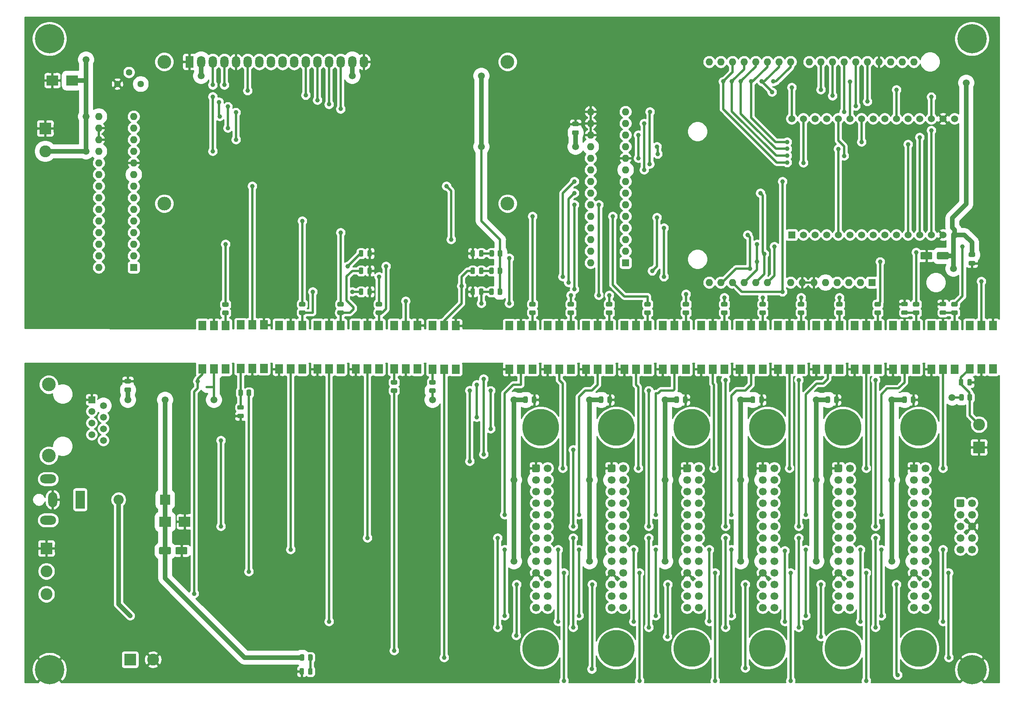
<source format=gbr>
%TF.GenerationSoftware,KiCad,Pcbnew,(5.1.8)-1*%
%TF.CreationDate,2020-12-04T01:25:42+04:00*%
%TF.ProjectId,6dof_controller,36646f66-5f63-46f6-9e74-726f6c6c6572,ver 1.0*%
%TF.SameCoordinates,Original*%
%TF.FileFunction,Copper,L1,Top*%
%TF.FilePolarity,Positive*%
%FSLAX46Y46*%
G04 Gerber Fmt 4.6, Leading zero omitted, Abs format (unit mm)*
G04 Created by KiCad (PCBNEW (5.1.8)-1) date 2020-12-04 01:25:42*
%MOMM*%
%LPD*%
G01*
G04 APERTURE LIST*
%TA.AperFunction,ComponentPad*%
%ADD10O,3.500000X2.000000*%
%TD*%
%TA.AperFunction,ComponentPad*%
%ADD11O,2.000000X3.300000*%
%TD*%
%TA.AperFunction,ComponentPad*%
%ADD12R,2.000000X4.000000*%
%TD*%
%TA.AperFunction,ComponentPad*%
%ADD13C,2.600000*%
%TD*%
%TA.AperFunction,ComponentPad*%
%ADD14R,2.600000X2.600000*%
%TD*%
%TA.AperFunction,ComponentPad*%
%ADD15O,1.600000X1.600000*%
%TD*%
%TA.AperFunction,ComponentPad*%
%ADD16R,1.600000X1.600000*%
%TD*%
%TA.AperFunction,ComponentPad*%
%ADD17C,1.700000*%
%TD*%
%TA.AperFunction,ComponentPad*%
%ADD18C,1.524000*%
%TD*%
%TA.AperFunction,ComponentPad*%
%ADD19R,1.524000X1.524000*%
%TD*%
%TA.AperFunction,ComponentPad*%
%ADD20C,1.440000*%
%TD*%
%TA.AperFunction,ComponentPad*%
%ADD21C,3.000000*%
%TD*%
%TA.AperFunction,ComponentPad*%
%ADD22O,1.800000X2.600000*%
%TD*%
%TA.AperFunction,ComponentPad*%
%ADD23R,1.800000X2.600000*%
%TD*%
%TA.AperFunction,SMDPad,CuDef*%
%ADD24R,2.500000X2.300000*%
%TD*%
%TA.AperFunction,ComponentPad*%
%ADD25R,2.200000X2.200000*%
%TD*%
%TA.AperFunction,ComponentPad*%
%ADD26O,2.200000X2.200000*%
%TD*%
%TA.AperFunction,ComponentPad*%
%ADD27C,6.400000*%
%TD*%
%TA.AperFunction,ComponentPad*%
%ADD28C,1.500000*%
%TD*%
%TA.AperFunction,ComponentPad*%
%ADD29R,1.500000X1.500000*%
%TD*%
%TA.AperFunction,ComponentPad*%
%ADD30C,8.000000*%
%TD*%
%TA.AperFunction,SMDPad,CuDef*%
%ADD31R,1.780000X2.000000*%
%TD*%
%TA.AperFunction,ViaPad*%
%ADD32C,1.500000*%
%TD*%
%TA.AperFunction,ViaPad*%
%ADD33C,1.000000*%
%TD*%
%TA.AperFunction,Conductor*%
%ADD34C,1.000000*%
%TD*%
%TA.AperFunction,Conductor*%
%ADD35C,0.500000*%
%TD*%
%TA.AperFunction,Conductor*%
%ADD36C,0.254000*%
%TD*%
%TA.AperFunction,Conductor*%
%ADD37C,0.100000*%
%TD*%
G04 APERTURE END LIST*
D10*
%TO.P,J2,MP*%
%TO.N,N/C*%
X36180000Y-118292000D03*
X36180000Y-109292000D03*
D11*
%TO.P,J2,2*%
%TO.N,COM*%
X37180000Y-113792000D03*
D12*
%TO.P,J2,1*%
%TO.N,Net-(\u002AJ2-Pad1)*%
X43180000Y-113792000D03*
%TD*%
%TO.P,C13,2*%
%TO.N,COM*%
%TA.AperFunction,SMDPad,CuDef*%
G36*
G01*
X191524000Y-92423000D02*
X191524000Y-91473000D01*
G75*
G02*
X191774000Y-91223000I250000J0D01*
G01*
X192274000Y-91223000D01*
G75*
G02*
X192524000Y-91473000I0J-250000D01*
G01*
X192524000Y-92423000D01*
G75*
G02*
X192274000Y-92673000I-250000J0D01*
G01*
X191774000Y-92673000D01*
G75*
G02*
X191524000Y-92423000I0J250000D01*
G01*
G37*
%TD.AperFunction*%
%TO.P,C13,1*%
%TO.N,DC12*%
%TA.AperFunction,SMDPad,CuDef*%
G36*
G01*
X189624000Y-92423000D02*
X189624000Y-91473000D01*
G75*
G02*
X189874000Y-91223000I250000J0D01*
G01*
X190374000Y-91223000D01*
G75*
G02*
X190624000Y-91473000I0J-250000D01*
G01*
X190624000Y-92423000D01*
G75*
G02*
X190374000Y-92673000I-250000J0D01*
G01*
X189874000Y-92673000D01*
G75*
G02*
X189624000Y-92423000I0J250000D01*
G01*
G37*
%TD.AperFunction*%
%TD*%
%TO.P,C11,2*%
%TO.N,COM*%
%TA.AperFunction,SMDPad,CuDef*%
G36*
G01*
X224666000Y-92423000D02*
X224666000Y-91473000D01*
G75*
G02*
X224916000Y-91223000I250000J0D01*
G01*
X225416000Y-91223000D01*
G75*
G02*
X225666000Y-91473000I0J-250000D01*
G01*
X225666000Y-92423000D01*
G75*
G02*
X225416000Y-92673000I-250000J0D01*
G01*
X224916000Y-92673000D01*
G75*
G02*
X224666000Y-92423000I0J250000D01*
G01*
G37*
%TD.AperFunction*%
%TO.P,C11,1*%
%TO.N,DC12*%
%TA.AperFunction,SMDPad,CuDef*%
G36*
G01*
X222766000Y-92423000D02*
X222766000Y-91473000D01*
G75*
G02*
X223016000Y-91223000I250000J0D01*
G01*
X223516000Y-91223000D01*
G75*
G02*
X223766000Y-91473000I0J-250000D01*
G01*
X223766000Y-92423000D01*
G75*
G02*
X223516000Y-92673000I-250000J0D01*
G01*
X223016000Y-92673000D01*
G75*
G02*
X222766000Y-92423000I0J250000D01*
G01*
G37*
%TD.AperFunction*%
%TD*%
%TO.P,C9,2*%
%TO.N,COM*%
%TA.AperFunction,SMDPad,CuDef*%
G36*
G01*
X158372000Y-92423000D02*
X158372000Y-91473000D01*
G75*
G02*
X158622000Y-91223000I250000J0D01*
G01*
X159122000Y-91223000D01*
G75*
G02*
X159372000Y-91473000I0J-250000D01*
G01*
X159372000Y-92423000D01*
G75*
G02*
X159122000Y-92673000I-250000J0D01*
G01*
X158622000Y-92673000D01*
G75*
G02*
X158372000Y-92423000I0J250000D01*
G01*
G37*
%TD.AperFunction*%
%TO.P,C9,1*%
%TO.N,DC12*%
%TA.AperFunction,SMDPad,CuDef*%
G36*
G01*
X156472000Y-92423000D02*
X156472000Y-91473000D01*
G75*
G02*
X156722000Y-91223000I250000J0D01*
G01*
X157222000Y-91223000D01*
G75*
G02*
X157472000Y-91473000I0J-250000D01*
G01*
X157472000Y-92423000D01*
G75*
G02*
X157222000Y-92673000I-250000J0D01*
G01*
X156722000Y-92673000D01*
G75*
G02*
X156472000Y-92423000I0J250000D01*
G01*
G37*
%TD.AperFunction*%
%TD*%
%TO.P,C18,2*%
%TO.N,Earth_Protective*%
%TA.AperFunction,SMDPad,CuDef*%
G36*
G01*
X237523000Y-61598000D02*
X238473000Y-61598000D01*
G75*
G02*
X238723000Y-61848000I0J-250000D01*
G01*
X238723000Y-62348000D01*
G75*
G02*
X238473000Y-62598000I-250000J0D01*
G01*
X237523000Y-62598000D01*
G75*
G02*
X237273000Y-62348000I0J250000D01*
G01*
X237273000Y-61848000D01*
G75*
G02*
X237523000Y-61598000I250000J0D01*
G01*
G37*
%TD.AperFunction*%
%TO.P,C18,1*%
%TO.N,5V*%
%TA.AperFunction,SMDPad,CuDef*%
G36*
G01*
X237523000Y-59698000D02*
X238473000Y-59698000D01*
G75*
G02*
X238723000Y-59948000I0J-250000D01*
G01*
X238723000Y-60448000D01*
G75*
G02*
X238473000Y-60698000I-250000J0D01*
G01*
X237523000Y-60698000D01*
G75*
G02*
X237273000Y-60448000I0J250000D01*
G01*
X237273000Y-59948000D01*
G75*
G02*
X237523000Y-59698000I250000J0D01*
G01*
G37*
%TD.AperFunction*%
%TD*%
%TO.P,C17,2*%
%TO.N,Earth_Protective*%
%TA.AperFunction,SMDPad,CuDef*%
G36*
G01*
X151859000Y-32128000D02*
X150909000Y-32128000D01*
G75*
G02*
X150659000Y-31878000I0J250000D01*
G01*
X150659000Y-31378000D01*
G75*
G02*
X150909000Y-31128000I250000J0D01*
G01*
X151859000Y-31128000D01*
G75*
G02*
X152109000Y-31378000I0J-250000D01*
G01*
X152109000Y-31878000D01*
G75*
G02*
X151859000Y-32128000I-250000J0D01*
G01*
G37*
%TD.AperFunction*%
%TO.P,C17,1*%
%TO.N,5V*%
%TA.AperFunction,SMDPad,CuDef*%
G36*
G01*
X151859000Y-34028000D02*
X150909000Y-34028000D01*
G75*
G02*
X150659000Y-33778000I0J250000D01*
G01*
X150659000Y-33278000D01*
G75*
G02*
X150909000Y-33028000I250000J0D01*
G01*
X151859000Y-33028000D01*
G75*
G02*
X152109000Y-33278000I0J-250000D01*
G01*
X152109000Y-33778000D01*
G75*
G02*
X151859000Y-34028000I-250000J0D01*
G01*
G37*
%TD.AperFunction*%
%TD*%
%TO.P,C7,2*%
%TO.N,COM*%
%TA.AperFunction,SMDPad,CuDef*%
G36*
G01*
X207902000Y-92423000D02*
X207902000Y-91473000D01*
G75*
G02*
X208152000Y-91223000I250000J0D01*
G01*
X208652000Y-91223000D01*
G75*
G02*
X208902000Y-91473000I0J-250000D01*
G01*
X208902000Y-92423000D01*
G75*
G02*
X208652000Y-92673000I-250000J0D01*
G01*
X208152000Y-92673000D01*
G75*
G02*
X207902000Y-92423000I0J250000D01*
G01*
G37*
%TD.AperFunction*%
%TO.P,C7,1*%
%TO.N,DC12*%
%TA.AperFunction,SMDPad,CuDef*%
G36*
G01*
X206002000Y-92423000D02*
X206002000Y-91473000D01*
G75*
G02*
X206252000Y-91223000I250000J0D01*
G01*
X206752000Y-91223000D01*
G75*
G02*
X207002000Y-91473000I0J-250000D01*
G01*
X207002000Y-92423000D01*
G75*
G02*
X206752000Y-92673000I-250000J0D01*
G01*
X206252000Y-92673000D01*
G75*
G02*
X206002000Y-92423000I0J250000D01*
G01*
G37*
%TD.AperFunction*%
%TD*%
%TO.P,C5,2*%
%TO.N,COM*%
%TA.AperFunction,SMDPad,CuDef*%
G36*
G01*
X54069000Y-88384000D02*
X53119000Y-88384000D01*
G75*
G02*
X52869000Y-88134000I0J250000D01*
G01*
X52869000Y-87634000D01*
G75*
G02*
X53119000Y-87384000I250000J0D01*
G01*
X54069000Y-87384000D01*
G75*
G02*
X54319000Y-87634000I0J-250000D01*
G01*
X54319000Y-88134000D01*
G75*
G02*
X54069000Y-88384000I-250000J0D01*
G01*
G37*
%TD.AperFunction*%
%TO.P,C5,1*%
%TO.N,DC12*%
%TA.AperFunction,SMDPad,CuDef*%
G36*
G01*
X54069000Y-90284000D02*
X53119000Y-90284000D01*
G75*
G02*
X52869000Y-90034000I0J250000D01*
G01*
X52869000Y-89534000D01*
G75*
G02*
X53119000Y-89284000I250000J0D01*
G01*
X54069000Y-89284000D01*
G75*
G02*
X54319000Y-89534000I0J-250000D01*
G01*
X54319000Y-90034000D01*
G75*
G02*
X54069000Y-90284000I-250000J0D01*
G01*
G37*
%TD.AperFunction*%
%TD*%
%TO.P,C3,2*%
%TO.N,COM*%
%TA.AperFunction,SMDPad,CuDef*%
G36*
G01*
X174882000Y-92423000D02*
X174882000Y-91473000D01*
G75*
G02*
X175132000Y-91223000I250000J0D01*
G01*
X175632000Y-91223000D01*
G75*
G02*
X175882000Y-91473000I0J-250000D01*
G01*
X175882000Y-92423000D01*
G75*
G02*
X175632000Y-92673000I-250000J0D01*
G01*
X175132000Y-92673000D01*
G75*
G02*
X174882000Y-92423000I0J250000D01*
G01*
G37*
%TD.AperFunction*%
%TO.P,C3,1*%
%TO.N,DC12*%
%TA.AperFunction,SMDPad,CuDef*%
G36*
G01*
X172982000Y-92423000D02*
X172982000Y-91473000D01*
G75*
G02*
X173232000Y-91223000I250000J0D01*
G01*
X173732000Y-91223000D01*
G75*
G02*
X173982000Y-91473000I0J-250000D01*
G01*
X173982000Y-92423000D01*
G75*
G02*
X173732000Y-92673000I-250000J0D01*
G01*
X173232000Y-92673000D01*
G75*
G02*
X172982000Y-92423000I0J250000D01*
G01*
G37*
%TD.AperFunction*%
%TD*%
%TO.P,C2,2*%
%TO.N,COM*%
%TA.AperFunction,SMDPad,CuDef*%
G36*
G01*
X141862000Y-92423000D02*
X141862000Y-91473000D01*
G75*
G02*
X142112000Y-91223000I250000J0D01*
G01*
X142612000Y-91223000D01*
G75*
G02*
X142862000Y-91473000I0J-250000D01*
G01*
X142862000Y-92423000D01*
G75*
G02*
X142612000Y-92673000I-250000J0D01*
G01*
X142112000Y-92673000D01*
G75*
G02*
X141862000Y-92423000I0J250000D01*
G01*
G37*
%TD.AperFunction*%
%TO.P,C2,1*%
%TO.N,DC12*%
%TA.AperFunction,SMDPad,CuDef*%
G36*
G01*
X139962000Y-92423000D02*
X139962000Y-91473000D01*
G75*
G02*
X140212000Y-91223000I250000J0D01*
G01*
X140712000Y-91223000D01*
G75*
G02*
X140962000Y-91473000I0J-250000D01*
G01*
X140962000Y-92423000D01*
G75*
G02*
X140712000Y-92673000I-250000J0D01*
G01*
X140212000Y-92673000D01*
G75*
G02*
X139962000Y-92423000I0J250000D01*
G01*
G37*
%TD.AperFunction*%
%TD*%
D13*
%TO.P,\u002AJ3,2*%
%TO.N,5V*%
X35560000Y-37592000D03*
D14*
%TO.P,\u002AJ3,1*%
%TO.N,Earth_Protective*%
X35560000Y-32592000D03*
%TD*%
D15*
%TO.P,\u002AXA1,16*%
%TO.N,N/C*%
X183134000Y-18034000D03*
%TO.P,\u002AXA1,15*%
X180594000Y-18034000D03*
%TO.P,\u002AXA1,30*%
X220214000Y-18034000D03*
%TO.P,\u002AXA1,14*%
%TO.N,/DirM3*%
X180594000Y-66294000D03*
%TO.P,\u002AXA1,29*%
%TO.N,Earth_Protective*%
X217674000Y-18034000D03*
%TO.P,\u002AXA1,13*%
%TO.N,/StepM3*%
X183134000Y-66294000D03*
%TO.P,\u002AXA1,28*%
%TO.N,SCK*%
X215134000Y-18034000D03*
%TO.P,\u002AXA1,12*%
%TO.N,/DirM2*%
X185674000Y-66294000D03*
%TO.P,\u002AXA1,27*%
%TO.N,SO*%
X212594000Y-18034000D03*
%TO.P,\u002AXA1,11*%
%TO.N,/StepM2*%
X188214000Y-66294000D03*
%TO.P,\u002AXA1,26*%
%TO.N,SI*%
X210054000Y-18034000D03*
%TO.P,\u002AXA1,10*%
%TO.N,/DirM1*%
X190754000Y-66294000D03*
%TO.P,\u002AXA1,25*%
%TO.N,CS0*%
X207514000Y-18034000D03*
%TO.P,\u002AXA1,9*%
%TO.N,/StepM1*%
X193294000Y-66294000D03*
%TO.P,\u002AXA1,24*%
%TO.N,CSigIn1M1*%
X204974000Y-18034000D03*
%TO.P,\u002AXA1,8*%
%TO.N,N/C*%
X198374000Y-66294000D03*
%TO.P,\u002AXA1,23*%
X202434000Y-18034000D03*
%TO.P,\u002AXA1,7*%
%TO.N,Earth_Protective*%
X200914000Y-66294000D03*
%TO.P,\u002AXA1,22*%
%TO.N,LCDD7*%
X198374000Y-18034000D03*
%TO.P,\u002AXA1,6*%
%TO.N,Earth_Protective*%
X203454000Y-66294000D03*
%TO.P,\u002AXA1,21*%
%TO.N,LCDD6*%
X195834000Y-18034000D03*
%TO.P,\u002AXA1,5*%
%TO.N,5V*%
X205994000Y-66294000D03*
%TO.P,\u002AXA1,20*%
%TO.N,LCDD5*%
X193294000Y-18034000D03*
%TO.P,\u002AXA1,4*%
%TO.N,N/C*%
X208534000Y-66294000D03*
%TO.P,\u002AXA1,19*%
%TO.N,LCDD4*%
X190754000Y-18034000D03*
%TO.P,\u002AXA1,3*%
%TO.N,N/C*%
X211074000Y-66294000D03*
%TO.P,\u002AXA1,18*%
%TO.N,LCDD3*%
X188214000Y-18034000D03*
%TO.P,\u002AXA1,2*%
%TO.N,N/C*%
X213614000Y-66294000D03*
%TO.P,\u002AXA1,17*%
%TO.N,LCDD2*%
X185674000Y-18034000D03*
D16*
%TO.P,\u002AXA1,1*%
%TO.N,N/C*%
X216154000Y-66294000D03*
D15*
%TO.P,\u002AXA1,31*%
X222754000Y-18034000D03*
%TO.P,\u002AXA1,32*%
X225294000Y-18034000D03*
%TD*%
%TO.P,U3,28*%
%TO.N,BTN1IN*%
X154686000Y-61976000D03*
%TO.P,U3,14*%
%TO.N,SO*%
X162306000Y-28956000D03*
%TO.P,U3,27*%
%TO.N,Net-(JP4-Pad1)*%
X154686000Y-59436000D03*
%TO.P,U3,13*%
%TO.N,SI*%
X162306000Y-31496000D03*
%TO.P,U3,26*%
%TO.N,Net-(JP3-Pad1)*%
X154686000Y-56896000D03*
%TO.P,U3,12*%
%TO.N,SCK*%
X162306000Y-34036000D03*
%TO.P,U3,25*%
%TO.N,Net-(JP2-Pad1)*%
X154686000Y-54356000D03*
%TO.P,U3,11*%
%TO.N,CS0*%
X162306000Y-36576000D03*
%TO.P,U3,24*%
%TO.N,/DirM6*%
X154686000Y-51816000D03*
%TO.P,U3,10*%
%TO.N,Earth_Protective*%
X162306000Y-39116000D03*
%TO.P,U3,23*%
%TO.N,/DirM5*%
X154686000Y-49276000D03*
%TO.P,U3,9*%
%TO.N,5V*%
X162306000Y-41656000D03*
%TO.P,U3,22*%
%TO.N,/DirM4*%
X154686000Y-46736000D03*
%TO.P,U3,8*%
%TO.N,/DirM2*%
X162306000Y-44196000D03*
%TO.P,U3,21*%
%TO.N,/DirM3*%
X154686000Y-44196000D03*
%TO.P,U3,7*%
%TO.N,/DirM1*%
X162306000Y-46736000D03*
%TO.P,U3,20*%
%TO.N,N/C*%
X154686000Y-41656000D03*
%TO.P,U3,6*%
%TO.N,/StepM6*%
X162306000Y-49276000D03*
%TO.P,U3,19*%
%TO.N,N/C*%
X154686000Y-39116000D03*
%TO.P,U3,5*%
%TO.N,/StepM5*%
X162306000Y-51816000D03*
%TO.P,U3,18*%
%TO.N,5V*%
X154686000Y-36576000D03*
%TO.P,U3,4*%
%TO.N,/StepM4*%
X162306000Y-54356000D03*
%TO.P,U3,17*%
%TO.N,Earth_Protective*%
X154686000Y-34036000D03*
%TO.P,U3,3*%
%TO.N,/StepM3*%
X162306000Y-56896000D03*
%TO.P,U3,16*%
%TO.N,Earth_Protective*%
X154686000Y-31496000D03*
%TO.P,U3,2*%
%TO.N,/StepM2*%
X162306000Y-59436000D03*
%TO.P,U3,15*%
%TO.N,Earth_Protective*%
X154686000Y-28956000D03*
D16*
%TO.P,U3,1*%
%TO.N,/StepM1*%
X162306000Y-61976000D03*
%TD*%
%TO.P,J7,1*%
%TO.N,Net-(J4-Pad8)*%
%TA.AperFunction,ComponentPad*%
G36*
G01*
X234608000Y-115154000D02*
X234608000Y-113954000D01*
G75*
G02*
X234858000Y-113704000I250000J0D01*
G01*
X236058000Y-113704000D01*
G75*
G02*
X236308000Y-113954000I0J-250000D01*
G01*
X236308000Y-115154000D01*
G75*
G02*
X236058000Y-115404000I-250000J0D01*
G01*
X234858000Y-115404000D01*
G75*
G02*
X234608000Y-115154000I0J250000D01*
G01*
G37*
%TD.AperFunction*%
D17*
%TO.P,J7,3*%
%TO.N,Net-(J4-Pad10)*%
X235458000Y-117094000D03*
%TO.P,J7,5*%
%TO.N,Net-(J4-Pad12)*%
X235458000Y-119634000D03*
%TO.P,J7,7*%
%TO.N,Net-(J4-Pad14)*%
X235458000Y-122174000D03*
%TO.P,J7,9*%
%TO.N,Net-(J4-Pad18)*%
X235458000Y-124714000D03*
%TO.P,J7,2*%
%TO.N,Net-(J4-Pad6)*%
X237998000Y-114554000D03*
%TO.P,J7,4*%
%TO.N,Net-(J4-Pad4)*%
X237998000Y-117094000D03*
%TO.P,J7,6*%
%TO.N,COM*%
X237998000Y-119634000D03*
%TO.P,J7,8*%
%TO.N,Net-(J4-Pad25)*%
X237998000Y-122174000D03*
%TO.P,J7,10*%
%TO.N,Net-(J4-Pad24)*%
X237998000Y-124714000D03*
%TD*%
D15*
%TO.P,\u002AU3,28*%
%TO.N,N/C*%
X47244000Y-62992000D03*
%TO.P,\u002AU3,14*%
%TO.N,SO*%
X54864000Y-29972000D03*
%TO.P,\u002AU3,27*%
%TO.N,N/C*%
X47244000Y-60452000D03*
%TO.P,\u002AU3,13*%
%TO.N,SI*%
X54864000Y-32512000D03*
%TO.P,\u002AU3,26*%
%TO.N,N/C*%
X47244000Y-57912000D03*
%TO.P,\u002AU3,12*%
%TO.N,SCK*%
X54864000Y-35052000D03*
%TO.P,\u002AU3,25*%
%TO.N,N/C*%
X47244000Y-55372000D03*
%TO.P,\u002AU3,11*%
%TO.N,CSigIn1M1*%
X54864000Y-37592000D03*
%TO.P,\u002AU3,24*%
%TO.N,N/C*%
X47244000Y-52832000D03*
%TO.P,\u002AU3,10*%
%TO.N,Earth_Protective*%
X54864000Y-40132000D03*
%TO.P,\u002AU3,23*%
%TO.N,N/C*%
X47244000Y-50292000D03*
%TO.P,\u002AU3,9*%
%TO.N,5V*%
X54864000Y-42672000D03*
%TO.P,\u002AU3,22*%
%TO.N,NotSigOut1IN*%
X47244000Y-47752000D03*
%TO.P,\u002AU3,8*%
%TO.N,PanelIN*%
X54864000Y-45212000D03*
%TO.P,\u002AU3,21*%
%TO.N,SigOut2IN*%
X47244000Y-45212000D03*
%TO.P,\u002AU3,7*%
%TO.N,N/C*%
X54864000Y-47752000D03*
%TO.P,\u002AU3,20*%
X47244000Y-42672000D03*
%TO.P,\u002AU3,6*%
X54864000Y-50292000D03*
%TO.P,\u002AU3,19*%
X47244000Y-40132000D03*
%TO.P,\u002AU3,5*%
%TO.N,PanelLED*%
X54864000Y-52832000D03*
%TO.P,\u002AU3,18*%
%TO.N,5V*%
X47244000Y-37592000D03*
%TO.P,\u002AU3,4*%
%TO.N,#SigIn4*%
X54864000Y-55372000D03*
%TO.P,\u002AU3,17*%
%TO.N,Earth_Protective*%
X47244000Y-35052000D03*
%TO.P,\u002AU3,3*%
%TO.N,#SigIn3*%
X54864000Y-57912000D03*
%TO.P,\u002AU3,16*%
%TO.N,Earth_Protective*%
X47244000Y-32512000D03*
%TO.P,\u002AU3,2*%
%TO.N,N/C*%
X54864000Y-60452000D03*
%TO.P,\u002AU3,15*%
%TO.N,5V*%
X47244000Y-29972000D03*
D16*
%TO.P,\u002AU3,1*%
%TO.N,#SigIn2*%
X54864000Y-62992000D03*
%TD*%
D18*
%TO.P,U1,30*%
%TO.N,LCDD6*%
X198628000Y-30480000D03*
%TO.P,U1,29*%
%TO.N,LCDD2*%
X201168000Y-30480000D03*
%TO.P,U1,28*%
%TO.N,N/C*%
X203708000Y-30480000D03*
%TO.P,U1,27*%
X206248000Y-30480000D03*
%TO.P,U1,26*%
%TO.N,LCDD3*%
X208788000Y-30480000D03*
%TO.P,U1,25*%
%TO.N,LCDD7*%
X211328000Y-30480000D03*
%TO.P,U1,24*%
%TO.N,LCDD5*%
X213868000Y-30480000D03*
%TO.P,U1,23*%
%TO.N,N/C*%
X216408000Y-30480000D03*
%TO.P,U1,22*%
X218948000Y-30480000D03*
%TO.P,U1,21*%
%TO.N,CSigIn1M1*%
X221488000Y-30480000D03*
%TO.P,U1,20*%
%TO.N,N/C*%
X224028000Y-30480000D03*
%TO.P,U1,19*%
X226568000Y-30480000D03*
%TO.P,U1,18*%
%TO.N,CS0*%
X229108000Y-30480000D03*
%TO.P,U1,17*%
%TO.N,Earth_Protective*%
X231648000Y-30480000D03*
%TO.P,U1,16*%
%TO.N,N/C*%
X234188000Y-30480000D03*
%TO.P,U1,15*%
%TO.N,5V*%
X234188000Y-55880000D03*
%TO.P,U1,14*%
%TO.N,Earth_Protective*%
X231648000Y-55880000D03*
%TO.P,U1,13*%
%TO.N,SI*%
X229108000Y-55880000D03*
%TO.P,U1,12*%
%TO.N,SO*%
X226568000Y-55880000D03*
%TO.P,U1,11*%
%TO.N,SCK*%
X224028000Y-55880000D03*
%TO.P,U1,10*%
%TO.N,N/C*%
X221488000Y-55880000D03*
%TO.P,U1,9*%
X218948000Y-55880000D03*
%TO.P,U1,8*%
X216408000Y-55880000D03*
%TO.P,U1,7*%
X213868000Y-55880000D03*
%TO.P,U1,6*%
X211328000Y-55880000D03*
%TO.P,U1,5*%
%TO.N,LCDD4*%
X208788000Y-55880000D03*
%TO.P,U1,4*%
%TO.N,N/C*%
X206248000Y-55880000D03*
%TO.P,U1,3*%
X203708000Y-55880000D03*
%TO.P,U1,2*%
X201168000Y-55880000D03*
D19*
%TO.P,U1,1*%
X198628000Y-55880000D03*
%TD*%
D20*
%TO.P,RV1,1*%
%TO.N,Earth_Protective*%
X51308000Y-22860000D03*
%TO.P,RV1,2*%
%TO.N,Net-(DS1-Pad3)*%
X53848000Y-20320000D03*
%TO.P,RV1,3*%
%TO.N,5V*%
X56388000Y-22860000D03*
%TD*%
D21*
%TO.P,DS1,*%
%TO.N,*%
X136556000Y-18034000D03*
X136555480Y-49034700D03*
X61556900Y-49034700D03*
X61556900Y-18034000D03*
D22*
%TO.P,DS1,16*%
%TO.N,Earth_Protective*%
X105156000Y-18034000D03*
%TO.P,DS1,15*%
%TO.N,5V*%
X102616000Y-18034000D03*
%TO.P,DS1,14*%
%TO.N,LCDD7*%
X100076000Y-18034000D03*
%TO.P,DS1,13*%
%TO.N,LCDD6*%
X97536000Y-18034000D03*
%TO.P,DS1,12*%
%TO.N,LCDD5*%
X94996000Y-18034000D03*
%TO.P,DS1,11*%
%TO.N,LCDD4*%
X92456000Y-18034000D03*
%TO.P,DS1,10*%
%TO.N,N/C*%
X89916000Y-18034000D03*
%TO.P,DS1,9*%
X87376000Y-18034000D03*
%TO.P,DS1,8*%
X84836000Y-18034000D03*
%TO.P,DS1,7*%
X82296000Y-18034000D03*
%TO.P,DS1,6*%
%TO.N,LCDD3*%
X79756000Y-18034000D03*
%TO.P,DS1,5*%
%TO.N,Earth_Protective*%
X77216000Y-18034000D03*
%TO.P,DS1,4*%
%TO.N,LCDD2*%
X74676000Y-18034000D03*
%TO.P,DS1,3*%
%TO.N,Net-(DS1-Pad3)*%
X72136000Y-18034000D03*
%TO.P,DS1,2*%
%TO.N,5V*%
X69596000Y-18034000D03*
D23*
%TO.P,DS1,1*%
%TO.N,Earth_Protective*%
X67056000Y-18034000D03*
%TD*%
%TO.P,C15,2*%
%TO.N,Earth_Protective*%
%TA.AperFunction,SMDPad,CuDef*%
G36*
G01*
X229348000Y-59902000D02*
X229348000Y-61002000D01*
G75*
G02*
X229098000Y-61252000I-250000J0D01*
G01*
X226998000Y-61252000D01*
G75*
G02*
X226748000Y-61002000I0J250000D01*
G01*
X226748000Y-59902000D01*
G75*
G02*
X226998000Y-59652000I250000J0D01*
G01*
X229098000Y-59652000D01*
G75*
G02*
X229348000Y-59902000I0J-250000D01*
G01*
G37*
%TD.AperFunction*%
%TO.P,C15,1*%
%TO.N,5V*%
%TA.AperFunction,SMDPad,CuDef*%
G36*
G01*
X232948000Y-59902000D02*
X232948000Y-61002000D01*
G75*
G02*
X232698000Y-61252000I-250000J0D01*
G01*
X230598000Y-61252000D01*
G75*
G02*
X230348000Y-61002000I0J250000D01*
G01*
X230348000Y-59902000D01*
G75*
G02*
X230598000Y-59652000I250000J0D01*
G01*
X232698000Y-59652000D01*
G75*
G02*
X232948000Y-59902000I0J-250000D01*
G01*
G37*
%TD.AperFunction*%
%TD*%
%TO.P,C1,1*%
%TO.N,DC12*%
%TA.AperFunction,SMDPad,CuDef*%
G36*
G01*
X60422000Y-125518000D02*
X60422000Y-124418000D01*
G75*
G02*
X60672000Y-124168000I250000J0D01*
G01*
X62772000Y-124168000D01*
G75*
G02*
X63022000Y-124418000I0J-250000D01*
G01*
X63022000Y-125518000D01*
G75*
G02*
X62772000Y-125768000I-250000J0D01*
G01*
X60672000Y-125768000D01*
G75*
G02*
X60422000Y-125518000I0J250000D01*
G01*
G37*
%TD.AperFunction*%
%TO.P,C1,2*%
%TO.N,COM*%
%TA.AperFunction,SMDPad,CuDef*%
G36*
G01*
X64022000Y-125518000D02*
X64022000Y-124418000D01*
G75*
G02*
X64272000Y-124168000I250000J0D01*
G01*
X66372000Y-124168000D01*
G75*
G02*
X66622000Y-124418000I0J-250000D01*
G01*
X66622000Y-125518000D01*
G75*
G02*
X66372000Y-125768000I-250000J0D01*
G01*
X64272000Y-125768000D01*
G75*
G02*
X64022000Y-125518000I0J250000D01*
G01*
G37*
%TD.AperFunction*%
%TD*%
%TO.P,D4,2*%
%TO.N,Net-(D4-Pad2)*%
%TA.AperFunction,SMDPad,CuDef*%
G36*
G01*
X130322500Y-60400250D02*
X130322500Y-59487750D01*
G75*
G02*
X130566250Y-59244000I243750J0D01*
G01*
X131053750Y-59244000D01*
G75*
G02*
X131297500Y-59487750I0J-243750D01*
G01*
X131297500Y-60400250D01*
G75*
G02*
X131053750Y-60644000I-243750J0D01*
G01*
X130566250Y-60644000D01*
G75*
G02*
X130322500Y-60400250I0J243750D01*
G01*
G37*
%TD.AperFunction*%
%TO.P,D4,1*%
%TO.N,Earth_Protective*%
%TA.AperFunction,SMDPad,CuDef*%
G36*
G01*
X128447500Y-60400250D02*
X128447500Y-59487750D01*
G75*
G02*
X128691250Y-59244000I243750J0D01*
G01*
X129178750Y-59244000D01*
G75*
G02*
X129422500Y-59487750I0J-243750D01*
G01*
X129422500Y-60400250D01*
G75*
G02*
X129178750Y-60644000I-243750J0D01*
G01*
X128691250Y-60644000D01*
G75*
G02*
X128447500Y-60400250I0J243750D01*
G01*
G37*
%TD.AperFunction*%
%TD*%
D24*
%TO.P,\u002AD4,1*%
%TO.N,5V*%
X41402000Y-22098000D03*
%TO.P,\u002AD4,2*%
%TO.N,Earth_Protective*%
X37102000Y-22098000D03*
%TD*%
%TO.P,\u002AD1,1*%
%TO.N,COM*%
%TA.AperFunction,SMDPad,CuDef*%
G36*
G01*
X237977500Y-87681750D02*
X237977500Y-88594250D01*
G75*
G02*
X237733750Y-88838000I-243750J0D01*
G01*
X237246250Y-88838000D01*
G75*
G02*
X237002500Y-88594250I0J243750D01*
G01*
X237002500Y-87681750D01*
G75*
G02*
X237246250Y-87438000I243750J0D01*
G01*
X237733750Y-87438000D01*
G75*
G02*
X237977500Y-87681750I0J-243750D01*
G01*
G37*
%TD.AperFunction*%
%TO.P,\u002AD1,2*%
%TO.N,Net-(\u002AD1-Pad2)*%
%TA.AperFunction,SMDPad,CuDef*%
G36*
G01*
X236102500Y-87681750D02*
X236102500Y-88594250D01*
G75*
G02*
X235858750Y-88838000I-243750J0D01*
G01*
X235371250Y-88838000D01*
G75*
G02*
X235127500Y-88594250I0J243750D01*
G01*
X235127500Y-87681750D01*
G75*
G02*
X235371250Y-87438000I243750J0D01*
G01*
X235858750Y-87438000D01*
G75*
G02*
X236102500Y-87681750I0J-243750D01*
G01*
G37*
%TD.AperFunction*%
%TD*%
%TO.P,D1,2*%
%TO.N,Net-(D1-Pad2)*%
%TA.AperFunction,SMDPad,CuDef*%
G36*
G01*
X78688250Y-94116500D02*
X77775750Y-94116500D01*
G75*
G02*
X77532000Y-93872750I0J243750D01*
G01*
X77532000Y-93385250D01*
G75*
G02*
X77775750Y-93141500I243750J0D01*
G01*
X78688250Y-93141500D01*
G75*
G02*
X78932000Y-93385250I0J-243750D01*
G01*
X78932000Y-93872750D01*
G75*
G02*
X78688250Y-94116500I-243750J0D01*
G01*
G37*
%TD.AperFunction*%
%TO.P,D1,1*%
%TO.N,COM*%
%TA.AperFunction,SMDPad,CuDef*%
G36*
G01*
X78688250Y-95991500D02*
X77775750Y-95991500D01*
G75*
G02*
X77532000Y-95747750I0J243750D01*
G01*
X77532000Y-95260250D01*
G75*
G02*
X77775750Y-95016500I243750J0D01*
G01*
X78688250Y-95016500D01*
G75*
G02*
X78932000Y-95260250I0J-243750D01*
G01*
X78932000Y-95747750D01*
G75*
G02*
X78688250Y-95991500I-243750J0D01*
G01*
G37*
%TD.AperFunction*%
%TD*%
%TO.P,\u002AD3,1*%
%TO.N,Earth_Protective*%
%TA.AperFunction,SMDPad,CuDef*%
G36*
G01*
X128447500Y-68782250D02*
X128447500Y-67869750D01*
G75*
G02*
X128691250Y-67626000I243750J0D01*
G01*
X129178750Y-67626000D01*
G75*
G02*
X129422500Y-67869750I0J-243750D01*
G01*
X129422500Y-68782250D01*
G75*
G02*
X129178750Y-69026000I-243750J0D01*
G01*
X128691250Y-69026000D01*
G75*
G02*
X128447500Y-68782250I0J243750D01*
G01*
G37*
%TD.AperFunction*%
%TO.P,\u002AD3,2*%
%TO.N,NotSigOut1IN*%
%TA.AperFunction,SMDPad,CuDef*%
G36*
G01*
X130322500Y-68782250D02*
X130322500Y-67869750D01*
G75*
G02*
X130566250Y-67626000I243750J0D01*
G01*
X131053750Y-67626000D01*
G75*
G02*
X131297500Y-67869750I0J-243750D01*
G01*
X131297500Y-68782250D01*
G75*
G02*
X131053750Y-69026000I-243750J0D01*
G01*
X130566250Y-69026000D01*
G75*
G02*
X130322500Y-68782250I0J243750D01*
G01*
G37*
%TD.AperFunction*%
%TD*%
D25*
%TO.P,D2,1*%
%TO.N,DC12*%
X61722000Y-113792000D03*
D26*
%TO.P,D2,2*%
%TO.N,Net-(\u002AJ2-Pad1)*%
X51562000Y-113792000D03*
%TD*%
D24*
%TO.P,\u002AD2,2*%
%TO.N,COM*%
X66022000Y-118618000D03*
%TO.P,\u002AD2,1*%
%TO.N,DC12*%
X61722000Y-118618000D03*
%TD*%
%TO.P,D3,2*%
%TO.N,Net-(D3-Pad2)*%
%TA.AperFunction,SMDPad,CuDef*%
G36*
G01*
X92984500Y-151840250D02*
X92984500Y-150927750D01*
G75*
G02*
X93228250Y-150684000I243750J0D01*
G01*
X93715750Y-150684000D01*
G75*
G02*
X93959500Y-150927750I0J-243750D01*
G01*
X93959500Y-151840250D01*
G75*
G02*
X93715750Y-152084000I-243750J0D01*
G01*
X93228250Y-152084000D01*
G75*
G02*
X92984500Y-151840250I0J243750D01*
G01*
G37*
%TD.AperFunction*%
%TO.P,D3,1*%
%TO.N,COM*%
%TA.AperFunction,SMDPad,CuDef*%
G36*
G01*
X91109500Y-151840250D02*
X91109500Y-150927750D01*
G75*
G02*
X91353250Y-150684000I243750J0D01*
G01*
X91840750Y-150684000D01*
G75*
G02*
X92084500Y-150927750I0J-243750D01*
G01*
X92084500Y-151840250D01*
G75*
G02*
X91840750Y-152084000I-243750J0D01*
G01*
X91353250Y-152084000D01*
G75*
G02*
X91109500Y-151840250I0J243750D01*
G01*
G37*
%TD.AperFunction*%
%TD*%
%TO.P,D5,2*%
%TO.N,Net-(D5-Pad2)*%
%TA.AperFunction,SMDPad,CuDef*%
G36*
G01*
X222809750Y-72410500D02*
X223722250Y-72410500D01*
G75*
G02*
X223966000Y-72654250I0J-243750D01*
G01*
X223966000Y-73141750D01*
G75*
G02*
X223722250Y-73385500I-243750J0D01*
G01*
X222809750Y-73385500D01*
G75*
G02*
X222566000Y-73141750I0J243750D01*
G01*
X222566000Y-72654250D01*
G75*
G02*
X222809750Y-72410500I243750J0D01*
G01*
G37*
%TD.AperFunction*%
%TO.P,D5,1*%
%TO.N,Earth_Protective*%
%TA.AperFunction,SMDPad,CuDef*%
G36*
G01*
X222809750Y-70535500D02*
X223722250Y-70535500D01*
G75*
G02*
X223966000Y-70779250I0J-243750D01*
G01*
X223966000Y-71266750D01*
G75*
G02*
X223722250Y-71510500I-243750J0D01*
G01*
X222809750Y-71510500D01*
G75*
G02*
X222566000Y-71266750I0J243750D01*
G01*
X222566000Y-70779250D01*
G75*
G02*
X222809750Y-70535500I243750J0D01*
G01*
G37*
%TD.AperFunction*%
%TD*%
%TO.P,\u002AD11,2*%
%TO.N,Net-(\u002AD11-Pad2)*%
%TA.AperFunction,SMDPad,CuDef*%
G36*
G01*
X130322500Y-64210250D02*
X130322500Y-63297750D01*
G75*
G02*
X130566250Y-63054000I243750J0D01*
G01*
X131053750Y-63054000D01*
G75*
G02*
X131297500Y-63297750I0J-243750D01*
G01*
X131297500Y-64210250D01*
G75*
G02*
X131053750Y-64454000I-243750J0D01*
G01*
X130566250Y-64454000D01*
G75*
G02*
X130322500Y-64210250I0J243750D01*
G01*
G37*
%TD.AperFunction*%
%TO.P,\u002AD11,1*%
%TO.N,SigOut2IN*%
%TA.AperFunction,SMDPad,CuDef*%
G36*
G01*
X128447500Y-64210250D02*
X128447500Y-63297750D01*
G75*
G02*
X128691250Y-63054000I243750J0D01*
G01*
X129178750Y-63054000D01*
G75*
G02*
X129422500Y-63297750I0J-243750D01*
G01*
X129422500Y-64210250D01*
G75*
G02*
X129178750Y-64454000I-243750J0D01*
G01*
X128691250Y-64454000D01*
G75*
G02*
X128447500Y-64210250I0J243750D01*
G01*
G37*
%TD.AperFunction*%
%TD*%
%TO.P,\u002AD8,1*%
%TO.N,Earth_Protective*%
%TA.AperFunction,SMDPad,CuDef*%
G36*
G01*
X106913500Y-59487750D02*
X106913500Y-60400250D01*
G75*
G02*
X106669750Y-60644000I-243750J0D01*
G01*
X106182250Y-60644000D01*
G75*
G02*
X105938500Y-60400250I0J243750D01*
G01*
X105938500Y-59487750D01*
G75*
G02*
X106182250Y-59244000I243750J0D01*
G01*
X106669750Y-59244000D01*
G75*
G02*
X106913500Y-59487750I0J-243750D01*
G01*
G37*
%TD.AperFunction*%
%TO.P,\u002AD8,2*%
%TO.N,Net-(\u002AD8-Pad2)*%
%TA.AperFunction,SMDPad,CuDef*%
G36*
G01*
X105038500Y-59487750D02*
X105038500Y-60400250D01*
G75*
G02*
X104794750Y-60644000I-243750J0D01*
G01*
X104307250Y-60644000D01*
G75*
G02*
X104063500Y-60400250I0J243750D01*
G01*
X104063500Y-59487750D01*
G75*
G02*
X104307250Y-59244000I243750J0D01*
G01*
X104794750Y-59244000D01*
G75*
G02*
X105038500Y-59487750I0J-243750D01*
G01*
G37*
%TD.AperFunction*%
%TD*%
%TO.P,\u002AD9,2*%
%TO.N,Net-(\u002AD9-Pad2)*%
%TA.AperFunction,SMDPad,CuDef*%
G36*
G01*
X105038500Y-63297750D02*
X105038500Y-64210250D01*
G75*
G02*
X104794750Y-64454000I-243750J0D01*
G01*
X104307250Y-64454000D01*
G75*
G02*
X104063500Y-64210250I0J243750D01*
G01*
X104063500Y-63297750D01*
G75*
G02*
X104307250Y-63054000I243750J0D01*
G01*
X104794750Y-63054000D01*
G75*
G02*
X105038500Y-63297750I0J-243750D01*
G01*
G37*
%TD.AperFunction*%
%TO.P,\u002AD9,1*%
%TO.N,Earth_Protective*%
%TA.AperFunction,SMDPad,CuDef*%
G36*
G01*
X106913500Y-63297750D02*
X106913500Y-64210250D01*
G75*
G02*
X106669750Y-64454000I-243750J0D01*
G01*
X106182250Y-64454000D01*
G75*
G02*
X105938500Y-64210250I0J243750D01*
G01*
X105938500Y-63297750D01*
G75*
G02*
X106182250Y-63054000I243750J0D01*
G01*
X106669750Y-63054000D01*
G75*
G02*
X106913500Y-63297750I0J-243750D01*
G01*
G37*
%TD.AperFunction*%
%TD*%
%TO.P,\u002AD10,2*%
%TO.N,Net-(\u002AD10-Pad2)*%
%TA.AperFunction,SMDPad,CuDef*%
G36*
G01*
X105038500Y-67869750D02*
X105038500Y-68782250D01*
G75*
G02*
X104794750Y-69026000I-243750J0D01*
G01*
X104307250Y-69026000D01*
G75*
G02*
X104063500Y-68782250I0J243750D01*
G01*
X104063500Y-67869750D01*
G75*
G02*
X104307250Y-67626000I243750J0D01*
G01*
X104794750Y-67626000D01*
G75*
G02*
X105038500Y-67869750I0J-243750D01*
G01*
G37*
%TD.AperFunction*%
%TO.P,\u002AD10,1*%
%TO.N,Earth_Protective*%
%TA.AperFunction,SMDPad,CuDef*%
G36*
G01*
X106913500Y-67869750D02*
X106913500Y-68782250D01*
G75*
G02*
X106669750Y-69026000I-243750J0D01*
G01*
X106182250Y-69026000D01*
G75*
G02*
X105938500Y-68782250I0J243750D01*
G01*
X105938500Y-67869750D01*
G75*
G02*
X106182250Y-67626000I243750J0D01*
G01*
X106669750Y-67626000D01*
G75*
G02*
X106913500Y-67869750I0J-243750D01*
G01*
G37*
%TD.AperFunction*%
%TD*%
%TO.P,D6,1*%
%TO.N,Earth_Protective*%
%TA.AperFunction,SMDPad,CuDef*%
G36*
G01*
X231191750Y-70535500D02*
X232104250Y-70535500D01*
G75*
G02*
X232348000Y-70779250I0J-243750D01*
G01*
X232348000Y-71266750D01*
G75*
G02*
X232104250Y-71510500I-243750J0D01*
G01*
X231191750Y-71510500D01*
G75*
G02*
X230948000Y-71266750I0J243750D01*
G01*
X230948000Y-70779250D01*
G75*
G02*
X231191750Y-70535500I243750J0D01*
G01*
G37*
%TD.AperFunction*%
%TO.P,D6,2*%
%TO.N,Net-(D6-Pad2)*%
%TA.AperFunction,SMDPad,CuDef*%
G36*
G01*
X231191750Y-72410500D02*
X232104250Y-72410500D01*
G75*
G02*
X232348000Y-72654250I0J-243750D01*
G01*
X232348000Y-73141750D01*
G75*
G02*
X232104250Y-73385500I-243750J0D01*
G01*
X231191750Y-73385500D01*
G75*
G02*
X230948000Y-73141750I0J243750D01*
G01*
X230948000Y-72654250D01*
G75*
G02*
X231191750Y-72410500I243750J0D01*
G01*
G37*
%TD.AperFunction*%
%TD*%
D27*
%TO.P,H1,1*%
%TO.N,N/C*%
X238000000Y-13000000D03*
%TD*%
%TO.P,H2,1*%
%TO.N,N/C*%
X36500000Y-13000000D03*
%TD*%
%TO.P,H3,1*%
%TO.N,COM*%
X238000000Y-151000000D03*
%TD*%
%TO.P,H4,1*%
%TO.N,COM*%
X36500000Y-151000000D03*
%TD*%
D13*
%TO.P,\u002AJ1,2*%
%TO.N,Net-(\u002AD1-Pad2)*%
X239522000Y-97362000D03*
D14*
%TO.P,\u002AJ1,1*%
%TO.N,COM*%
X239522000Y-102362000D03*
%TD*%
%TO.P,J1,1*%
%TO.N,COM*%
X35814000Y-124460000D03*
D13*
%TO.P,J1,2*%
%TO.N,Net-(J1-Pad2)*%
X35814000Y-129460000D03*
%TO.P,J1,3*%
%TO.N,Net-(\u002AU1-Pad4)*%
X35814000Y-134460000D03*
%TD*%
D14*
%TO.P,\u002AJ2,1*%
%TO.N,Net-(\u002AJ2-Pad1)*%
X54102000Y-148793200D03*
D13*
%TO.P,\u002AJ2,2*%
%TO.N,COM*%
X59102000Y-148793200D03*
%TD*%
D21*
%TO.P,J3,SH*%
%TO.N,N/C*%
X36320000Y-104163000D03*
D28*
%TO.P,J3,3*%
%TO.N,SigIn1M1*%
X45720000Y-94488000D03*
%TO.P,J3,5*%
%TO.N,SigIn1M3*%
X45720000Y-97028000D03*
%TO.P,J3,4*%
%TO.N,SigIn1M2*%
X48260000Y-95758000D03*
%TO.P,J3,7*%
%TO.N,SigIn1M5*%
X45720000Y-99568000D03*
D29*
%TO.P,J3,1*%
%TO.N,COM*%
X45720000Y-91948000D03*
D28*
%TO.P,J3,2*%
%TO.N,DC12*%
X48260000Y-93218000D03*
D21*
%TO.P,J3,SH*%
%TO.N,N/C*%
X36320000Y-88623000D03*
D28*
%TO.P,J3,8*%
%TO.N,SigIn1M6*%
X48260000Y-100838000D03*
%TO.P,J3,6*%
%TO.N,SigIn1M4*%
X48260000Y-98298000D03*
%TD*%
D30*
%TO.P,J4,MP*%
%TO.N,N/C*%
X226318000Y-146354000D03*
X226318000Y-97994000D03*
D17*
%TO.P,J4,26*%
X227838000Y-137414000D03*
%TO.P,J4,24*%
%TO.N,Net-(J4-Pad24)*%
X227838000Y-134874000D03*
%TO.P,J4,22*%
%TO.N,N/C*%
X227838000Y-132334000D03*
%TO.P,J4,20*%
%TO.N,SigOut2*%
X227838000Y-129794000D03*
%TO.P,J4,18*%
%TO.N,Net-(J4-Pad18)*%
X227838000Y-127254000D03*
%TO.P,J4,16*%
%TO.N,SigIn3*%
X227838000Y-124714000D03*
%TO.P,J4,14*%
%TO.N,Net-(J4-Pad14)*%
X227838000Y-122174000D03*
%TO.P,J4,12*%
%TO.N,Net-(J4-Pad12)*%
X227838000Y-119634000D03*
%TO.P,J4,10*%
%TO.N,Net-(J4-Pad10)*%
X227838000Y-117094000D03*
%TO.P,J4,8*%
%TO.N,Net-(J4-Pad8)*%
X227838000Y-114554000D03*
%TO.P,J4,6*%
%TO.N,Net-(J4-Pad6)*%
X227838000Y-112014000D03*
%TO.P,J4,4*%
%TO.N,Net-(J4-Pad4)*%
X227838000Y-109474000D03*
%TO.P,J4,2*%
%TO.N,SM1*%
X227838000Y-106934000D03*
%TO.P,J4,25*%
%TO.N,Net-(J4-Pad25)*%
X225298000Y-137414000D03*
%TO.P,J4,23*%
%TO.N,N/C*%
X225298000Y-134874000D03*
%TO.P,J4,21*%
%TO.N,SigOut1M1*%
X225298000Y-132334000D03*
%TO.P,J4,19*%
%TO.N,COM*%
X225298000Y-129794000D03*
%TO.P,J4,17*%
%TO.N,DC12*%
X225298000Y-127254000D03*
%TO.P,J4,15*%
%TO.N,SigIn4*%
X225298000Y-124714000D03*
%TO.P,J4,13*%
%TO.N,SigIn2*%
X225298000Y-122174000D03*
%TO.P,J4,11*%
%TO.N,SigIn1M1*%
X225298000Y-119634000D03*
%TO.P,J4,9*%
%TO.N,DM1*%
X225298000Y-117094000D03*
%TO.P,J4,7*%
%TO.N,N/C*%
X225298000Y-114554000D03*
%TO.P,J4,5*%
X225298000Y-112014000D03*
%TO.P,J4,3*%
%TO.N,DC12*%
X225298000Y-109474000D03*
%TO.P,J4,1*%
%TO.N,COM*%
%TA.AperFunction,ComponentPad*%
G36*
G01*
X224448000Y-107534000D02*
X224448000Y-106334000D01*
G75*
G02*
X224698000Y-106084000I250000J0D01*
G01*
X225898000Y-106084000D01*
G75*
G02*
X226148000Y-106334000I0J-250000D01*
G01*
X226148000Y-107534000D01*
G75*
G02*
X225898000Y-107784000I-250000J0D01*
G01*
X224698000Y-107784000D01*
G75*
G02*
X224448000Y-107534000I0J250000D01*
G01*
G37*
%TD.AperFunction*%
%TD*%
%TO.P,J8,1*%
%TO.N,COM*%
%TA.AperFunction,ComponentPad*%
G36*
G01*
X207938000Y-107534000D02*
X207938000Y-106334000D01*
G75*
G02*
X208188000Y-106084000I250000J0D01*
G01*
X209388000Y-106084000D01*
G75*
G02*
X209638000Y-106334000I0J-250000D01*
G01*
X209638000Y-107534000D01*
G75*
G02*
X209388000Y-107784000I-250000J0D01*
G01*
X208188000Y-107784000D01*
G75*
G02*
X207938000Y-107534000I0J250000D01*
G01*
G37*
%TD.AperFunction*%
%TO.P,J8,3*%
%TO.N,DC12*%
X208788000Y-109474000D03*
%TO.P,J8,5*%
%TO.N,N/C*%
X208788000Y-112014000D03*
%TO.P,J8,7*%
X208788000Y-114554000D03*
%TO.P,J8,9*%
%TO.N,DM2*%
X208788000Y-117094000D03*
%TO.P,J8,11*%
%TO.N,SigIn1M2*%
X208788000Y-119634000D03*
%TO.P,J8,13*%
%TO.N,SigIn2*%
X208788000Y-122174000D03*
%TO.P,J8,15*%
%TO.N,SigIn4*%
X208788000Y-124714000D03*
%TO.P,J8,17*%
%TO.N,DC12*%
X208788000Y-127254000D03*
%TO.P,J8,19*%
%TO.N,COM*%
X208788000Y-129794000D03*
%TO.P,J8,21*%
%TO.N,SigOut1M2*%
X208788000Y-132334000D03*
%TO.P,J8,23*%
%TO.N,N/C*%
X208788000Y-134874000D03*
%TO.P,J8,25*%
X208788000Y-137414000D03*
%TO.P,J8,2*%
%TO.N,SM2*%
X211328000Y-106934000D03*
%TO.P,J8,4*%
%TO.N,N/C*%
X211328000Y-109474000D03*
%TO.P,J8,6*%
X211328000Y-112014000D03*
%TO.P,J8,8*%
X211328000Y-114554000D03*
%TO.P,J8,10*%
X211328000Y-117094000D03*
%TO.P,J8,12*%
X211328000Y-119634000D03*
%TO.P,J8,14*%
X211328000Y-122174000D03*
%TO.P,J8,16*%
%TO.N,SigIn3*%
X211328000Y-124714000D03*
%TO.P,J8,18*%
%TO.N,N/C*%
X211328000Y-127254000D03*
%TO.P,J8,20*%
%TO.N,SigOut2*%
X211328000Y-129794000D03*
%TO.P,J8,22*%
%TO.N,N/C*%
X211328000Y-132334000D03*
%TO.P,J8,24*%
X211328000Y-134874000D03*
%TO.P,J8,26*%
X211328000Y-137414000D03*
D30*
%TO.P,J8,MP*%
X209808000Y-97994000D03*
X209808000Y-146354000D03*
%TD*%
%TO.P,J5,MP*%
%TO.N,N/C*%
X193298000Y-146354000D03*
X193298000Y-97994000D03*
D17*
%TO.P,J5,26*%
X194818000Y-137414000D03*
%TO.P,J5,24*%
X194818000Y-134874000D03*
%TO.P,J5,22*%
X194818000Y-132334000D03*
%TO.P,J5,20*%
%TO.N,SigOut2*%
X194818000Y-129794000D03*
%TO.P,J5,18*%
%TO.N,N/C*%
X194818000Y-127254000D03*
%TO.P,J5,16*%
%TO.N,SigIn3*%
X194818000Y-124714000D03*
%TO.P,J5,14*%
%TO.N,N/C*%
X194818000Y-122174000D03*
%TO.P,J5,12*%
X194818000Y-119634000D03*
%TO.P,J5,10*%
X194818000Y-117094000D03*
%TO.P,J5,8*%
X194818000Y-114554000D03*
%TO.P,J5,6*%
X194818000Y-112014000D03*
%TO.P,J5,4*%
X194818000Y-109474000D03*
%TO.P,J5,2*%
%TO.N,SM3*%
X194818000Y-106934000D03*
%TO.P,J5,25*%
%TO.N,N/C*%
X192278000Y-137414000D03*
%TO.P,J5,23*%
X192278000Y-134874000D03*
%TO.P,J5,21*%
%TO.N,SigOut1M3*%
X192278000Y-132334000D03*
%TO.P,J5,19*%
%TO.N,COM*%
X192278000Y-129794000D03*
%TO.P,J5,17*%
%TO.N,DC12*%
X192278000Y-127254000D03*
%TO.P,J5,15*%
%TO.N,SigIn4*%
X192278000Y-124714000D03*
%TO.P,J5,13*%
%TO.N,SigIn2*%
X192278000Y-122174000D03*
%TO.P,J5,11*%
%TO.N,SigIn1M3*%
X192278000Y-119634000D03*
%TO.P,J5,9*%
%TO.N,DM3*%
X192278000Y-117094000D03*
%TO.P,J5,7*%
%TO.N,N/C*%
X192278000Y-114554000D03*
%TO.P,J5,5*%
X192278000Y-112014000D03*
%TO.P,J5,3*%
%TO.N,DC12*%
X192278000Y-109474000D03*
%TO.P,J5,1*%
%TO.N,COM*%
%TA.AperFunction,ComponentPad*%
G36*
G01*
X191428000Y-107534000D02*
X191428000Y-106334000D01*
G75*
G02*
X191678000Y-106084000I250000J0D01*
G01*
X192878000Y-106084000D01*
G75*
G02*
X193128000Y-106334000I0J-250000D01*
G01*
X193128000Y-107534000D01*
G75*
G02*
X192878000Y-107784000I-250000J0D01*
G01*
X191678000Y-107784000D01*
G75*
G02*
X191428000Y-107534000I0J250000D01*
G01*
G37*
%TD.AperFunction*%
%TD*%
D30*
%TO.P,J9,MP*%
%TO.N,N/C*%
X176788000Y-146354000D03*
X176788000Y-97994000D03*
D17*
%TO.P,J9,26*%
X178308000Y-137414000D03*
%TO.P,J9,24*%
X178308000Y-134874000D03*
%TO.P,J9,22*%
X178308000Y-132334000D03*
%TO.P,J9,20*%
%TO.N,SigOut2*%
X178308000Y-129794000D03*
%TO.P,J9,18*%
%TO.N,N/C*%
X178308000Y-127254000D03*
%TO.P,J9,16*%
%TO.N,SigIn3*%
X178308000Y-124714000D03*
%TO.P,J9,14*%
%TO.N,N/C*%
X178308000Y-122174000D03*
%TO.P,J9,12*%
X178308000Y-119634000D03*
%TO.P,J9,10*%
X178308000Y-117094000D03*
%TO.P,J9,8*%
X178308000Y-114554000D03*
%TO.P,J9,6*%
X178308000Y-112014000D03*
%TO.P,J9,4*%
X178308000Y-109474000D03*
%TO.P,J9,2*%
%TO.N,SM4*%
X178308000Y-106934000D03*
%TO.P,J9,25*%
%TO.N,N/C*%
X175768000Y-137414000D03*
%TO.P,J9,23*%
X175768000Y-134874000D03*
%TO.P,J9,21*%
%TO.N,SigOut1M4*%
X175768000Y-132334000D03*
%TO.P,J9,19*%
%TO.N,COM*%
X175768000Y-129794000D03*
%TO.P,J9,17*%
%TO.N,DC12*%
X175768000Y-127254000D03*
%TO.P,J9,15*%
%TO.N,SigIn4*%
X175768000Y-124714000D03*
%TO.P,J9,13*%
%TO.N,SigIn2*%
X175768000Y-122174000D03*
%TO.P,J9,11*%
%TO.N,SigIn1M4*%
X175768000Y-119634000D03*
%TO.P,J9,9*%
%TO.N,DM4*%
X175768000Y-117094000D03*
%TO.P,J9,7*%
%TO.N,N/C*%
X175768000Y-114554000D03*
%TO.P,J9,5*%
X175768000Y-112014000D03*
%TO.P,J9,3*%
%TO.N,DC12*%
X175768000Y-109474000D03*
%TO.P,J9,1*%
%TO.N,COM*%
%TA.AperFunction,ComponentPad*%
G36*
G01*
X174918000Y-107534000D02*
X174918000Y-106334000D01*
G75*
G02*
X175168000Y-106084000I250000J0D01*
G01*
X176368000Y-106084000D01*
G75*
G02*
X176618000Y-106334000I0J-250000D01*
G01*
X176618000Y-107534000D01*
G75*
G02*
X176368000Y-107784000I-250000J0D01*
G01*
X175168000Y-107784000D01*
G75*
G02*
X174918000Y-107534000I0J250000D01*
G01*
G37*
%TD.AperFunction*%
%TD*%
%TO.P,J6,1*%
%TO.N,COM*%
%TA.AperFunction,ComponentPad*%
G36*
G01*
X158408000Y-107534000D02*
X158408000Y-106334000D01*
G75*
G02*
X158658000Y-106084000I250000J0D01*
G01*
X159858000Y-106084000D01*
G75*
G02*
X160108000Y-106334000I0J-250000D01*
G01*
X160108000Y-107534000D01*
G75*
G02*
X159858000Y-107784000I-250000J0D01*
G01*
X158658000Y-107784000D01*
G75*
G02*
X158408000Y-107534000I0J250000D01*
G01*
G37*
%TD.AperFunction*%
%TO.P,J6,3*%
%TO.N,DC12*%
X159258000Y-109474000D03*
%TO.P,J6,5*%
%TO.N,N/C*%
X159258000Y-112014000D03*
%TO.P,J6,7*%
X159258000Y-114554000D03*
%TO.P,J6,9*%
%TO.N,DM5*%
X159258000Y-117094000D03*
%TO.P,J6,11*%
%TO.N,SigIn1M5*%
X159258000Y-119634000D03*
%TO.P,J6,13*%
%TO.N,SigIn2*%
X159258000Y-122174000D03*
%TO.P,J6,15*%
%TO.N,SigIn4*%
X159258000Y-124714000D03*
%TO.P,J6,17*%
%TO.N,DC12*%
X159258000Y-127254000D03*
%TO.P,J6,19*%
%TO.N,COM*%
X159258000Y-129794000D03*
%TO.P,J6,21*%
%TO.N,SigOut1M5*%
X159258000Y-132334000D03*
%TO.P,J6,23*%
%TO.N,N/C*%
X159258000Y-134874000D03*
%TO.P,J6,25*%
X159258000Y-137414000D03*
%TO.P,J6,2*%
%TO.N,SM5*%
X161798000Y-106934000D03*
%TO.P,J6,4*%
%TO.N,N/C*%
X161798000Y-109474000D03*
%TO.P,J6,6*%
X161798000Y-112014000D03*
%TO.P,J6,8*%
X161798000Y-114554000D03*
%TO.P,J6,10*%
X161798000Y-117094000D03*
%TO.P,J6,12*%
X161798000Y-119634000D03*
%TO.P,J6,14*%
X161798000Y-122174000D03*
%TO.P,J6,16*%
%TO.N,SigIn3*%
X161798000Y-124714000D03*
%TO.P,J6,18*%
%TO.N,N/C*%
X161798000Y-127254000D03*
%TO.P,J6,20*%
%TO.N,SigOut2*%
X161798000Y-129794000D03*
%TO.P,J6,22*%
%TO.N,N/C*%
X161798000Y-132334000D03*
%TO.P,J6,24*%
X161798000Y-134874000D03*
%TO.P,J6,26*%
X161798000Y-137414000D03*
D30*
%TO.P,J6,MP*%
X160278000Y-97994000D03*
X160278000Y-146354000D03*
%TD*%
%TO.P,J10,1*%
%TO.N,COM*%
%TA.AperFunction,ComponentPad*%
G36*
G01*
X141898000Y-107534000D02*
X141898000Y-106334000D01*
G75*
G02*
X142148000Y-106084000I250000J0D01*
G01*
X143348000Y-106084000D01*
G75*
G02*
X143598000Y-106334000I0J-250000D01*
G01*
X143598000Y-107534000D01*
G75*
G02*
X143348000Y-107784000I-250000J0D01*
G01*
X142148000Y-107784000D01*
G75*
G02*
X141898000Y-107534000I0J250000D01*
G01*
G37*
%TD.AperFunction*%
D17*
%TO.P,J10,3*%
%TO.N,DC12*%
X142748000Y-109474000D03*
%TO.P,J10,5*%
%TO.N,N/C*%
X142748000Y-112014000D03*
%TO.P,J10,7*%
X142748000Y-114554000D03*
%TO.P,J10,9*%
%TO.N,DM6*%
X142748000Y-117094000D03*
%TO.P,J10,11*%
%TO.N,SigIn1M6*%
X142748000Y-119634000D03*
%TO.P,J10,13*%
%TO.N,SigIn2*%
X142748000Y-122174000D03*
%TO.P,J10,15*%
%TO.N,SigIn4*%
X142748000Y-124714000D03*
%TO.P,J10,17*%
%TO.N,DC12*%
X142748000Y-127254000D03*
%TO.P,J10,19*%
%TO.N,COM*%
X142748000Y-129794000D03*
%TO.P,J10,21*%
%TO.N,SigOut1M6*%
X142748000Y-132334000D03*
%TO.P,J10,23*%
%TO.N,N/C*%
X142748000Y-134874000D03*
%TO.P,J10,25*%
X142748000Y-137414000D03*
%TO.P,J10,2*%
%TO.N,SM6*%
X145288000Y-106934000D03*
%TO.P,J10,4*%
%TO.N,N/C*%
X145288000Y-109474000D03*
%TO.P,J10,6*%
X145288000Y-112014000D03*
%TO.P,J10,8*%
X145288000Y-114554000D03*
%TO.P,J10,10*%
X145288000Y-117094000D03*
%TO.P,J10,12*%
X145288000Y-119634000D03*
%TO.P,J10,14*%
X145288000Y-122174000D03*
%TO.P,J10,16*%
%TO.N,SigIn3*%
X145288000Y-124714000D03*
%TO.P,J10,18*%
%TO.N,N/C*%
X145288000Y-127254000D03*
%TO.P,J10,20*%
%TO.N,SigOut2*%
X145288000Y-129794000D03*
%TO.P,J10,22*%
%TO.N,N/C*%
X145288000Y-132334000D03*
%TO.P,J10,24*%
X145288000Y-134874000D03*
%TO.P,J10,26*%
X145288000Y-137414000D03*
D30*
%TO.P,J10,MP*%
X143768000Y-97994000D03*
X143768000Y-146354000D03*
%TD*%
%TO.P,R4,2*%
%TO.N,Net-(D5-Pad2)*%
%TA.AperFunction,SMDPad,CuDef*%
G36*
G01*
X225355998Y-72385500D02*
X226256002Y-72385500D01*
G75*
G02*
X226506000Y-72635498I0J-249998D01*
G01*
X226506000Y-73160502D01*
G75*
G02*
X226256002Y-73410500I-249998J0D01*
G01*
X225355998Y-73410500D01*
G75*
G02*
X225106000Y-73160502I0J249998D01*
G01*
X225106000Y-72635498D01*
G75*
G02*
X225355998Y-72385500I249998J0D01*
G01*
G37*
%TD.AperFunction*%
%TO.P,R4,1*%
%TO.N,/DirM1*%
%TA.AperFunction,SMDPad,CuDef*%
G36*
G01*
X225355998Y-70560500D02*
X226256002Y-70560500D01*
G75*
G02*
X226506000Y-70810498I0J-249998D01*
G01*
X226506000Y-71335502D01*
G75*
G02*
X226256002Y-71585500I-249998J0D01*
G01*
X225355998Y-71585500D01*
G75*
G02*
X225106000Y-71335502I0J249998D01*
G01*
X225106000Y-70810498D01*
G75*
G02*
X225355998Y-70560500I249998J0D01*
G01*
G37*
%TD.AperFunction*%
%TD*%
%TO.P,R3,2*%
%TO.N,Net-(D4-Pad2)*%
%TA.AperFunction,SMDPad,CuDef*%
G36*
G01*
X133608500Y-59493998D02*
X133608500Y-60394002D01*
G75*
G02*
X133358502Y-60644000I-249998J0D01*
G01*
X132833498Y-60644000D01*
G75*
G02*
X132583500Y-60394002I0J249998D01*
G01*
X132583500Y-59493998D01*
G75*
G02*
X132833498Y-59244000I249998J0D01*
G01*
X133358502Y-59244000D01*
G75*
G02*
X133608500Y-59493998I0J-249998D01*
G01*
G37*
%TD.AperFunction*%
%TO.P,R3,1*%
%TO.N,5V*%
%TA.AperFunction,SMDPad,CuDef*%
G36*
G01*
X135433500Y-59493998D02*
X135433500Y-60394002D01*
G75*
G02*
X135183502Y-60644000I-249998J0D01*
G01*
X134658498Y-60644000D01*
G75*
G02*
X134408500Y-60394002I0J249998D01*
G01*
X134408500Y-59493998D01*
G75*
G02*
X134658498Y-59244000I249998J0D01*
G01*
X135183502Y-59244000D01*
G75*
G02*
X135433500Y-59493998I0J-249998D01*
G01*
G37*
%TD.AperFunction*%
%TD*%
%TO.P,\u002AR1,1*%
%TO.N,Net-(\u002AD1-Pad2)*%
%TA.AperFunction,SMDPad,CuDef*%
G36*
G01*
X238049500Y-90989998D02*
X238049500Y-91890002D01*
G75*
G02*
X237799502Y-92140000I-249998J0D01*
G01*
X237274498Y-92140000D01*
G75*
G02*
X237024500Y-91890002I0J249998D01*
G01*
X237024500Y-90989998D01*
G75*
G02*
X237274498Y-90740000I249998J0D01*
G01*
X237799502Y-90740000D01*
G75*
G02*
X238049500Y-90989998I0J-249998D01*
G01*
G37*
%TD.AperFunction*%
%TO.P,\u002AR1,2*%
%TO.N,DC12*%
%TA.AperFunction,SMDPad,CuDef*%
G36*
G01*
X236224500Y-90989998D02*
X236224500Y-91890002D01*
G75*
G02*
X235974502Y-92140000I-249998J0D01*
G01*
X235449498Y-92140000D01*
G75*
G02*
X235199500Y-91890002I0J249998D01*
G01*
X235199500Y-90989998D01*
G75*
G02*
X235449498Y-90740000I249998J0D01*
G01*
X235974502Y-90740000D01*
G75*
G02*
X236224500Y-90989998I0J-249998D01*
G01*
G37*
%TD.AperFunction*%
%TD*%
%TO.P,R1,1*%
%TO.N,Net-(D1-Pad2)*%
%TA.AperFunction,SMDPad,CuDef*%
G36*
G01*
X77719500Y-90874002D02*
X77719500Y-89973998D01*
G75*
G02*
X77969498Y-89724000I249998J0D01*
G01*
X78494502Y-89724000D01*
G75*
G02*
X78744500Y-89973998I0J-249998D01*
G01*
X78744500Y-90874002D01*
G75*
G02*
X78494502Y-91124000I-249998J0D01*
G01*
X77969498Y-91124000D01*
G75*
G02*
X77719500Y-90874002I0J249998D01*
G01*
G37*
%TD.AperFunction*%
%TO.P,R1,2*%
%TO.N,Net-(J1-Pad2)*%
%TA.AperFunction,SMDPad,CuDef*%
G36*
G01*
X79544500Y-90874002D02*
X79544500Y-89973998D01*
G75*
G02*
X79794498Y-89724000I249998J0D01*
G01*
X80319502Y-89724000D01*
G75*
G02*
X80569500Y-89973998I0J-249998D01*
G01*
X80569500Y-90874002D01*
G75*
G02*
X80319502Y-91124000I-249998J0D01*
G01*
X79794498Y-91124000D01*
G75*
G02*
X79544500Y-90874002I0J249998D01*
G01*
G37*
%TD.AperFunction*%
%TD*%
%TO.P,\u002AR3,1*%
%TO.N,5V*%
%TA.AperFunction,SMDPad,CuDef*%
G36*
G01*
X135386500Y-67875998D02*
X135386500Y-68776002D01*
G75*
G02*
X135136502Y-69026000I-249998J0D01*
G01*
X134611498Y-69026000D01*
G75*
G02*
X134361500Y-68776002I0J249998D01*
G01*
X134361500Y-67875998D01*
G75*
G02*
X134611498Y-67626000I249998J0D01*
G01*
X135136502Y-67626000D01*
G75*
G02*
X135386500Y-67875998I0J-249998D01*
G01*
G37*
%TD.AperFunction*%
%TO.P,\u002AR3,2*%
%TO.N,NotSigOut1IN*%
%TA.AperFunction,SMDPad,CuDef*%
G36*
G01*
X133561500Y-67875998D02*
X133561500Y-68776002D01*
G75*
G02*
X133311502Y-69026000I-249998J0D01*
G01*
X132786498Y-69026000D01*
G75*
G02*
X132536500Y-68776002I0J249998D01*
G01*
X132536500Y-67875998D01*
G75*
G02*
X132786498Y-67626000I249998J0D01*
G01*
X133311502Y-67626000D01*
G75*
G02*
X133561500Y-67875998I0J-249998D01*
G01*
G37*
%TD.AperFunction*%
%TD*%
%TO.P,R2,2*%
%TO.N,Net-(D3-Pad2)*%
%TA.AperFunction,SMDPad,CuDef*%
G36*
G01*
X92959500Y-148786002D02*
X92959500Y-147885998D01*
G75*
G02*
X93209498Y-147636000I249998J0D01*
G01*
X93734502Y-147636000D01*
G75*
G02*
X93984500Y-147885998I0J-249998D01*
G01*
X93984500Y-148786002D01*
G75*
G02*
X93734502Y-149036000I-249998J0D01*
G01*
X93209498Y-149036000D01*
G75*
G02*
X92959500Y-148786002I0J249998D01*
G01*
G37*
%TD.AperFunction*%
%TO.P,R2,1*%
%TO.N,DC12*%
%TA.AperFunction,SMDPad,CuDef*%
G36*
G01*
X91134500Y-148786002D02*
X91134500Y-147885998D01*
G75*
G02*
X91384498Y-147636000I249998J0D01*
G01*
X91909502Y-147636000D01*
G75*
G02*
X92159500Y-147885998I0J-249998D01*
G01*
X92159500Y-148786002D01*
G75*
G02*
X91909502Y-149036000I-249998J0D01*
G01*
X91384498Y-149036000D01*
G75*
G02*
X91134500Y-148786002I0J249998D01*
G01*
G37*
%TD.AperFunction*%
%TD*%
%TO.P,\u002AR2,1*%
%TO.N,Net-(\u002AR2-Pad1)*%
%TA.AperFunction,SMDPad,CuDef*%
G36*
G01*
X75380002Y-73457500D02*
X74479998Y-73457500D01*
G75*
G02*
X74230000Y-73207502I0J249998D01*
G01*
X74230000Y-72682498D01*
G75*
G02*
X74479998Y-72432500I249998J0D01*
G01*
X75380002Y-72432500D01*
G75*
G02*
X75630000Y-72682498I0J-249998D01*
G01*
X75630000Y-73207502D01*
G75*
G02*
X75380002Y-73457500I-249998J0D01*
G01*
G37*
%TD.AperFunction*%
%TO.P,\u002AR2,2*%
%TO.N,PanelLED*%
%TA.AperFunction,SMDPad,CuDef*%
G36*
G01*
X75380002Y-71632500D02*
X74479998Y-71632500D01*
G75*
G02*
X74230000Y-71382502I0J249998D01*
G01*
X74230000Y-70857498D01*
G75*
G02*
X74479998Y-70607500I249998J0D01*
G01*
X75380002Y-70607500D01*
G75*
G02*
X75630000Y-70857498I0J-249998D01*
G01*
X75630000Y-71382502D01*
G75*
G02*
X75380002Y-71632500I-249998J0D01*
G01*
G37*
%TD.AperFunction*%
%TD*%
%TO.P,\u002AR4,2*%
%TO.N,Net-(\u002AD5-Pad3)*%
%TA.AperFunction,SMDPad,CuDef*%
G36*
G01*
X111309998Y-89450500D02*
X112210002Y-89450500D01*
G75*
G02*
X112460000Y-89700498I0J-249998D01*
G01*
X112460000Y-90225502D01*
G75*
G02*
X112210002Y-90475500I-249998J0D01*
G01*
X111309998Y-90475500D01*
G75*
G02*
X111060000Y-90225502I0J249998D01*
G01*
X111060000Y-89700498D01*
G75*
G02*
X111309998Y-89450500I249998J0D01*
G01*
G37*
%TD.AperFunction*%
%TO.P,\u002AR4,1*%
%TO.N,Net-(\u002AR4-Pad1)*%
%TA.AperFunction,SMDPad,CuDef*%
G36*
G01*
X111309998Y-87625500D02*
X112210002Y-87625500D01*
G75*
G02*
X112460000Y-87875498I0J-249998D01*
G01*
X112460000Y-88400502D01*
G75*
G02*
X112210002Y-88650500I-249998J0D01*
G01*
X111309998Y-88650500D01*
G75*
G02*
X111060000Y-88400502I0J249998D01*
G01*
X111060000Y-87875498D01*
G75*
G02*
X111309998Y-87625500I249998J0D01*
G01*
G37*
%TD.AperFunction*%
%TD*%
%TO.P,R5,1*%
%TO.N,/DirM2*%
%TA.AperFunction,SMDPad,CuDef*%
G36*
G01*
X208591998Y-70560500D02*
X209492002Y-70560500D01*
G75*
G02*
X209742000Y-70810498I0J-249998D01*
G01*
X209742000Y-71335502D01*
G75*
G02*
X209492002Y-71585500I-249998J0D01*
G01*
X208591998Y-71585500D01*
G75*
G02*
X208342000Y-71335502I0J249998D01*
G01*
X208342000Y-70810498D01*
G75*
G02*
X208591998Y-70560500I249998J0D01*
G01*
G37*
%TD.AperFunction*%
%TO.P,R5,2*%
%TO.N,Net-(R5-Pad2)*%
%TA.AperFunction,SMDPad,CuDef*%
G36*
G01*
X208591998Y-72385500D02*
X209492002Y-72385500D01*
G75*
G02*
X209742000Y-72635498I0J-249998D01*
G01*
X209742000Y-73160502D01*
G75*
G02*
X209492002Y-73410500I-249998J0D01*
G01*
X208591998Y-73410500D01*
G75*
G02*
X208342000Y-73160502I0J249998D01*
G01*
X208342000Y-72635498D01*
G75*
G02*
X208591998Y-72385500I249998J0D01*
G01*
G37*
%TD.AperFunction*%
%TD*%
%TO.P,R6,1*%
%TO.N,/DirM3*%
%TA.AperFunction,SMDPad,CuDef*%
G36*
G01*
X191827998Y-70560500D02*
X192728002Y-70560500D01*
G75*
G02*
X192978000Y-70810498I0J-249998D01*
G01*
X192978000Y-71335502D01*
G75*
G02*
X192728002Y-71585500I-249998J0D01*
G01*
X191827998Y-71585500D01*
G75*
G02*
X191578000Y-71335502I0J249998D01*
G01*
X191578000Y-70810498D01*
G75*
G02*
X191827998Y-70560500I249998J0D01*
G01*
G37*
%TD.AperFunction*%
%TO.P,R6,2*%
%TO.N,Net-(R6-Pad2)*%
%TA.AperFunction,SMDPad,CuDef*%
G36*
G01*
X191827998Y-72385500D02*
X192728002Y-72385500D01*
G75*
G02*
X192978000Y-72635498I0J-249998D01*
G01*
X192978000Y-73160502D01*
G75*
G02*
X192728002Y-73410500I-249998J0D01*
G01*
X191827998Y-73410500D01*
G75*
G02*
X191578000Y-73160502I0J249998D01*
G01*
X191578000Y-72635498D01*
G75*
G02*
X191827998Y-72385500I249998J0D01*
G01*
G37*
%TD.AperFunction*%
%TD*%
%TO.P,R7,1*%
%TO.N,/DirM4*%
%TA.AperFunction,SMDPad,CuDef*%
G36*
G01*
X175063998Y-70560500D02*
X175964002Y-70560500D01*
G75*
G02*
X176214000Y-70810498I0J-249998D01*
G01*
X176214000Y-71335502D01*
G75*
G02*
X175964002Y-71585500I-249998J0D01*
G01*
X175063998Y-71585500D01*
G75*
G02*
X174814000Y-71335502I0J249998D01*
G01*
X174814000Y-70810498D01*
G75*
G02*
X175063998Y-70560500I249998J0D01*
G01*
G37*
%TD.AperFunction*%
%TO.P,R7,2*%
%TO.N,Net-(R7-Pad2)*%
%TA.AperFunction,SMDPad,CuDef*%
G36*
G01*
X175063998Y-72385500D02*
X175964002Y-72385500D01*
G75*
G02*
X176214000Y-72635498I0J-249998D01*
G01*
X176214000Y-73160502D01*
G75*
G02*
X175964002Y-73410500I-249998J0D01*
G01*
X175063998Y-73410500D01*
G75*
G02*
X174814000Y-73160502I0J249998D01*
G01*
X174814000Y-72635498D01*
G75*
G02*
X175063998Y-72385500I249998J0D01*
G01*
G37*
%TD.AperFunction*%
%TD*%
%TO.P,R8,1*%
%TO.N,/DirM5*%
%TA.AperFunction,SMDPad,CuDef*%
G36*
G01*
X158299998Y-70560500D02*
X159200002Y-70560500D01*
G75*
G02*
X159450000Y-70810498I0J-249998D01*
G01*
X159450000Y-71335502D01*
G75*
G02*
X159200002Y-71585500I-249998J0D01*
G01*
X158299998Y-71585500D01*
G75*
G02*
X158050000Y-71335502I0J249998D01*
G01*
X158050000Y-70810498D01*
G75*
G02*
X158299998Y-70560500I249998J0D01*
G01*
G37*
%TD.AperFunction*%
%TO.P,R8,2*%
%TO.N,Net-(R8-Pad2)*%
%TA.AperFunction,SMDPad,CuDef*%
G36*
G01*
X158299998Y-72385500D02*
X159200002Y-72385500D01*
G75*
G02*
X159450000Y-72635498I0J-249998D01*
G01*
X159450000Y-73160502D01*
G75*
G02*
X159200002Y-73410500I-249998J0D01*
G01*
X158299998Y-73410500D01*
G75*
G02*
X158050000Y-73160502I0J249998D01*
G01*
X158050000Y-72635498D01*
G75*
G02*
X158299998Y-72385500I249998J0D01*
G01*
G37*
%TD.AperFunction*%
%TD*%
%TO.P,R9,1*%
%TO.N,/DirM6*%
%TA.AperFunction,SMDPad,CuDef*%
G36*
G01*
X141535998Y-70560500D02*
X142436002Y-70560500D01*
G75*
G02*
X142686000Y-70810498I0J-249998D01*
G01*
X142686000Y-71335502D01*
G75*
G02*
X142436002Y-71585500I-249998J0D01*
G01*
X141535998Y-71585500D01*
G75*
G02*
X141286000Y-71335502I0J249998D01*
G01*
X141286000Y-70810498D01*
G75*
G02*
X141535998Y-70560500I249998J0D01*
G01*
G37*
%TD.AperFunction*%
%TO.P,R9,2*%
%TO.N,Net-(R9-Pad2)*%
%TA.AperFunction,SMDPad,CuDef*%
G36*
G01*
X141535998Y-72385500D02*
X142436002Y-72385500D01*
G75*
G02*
X142686000Y-72635498I0J-249998D01*
G01*
X142686000Y-73160502D01*
G75*
G02*
X142436002Y-73410500I-249998J0D01*
G01*
X141535998Y-73410500D01*
G75*
G02*
X141286000Y-73160502I0J249998D01*
G01*
X141286000Y-72635498D01*
G75*
G02*
X141535998Y-72385500I249998J0D01*
G01*
G37*
%TD.AperFunction*%
%TD*%
%TO.P,\u002AR11,2*%
%TO.N,Net-(\u002AD8-Pad2)*%
%TA.AperFunction,SMDPad,CuDef*%
G36*
G01*
X108007998Y-72385500D02*
X108908002Y-72385500D01*
G75*
G02*
X109158000Y-72635498I0J-249998D01*
G01*
X109158000Y-73160502D01*
G75*
G02*
X108908002Y-73410500I-249998J0D01*
G01*
X108007998Y-73410500D01*
G75*
G02*
X107758000Y-73160502I0J249998D01*
G01*
X107758000Y-72635498D01*
G75*
G02*
X108007998Y-72385500I249998J0D01*
G01*
G37*
%TD.AperFunction*%
%TO.P,\u002AR11,1*%
%TO.N,#SigIn2*%
%TA.AperFunction,SMDPad,CuDef*%
G36*
G01*
X108007998Y-70560500D02*
X108908002Y-70560500D01*
G75*
G02*
X109158000Y-70810498I0J-249998D01*
G01*
X109158000Y-71335502D01*
G75*
G02*
X108908002Y-71585500I-249998J0D01*
G01*
X108007998Y-71585500D01*
G75*
G02*
X107758000Y-71335502I0J249998D01*
G01*
X107758000Y-70810498D01*
G75*
G02*
X108007998Y-70560500I249998J0D01*
G01*
G37*
%TD.AperFunction*%
%TD*%
%TO.P,\u002AR12,2*%
%TO.N,Net-(\u002AD9-Pad2)*%
%TA.AperFunction,SMDPad,CuDef*%
G36*
G01*
X99625998Y-72385500D02*
X100526002Y-72385500D01*
G75*
G02*
X100776000Y-72635498I0J-249998D01*
G01*
X100776000Y-73160502D01*
G75*
G02*
X100526002Y-73410500I-249998J0D01*
G01*
X99625998Y-73410500D01*
G75*
G02*
X99376000Y-73160502I0J249998D01*
G01*
X99376000Y-72635498D01*
G75*
G02*
X99625998Y-72385500I249998J0D01*
G01*
G37*
%TD.AperFunction*%
%TO.P,\u002AR12,1*%
%TO.N,#SigIn3*%
%TA.AperFunction,SMDPad,CuDef*%
G36*
G01*
X99625998Y-70560500D02*
X100526002Y-70560500D01*
G75*
G02*
X100776000Y-70810498I0J-249998D01*
G01*
X100776000Y-71335502D01*
G75*
G02*
X100526002Y-71585500I-249998J0D01*
G01*
X99625998Y-71585500D01*
G75*
G02*
X99376000Y-71335502I0J249998D01*
G01*
X99376000Y-70810498D01*
G75*
G02*
X99625998Y-70560500I249998J0D01*
G01*
G37*
%TD.AperFunction*%
%TD*%
%TO.P,\u002AR13,2*%
%TO.N,Net-(\u002AD10-Pad2)*%
%TA.AperFunction,SMDPad,CuDef*%
G36*
G01*
X91243998Y-72385500D02*
X92144002Y-72385500D01*
G75*
G02*
X92394000Y-72635498I0J-249998D01*
G01*
X92394000Y-73160502D01*
G75*
G02*
X92144002Y-73410500I-249998J0D01*
G01*
X91243998Y-73410500D01*
G75*
G02*
X90994000Y-73160502I0J249998D01*
G01*
X90994000Y-72635498D01*
G75*
G02*
X91243998Y-72385500I249998J0D01*
G01*
G37*
%TD.AperFunction*%
%TO.P,\u002AR13,1*%
%TO.N,#SigIn4*%
%TA.AperFunction,SMDPad,CuDef*%
G36*
G01*
X91243998Y-70560500D02*
X92144002Y-70560500D01*
G75*
G02*
X92394000Y-70810498I0J-249998D01*
G01*
X92394000Y-71335502D01*
G75*
G02*
X92144002Y-71585500I-249998J0D01*
G01*
X91243998Y-71585500D01*
G75*
G02*
X90994000Y-71335502I0J249998D01*
G01*
X90994000Y-70810498D01*
G75*
G02*
X91243998Y-70560500I249998J0D01*
G01*
G37*
%TD.AperFunction*%
%TD*%
%TO.P,\u002AR14,1*%
%TO.N,5V*%
%TA.AperFunction,SMDPad,CuDef*%
G36*
G01*
X135386500Y-63303998D02*
X135386500Y-64204002D01*
G75*
G02*
X135136502Y-64454000I-249998J0D01*
G01*
X134611498Y-64454000D01*
G75*
G02*
X134361500Y-64204002I0J249998D01*
G01*
X134361500Y-63303998D01*
G75*
G02*
X134611498Y-63054000I249998J0D01*
G01*
X135136502Y-63054000D01*
G75*
G02*
X135386500Y-63303998I0J-249998D01*
G01*
G37*
%TD.AperFunction*%
%TO.P,\u002AR14,2*%
%TO.N,Net-(\u002AD11-Pad2)*%
%TA.AperFunction,SMDPad,CuDef*%
G36*
G01*
X133561500Y-63303998D02*
X133561500Y-64204002D01*
G75*
G02*
X133311502Y-64454000I-249998J0D01*
G01*
X132786498Y-64454000D01*
G75*
G02*
X132536500Y-64204002I0J249998D01*
G01*
X132536500Y-63303998D01*
G75*
G02*
X132786498Y-63054000I249998J0D01*
G01*
X133311502Y-63054000D01*
G75*
G02*
X133561500Y-63303998I0J-249998D01*
G01*
G37*
%TD.AperFunction*%
%TD*%
%TO.P,\u002AR15,2*%
%TO.N,Net-(\u002AR15-Pad2)*%
%TA.AperFunction,SMDPad,CuDef*%
G36*
G01*
X120592002Y-88650500D02*
X119691998Y-88650500D01*
G75*
G02*
X119442000Y-88400502I0J249998D01*
G01*
X119442000Y-87875498D01*
G75*
G02*
X119691998Y-87625500I249998J0D01*
G01*
X120592002Y-87625500D01*
G75*
G02*
X120842000Y-87875498I0J-249998D01*
G01*
X120842000Y-88400502D01*
G75*
G02*
X120592002Y-88650500I-249998J0D01*
G01*
G37*
%TD.AperFunction*%
%TO.P,\u002AR15,1*%
%TO.N,DC12*%
%TA.AperFunction,SMDPad,CuDef*%
G36*
G01*
X120592002Y-90475500D02*
X119691998Y-90475500D01*
G75*
G02*
X119442000Y-90225502I0J249998D01*
G01*
X119442000Y-89700498D01*
G75*
G02*
X119691998Y-89450500I249998J0D01*
G01*
X120592002Y-89450500D01*
G75*
G02*
X120842000Y-89700498I0J-249998D01*
G01*
X120842000Y-90225502D01*
G75*
G02*
X120592002Y-90475500I-249998J0D01*
G01*
G37*
%TD.AperFunction*%
%TD*%
%TO.P,R10,1*%
%TO.N,/StepM1*%
%TA.AperFunction,SMDPad,CuDef*%
G36*
G01*
X233737998Y-70560500D02*
X234638002Y-70560500D01*
G75*
G02*
X234888000Y-70810498I0J-249998D01*
G01*
X234888000Y-71335502D01*
G75*
G02*
X234638002Y-71585500I-249998J0D01*
G01*
X233737998Y-71585500D01*
G75*
G02*
X233488000Y-71335502I0J249998D01*
G01*
X233488000Y-70810498D01*
G75*
G02*
X233737998Y-70560500I249998J0D01*
G01*
G37*
%TD.AperFunction*%
%TO.P,R10,2*%
%TO.N,Net-(D6-Pad2)*%
%TA.AperFunction,SMDPad,CuDef*%
G36*
G01*
X233737998Y-72385500D02*
X234638002Y-72385500D01*
G75*
G02*
X234888000Y-72635498I0J-249998D01*
G01*
X234888000Y-73160502D01*
G75*
G02*
X234638002Y-73410500I-249998J0D01*
G01*
X233737998Y-73410500D01*
G75*
G02*
X233488000Y-73160502I0J249998D01*
G01*
X233488000Y-72635498D01*
G75*
G02*
X233737998Y-72385500I249998J0D01*
G01*
G37*
%TD.AperFunction*%
%TD*%
%TO.P,R11,2*%
%TO.N,Net-(R11-Pad2)*%
%TA.AperFunction,SMDPad,CuDef*%
G36*
G01*
X216973998Y-72385500D02*
X217874002Y-72385500D01*
G75*
G02*
X218124000Y-72635498I0J-249998D01*
G01*
X218124000Y-73160502D01*
G75*
G02*
X217874002Y-73410500I-249998J0D01*
G01*
X216973998Y-73410500D01*
G75*
G02*
X216724000Y-73160502I0J249998D01*
G01*
X216724000Y-72635498D01*
G75*
G02*
X216973998Y-72385500I249998J0D01*
G01*
G37*
%TD.AperFunction*%
%TO.P,R11,1*%
%TO.N,/StepM2*%
%TA.AperFunction,SMDPad,CuDef*%
G36*
G01*
X216973998Y-70560500D02*
X217874002Y-70560500D01*
G75*
G02*
X218124000Y-70810498I0J-249998D01*
G01*
X218124000Y-71335502D01*
G75*
G02*
X217874002Y-71585500I-249998J0D01*
G01*
X216973998Y-71585500D01*
G75*
G02*
X216724000Y-71335502I0J249998D01*
G01*
X216724000Y-70810498D01*
G75*
G02*
X216973998Y-70560500I249998J0D01*
G01*
G37*
%TD.AperFunction*%
%TD*%
%TO.P,R12,1*%
%TO.N,/StepM3*%
%TA.AperFunction,SMDPad,CuDef*%
G36*
G01*
X200209998Y-70560500D02*
X201110002Y-70560500D01*
G75*
G02*
X201360000Y-70810498I0J-249998D01*
G01*
X201360000Y-71335502D01*
G75*
G02*
X201110002Y-71585500I-249998J0D01*
G01*
X200209998Y-71585500D01*
G75*
G02*
X199960000Y-71335502I0J249998D01*
G01*
X199960000Y-70810498D01*
G75*
G02*
X200209998Y-70560500I249998J0D01*
G01*
G37*
%TD.AperFunction*%
%TO.P,R12,2*%
%TO.N,Net-(R12-Pad2)*%
%TA.AperFunction,SMDPad,CuDef*%
G36*
G01*
X200209998Y-72385500D02*
X201110002Y-72385500D01*
G75*
G02*
X201360000Y-72635498I0J-249998D01*
G01*
X201360000Y-73160502D01*
G75*
G02*
X201110002Y-73410500I-249998J0D01*
G01*
X200209998Y-73410500D01*
G75*
G02*
X199960000Y-73160502I0J249998D01*
G01*
X199960000Y-72635498D01*
G75*
G02*
X200209998Y-72385500I249998J0D01*
G01*
G37*
%TD.AperFunction*%
%TD*%
%TO.P,R13,2*%
%TO.N,Net-(R13-Pad2)*%
%TA.AperFunction,SMDPad,CuDef*%
G36*
G01*
X183445998Y-72385500D02*
X184346002Y-72385500D01*
G75*
G02*
X184596000Y-72635498I0J-249998D01*
G01*
X184596000Y-73160502D01*
G75*
G02*
X184346002Y-73410500I-249998J0D01*
G01*
X183445998Y-73410500D01*
G75*
G02*
X183196000Y-73160502I0J249998D01*
G01*
X183196000Y-72635498D01*
G75*
G02*
X183445998Y-72385500I249998J0D01*
G01*
G37*
%TD.AperFunction*%
%TO.P,R13,1*%
%TO.N,/StepM4*%
%TA.AperFunction,SMDPad,CuDef*%
G36*
G01*
X183445998Y-70560500D02*
X184346002Y-70560500D01*
G75*
G02*
X184596000Y-70810498I0J-249998D01*
G01*
X184596000Y-71335502D01*
G75*
G02*
X184346002Y-71585500I-249998J0D01*
G01*
X183445998Y-71585500D01*
G75*
G02*
X183196000Y-71335502I0J249998D01*
G01*
X183196000Y-70810498D01*
G75*
G02*
X183445998Y-70560500I249998J0D01*
G01*
G37*
%TD.AperFunction*%
%TD*%
%TO.P,R14,1*%
%TO.N,/StepM5*%
%TA.AperFunction,SMDPad,CuDef*%
G36*
G01*
X166681998Y-70560500D02*
X167582002Y-70560500D01*
G75*
G02*
X167832000Y-70810498I0J-249998D01*
G01*
X167832000Y-71335502D01*
G75*
G02*
X167582002Y-71585500I-249998J0D01*
G01*
X166681998Y-71585500D01*
G75*
G02*
X166432000Y-71335502I0J249998D01*
G01*
X166432000Y-70810498D01*
G75*
G02*
X166681998Y-70560500I249998J0D01*
G01*
G37*
%TD.AperFunction*%
%TO.P,R14,2*%
%TO.N,Net-(R14-Pad2)*%
%TA.AperFunction,SMDPad,CuDef*%
G36*
G01*
X166681998Y-72385500D02*
X167582002Y-72385500D01*
G75*
G02*
X167832000Y-72635498I0J-249998D01*
G01*
X167832000Y-73160502D01*
G75*
G02*
X167582002Y-73410500I-249998J0D01*
G01*
X166681998Y-73410500D01*
G75*
G02*
X166432000Y-73160502I0J249998D01*
G01*
X166432000Y-72635498D01*
G75*
G02*
X166681998Y-72385500I249998J0D01*
G01*
G37*
%TD.AperFunction*%
%TD*%
%TO.P,R15,2*%
%TO.N,Net-(R15-Pad2)*%
%TA.AperFunction,SMDPad,CuDef*%
G36*
G01*
X149917998Y-72385500D02*
X150818002Y-72385500D01*
G75*
G02*
X151068000Y-72635498I0J-249998D01*
G01*
X151068000Y-73160502D01*
G75*
G02*
X150818002Y-73410500I-249998J0D01*
G01*
X149917998Y-73410500D01*
G75*
G02*
X149668000Y-73160502I0J249998D01*
G01*
X149668000Y-72635498D01*
G75*
G02*
X149917998Y-72385500I249998J0D01*
G01*
G37*
%TD.AperFunction*%
%TO.P,R15,1*%
%TO.N,/StepM6*%
%TA.AperFunction,SMDPad,CuDef*%
G36*
G01*
X149917998Y-70560500D02*
X150818002Y-70560500D01*
G75*
G02*
X151068000Y-70810498I0J-249998D01*
G01*
X151068000Y-71335502D01*
G75*
G02*
X150818002Y-71585500I-249998J0D01*
G01*
X149917998Y-71585500D01*
G75*
G02*
X149668000Y-71335502I0J249998D01*
G01*
X149668000Y-70810498D01*
G75*
G02*
X149917998Y-70560500I249998J0D01*
G01*
G37*
%TD.AperFunction*%
%TD*%
D31*
%TO.P,U4,1*%
%TO.N,Net-(D5-Pad2)*%
X225806000Y-75753000D03*
%TO.P,U4,4*%
%TO.N,COM*%
X220726000Y-85283000D03*
%TO.P,U4,2*%
%TO.N,Earth_Protective*%
X223266000Y-75753000D03*
%TO.P,U4,5*%
%TO.N,DM1*%
X223266000Y-85283000D03*
%TO.P,U4,3*%
%TO.N,N/C*%
X220726000Y-75753000D03*
%TO.P,U4,6*%
X225806000Y-85283000D03*
%TD*%
%TO.P,\u002AU1,1*%
%TO.N,Net-(\u002AR2-Pad1)*%
X74930000Y-75692000D03*
%TO.P,\u002AU1,4*%
%TO.N,Net-(\u002AU1-Pad4)*%
X69850000Y-85222000D03*
%TO.P,\u002AU1,2*%
%TO.N,Earth_Protective*%
X72390000Y-75692000D03*
%TO.P,\u002AU1,5*%
%TO.N,DC12*%
X72390000Y-85222000D03*
%TO.P,\u002AU1,3*%
%TO.N,N/C*%
X69850000Y-75692000D03*
%TO.P,\u002AU1,6*%
X74930000Y-85222000D03*
%TD*%
%TO.P,\u002AU2,6*%
%TO.N,N/C*%
X237490000Y-75692000D03*
%TO.P,\u002AU2,3*%
X242570000Y-85222000D03*
%TO.P,\u002AU2,5*%
%TO.N,BTN1IN*%
X240030000Y-75692000D03*
%TO.P,\u002AU2,2*%
%TO.N,COM*%
X240030000Y-85222000D03*
%TO.P,\u002AU2,4*%
%TO.N,Earth_Protective*%
X242570000Y-75692000D03*
%TO.P,\u002AU2,1*%
%TO.N,Net-(\u002AD1-Pad2)*%
X237490000Y-85222000D03*
%TD*%
%TO.P,U2,6*%
%TO.N,N/C*%
X78232000Y-75560000D03*
%TO.P,U2,3*%
X83312000Y-85090000D03*
%TO.P,U2,5*%
%TO.N,PanelIN*%
X80772000Y-75560000D03*
%TO.P,U2,2*%
%TO.N,COM*%
X80772000Y-85090000D03*
%TO.P,U2,4*%
%TO.N,Earth_Protective*%
X83312000Y-75560000D03*
%TO.P,U2,1*%
%TO.N,Net-(D1-Pad2)*%
X78232000Y-85090000D03*
%TD*%
%TO.P,\u002AU4,6*%
%TO.N,N/C*%
X111760000Y-75692000D03*
%TO.P,\u002AU4,3*%
X116840000Y-85222000D03*
%TO.P,\u002AU4,5*%
%TO.N,NotSigOut1IN*%
X114300000Y-75692000D03*
%TO.P,\u002AU4,2*%
%TO.N,COM*%
X114300000Y-85222000D03*
%TO.P,\u002AU4,4*%
%TO.N,Earth_Protective*%
X116840000Y-75692000D03*
%TO.P,\u002AU4,1*%
%TO.N,Net-(\u002AR4-Pad1)*%
X111760000Y-85222000D03*
%TD*%
%TO.P,U5,6*%
%TO.N,N/C*%
X209042000Y-85283000D03*
%TO.P,U5,3*%
X203962000Y-75753000D03*
%TO.P,U5,5*%
%TO.N,DM2*%
X206502000Y-85283000D03*
%TO.P,U5,2*%
%TO.N,Earth_Protective*%
X206502000Y-75753000D03*
%TO.P,U5,4*%
%TO.N,COM*%
X203962000Y-85283000D03*
%TO.P,U5,1*%
%TO.N,Net-(R5-Pad2)*%
X209042000Y-75753000D03*
%TD*%
%TO.P,U6,1*%
%TO.N,Net-(R6-Pad2)*%
X192278000Y-75753000D03*
%TO.P,U6,4*%
%TO.N,COM*%
X187198000Y-85283000D03*
%TO.P,U6,2*%
%TO.N,Earth_Protective*%
X189738000Y-75753000D03*
%TO.P,U6,5*%
%TO.N,DM3*%
X189738000Y-85283000D03*
%TO.P,U6,3*%
%TO.N,N/C*%
X187198000Y-75753000D03*
%TO.P,U6,6*%
X192278000Y-85283000D03*
%TD*%
%TO.P,U7,6*%
%TO.N,N/C*%
X175514000Y-85283000D03*
%TO.P,U7,3*%
X170434000Y-75753000D03*
%TO.P,U7,5*%
%TO.N,DM4*%
X172974000Y-85283000D03*
%TO.P,U7,2*%
%TO.N,Earth_Protective*%
X172974000Y-75753000D03*
%TO.P,U7,4*%
%TO.N,COM*%
X170434000Y-85283000D03*
%TO.P,U7,1*%
%TO.N,Net-(R7-Pad2)*%
X175514000Y-75753000D03*
%TD*%
%TO.P,U8,1*%
%TO.N,Net-(R8-Pad2)*%
X158750000Y-75753000D03*
%TO.P,U8,4*%
%TO.N,COM*%
X153670000Y-85283000D03*
%TO.P,U8,2*%
%TO.N,Earth_Protective*%
X156210000Y-75753000D03*
%TO.P,U8,5*%
%TO.N,DM5*%
X156210000Y-85283000D03*
%TO.P,U8,3*%
%TO.N,N/C*%
X153670000Y-75753000D03*
%TO.P,U8,6*%
X158750000Y-85283000D03*
%TD*%
%TO.P,U9,6*%
%TO.N,N/C*%
X141986000Y-85283000D03*
%TO.P,U9,3*%
X136906000Y-75753000D03*
%TO.P,U9,5*%
%TO.N,DM6*%
X139446000Y-85283000D03*
%TO.P,U9,2*%
%TO.N,Earth_Protective*%
X139446000Y-75753000D03*
%TO.P,U9,4*%
%TO.N,COM*%
X136906000Y-85283000D03*
%TO.P,U9,1*%
%TO.N,Net-(R9-Pad2)*%
X141986000Y-75753000D03*
%TD*%
%TO.P,\u002AU8,1*%
%TO.N,Net-(\u002AR15-Pad2)*%
X120142000Y-85283000D03*
%TO.P,\u002AU8,4*%
%TO.N,Earth_Protective*%
X125222000Y-75753000D03*
%TO.P,\u002AU8,2*%
%TO.N,SigOut2*%
X122682000Y-85283000D03*
%TO.P,\u002AU8,5*%
%TO.N,SigOut2IN*%
X122682000Y-75753000D03*
%TO.P,\u002AU8,3*%
%TO.N,N/C*%
X125222000Y-85283000D03*
%TO.P,\u002AU8,6*%
X120142000Y-75753000D03*
%TD*%
%TO.P,\u002AU5,1*%
%TO.N,Net-(\u002AD8-Pad2)*%
X108458000Y-75692000D03*
%TO.P,\u002AU5,4*%
%TO.N,COM*%
X103378000Y-85222000D03*
%TO.P,\u002AU5,2*%
%TO.N,Earth_Protective*%
X105918000Y-75692000D03*
%TO.P,\u002AU5,5*%
%TO.N,SigIn2*%
X105918000Y-85222000D03*
%TO.P,\u002AU5,3*%
%TO.N,N/C*%
X103378000Y-75692000D03*
%TO.P,\u002AU5,6*%
X108458000Y-85222000D03*
%TD*%
%TO.P,\u002AU6,1*%
%TO.N,Net-(\u002AD9-Pad2)*%
X100076000Y-75692000D03*
%TO.P,\u002AU6,4*%
%TO.N,COM*%
X94996000Y-85222000D03*
%TO.P,\u002AU6,2*%
%TO.N,Earth_Protective*%
X97536000Y-75692000D03*
%TO.P,\u002AU6,5*%
%TO.N,SigIn3*%
X97536000Y-85222000D03*
%TO.P,\u002AU6,3*%
%TO.N,N/C*%
X94996000Y-75692000D03*
%TO.P,\u002AU6,6*%
X100076000Y-85222000D03*
%TD*%
%TO.P,\u002AU7,6*%
%TO.N,N/C*%
X91694000Y-85222000D03*
%TO.P,\u002AU7,3*%
X86614000Y-75692000D03*
%TO.P,\u002AU7,5*%
%TO.N,SigIn4*%
X89154000Y-85222000D03*
%TO.P,\u002AU7,2*%
%TO.N,Earth_Protective*%
X89154000Y-75692000D03*
%TO.P,\u002AU7,4*%
%TO.N,COM*%
X86614000Y-85222000D03*
%TO.P,\u002AU7,1*%
%TO.N,Net-(\u002AD10-Pad2)*%
X91694000Y-75692000D03*
%TD*%
%TO.P,U10,1*%
%TO.N,Net-(D6-Pad2)*%
X234188000Y-75753000D03*
%TO.P,U10,4*%
%TO.N,COM*%
X229108000Y-85283000D03*
%TO.P,U10,2*%
%TO.N,Earth_Protective*%
X231648000Y-75753000D03*
%TO.P,U10,5*%
%TO.N,SM1*%
X231648000Y-85283000D03*
%TO.P,U10,3*%
%TO.N,N/C*%
X229108000Y-75753000D03*
%TO.P,U10,6*%
X234188000Y-85283000D03*
%TD*%
%TO.P,U11,6*%
%TO.N,N/C*%
X217424000Y-85283000D03*
%TO.P,U11,3*%
X212344000Y-75753000D03*
%TO.P,U11,5*%
%TO.N,SM2*%
X214884000Y-85283000D03*
%TO.P,U11,2*%
%TO.N,Earth_Protective*%
X214884000Y-75753000D03*
%TO.P,U11,4*%
%TO.N,COM*%
X212344000Y-85283000D03*
%TO.P,U11,1*%
%TO.N,Net-(R11-Pad2)*%
X217424000Y-75753000D03*
%TD*%
%TO.P,U12,1*%
%TO.N,Net-(R12-Pad2)*%
X200660000Y-75753000D03*
%TO.P,U12,4*%
%TO.N,COM*%
X195580000Y-85283000D03*
%TO.P,U12,2*%
%TO.N,Earth_Protective*%
X198120000Y-75753000D03*
%TO.P,U12,5*%
%TO.N,SM3*%
X198120000Y-85283000D03*
%TO.P,U12,3*%
%TO.N,N/C*%
X195580000Y-75753000D03*
%TO.P,U12,6*%
X200660000Y-85283000D03*
%TD*%
%TO.P,U13,1*%
%TO.N,Net-(R13-Pad2)*%
X183896000Y-75753000D03*
%TO.P,U13,4*%
%TO.N,COM*%
X178816000Y-85283000D03*
%TO.P,U13,2*%
%TO.N,Earth_Protective*%
X181356000Y-75753000D03*
%TO.P,U13,5*%
%TO.N,SM4*%
X181356000Y-85283000D03*
%TO.P,U13,3*%
%TO.N,N/C*%
X178816000Y-75753000D03*
%TO.P,U13,6*%
X183896000Y-85283000D03*
%TD*%
%TO.P,U14,6*%
%TO.N,N/C*%
X167132000Y-85283000D03*
%TO.P,U14,3*%
X162052000Y-75753000D03*
%TO.P,U14,5*%
%TO.N,SM5*%
X164592000Y-85283000D03*
%TO.P,U14,2*%
%TO.N,Earth_Protective*%
X164592000Y-75753000D03*
%TO.P,U14,4*%
%TO.N,COM*%
X162052000Y-85283000D03*
%TO.P,U14,1*%
%TO.N,Net-(R14-Pad2)*%
X167132000Y-75753000D03*
%TD*%
%TO.P,U15,1*%
%TO.N,Net-(R15-Pad2)*%
X150368000Y-75753000D03*
%TO.P,U15,4*%
%TO.N,COM*%
X145288000Y-85283000D03*
%TO.P,U15,2*%
%TO.N,Earth_Protective*%
X147828000Y-75753000D03*
%TO.P,U15,5*%
%TO.N,SM6*%
X147828000Y-85283000D03*
%TO.P,U15,3*%
%TO.N,N/C*%
X145288000Y-75753000D03*
%TO.P,U15,6*%
X150368000Y-85283000D03*
%TD*%
D32*
%TO.N,5V*%
X102616000Y-21082000D03*
X69596000Y-21082000D03*
X233934000Y-63246000D03*
X236728000Y-22606000D03*
X130810000Y-21082000D03*
X130810000Y-36576000D03*
X44450000Y-29972000D03*
X44450000Y-17526000D03*
X44450000Y-37592000D03*
X151384000Y-36576000D03*
%TO.N,Earth_Protective*%
X241808000Y-71628000D03*
D33*
X184150000Y-60706000D03*
X185674000Y-34798000D03*
X157988000Y-56896000D03*
X157734000Y-46482000D03*
X85598000Y-26670000D03*
X62992000Y-23114000D03*
X50292000Y-42672000D03*
X169418000Y-32766000D03*
X164592000Y-26924000D03*
X194818000Y-31750000D03*
D32*
%TO.N,DC12*%
X220472000Y-109474000D03*
X220472000Y-91948000D03*
X220472000Y-127254000D03*
X203962000Y-109474000D03*
X203962000Y-91948000D03*
X203962000Y-127254000D03*
X187452000Y-109474000D03*
X187452000Y-91948000D03*
X187452000Y-127254000D03*
X170942000Y-109474000D03*
X170942000Y-91948000D03*
X154432000Y-109474000D03*
X137922000Y-109474000D03*
X170942000Y-127254000D03*
X154432000Y-91948000D03*
X137922000Y-91948000D03*
X137922000Y-127254000D03*
X154432000Y-127254000D03*
X72390000Y-91948000D03*
X233648000Y-91440000D03*
X53594000Y-91948000D03*
X120142000Y-91948000D03*
X61722000Y-91948000D03*
D33*
%TO.N,COM*%
X229108000Y-88138000D03*
X213360000Y-89916000D03*
X221234000Y-88138000D03*
X240030000Y-88138000D03*
X148590000Y-109474000D03*
X165100000Y-109474000D03*
X181610000Y-109474000D03*
X198120000Y-109474000D03*
X214884000Y-109474000D03*
X134366000Y-144272000D03*
X180086000Y-93980000D03*
X163576000Y-93980000D03*
X140208000Y-94234000D03*
X151892000Y-146050000D03*
X185166000Y-146558000D03*
X167640000Y-144526000D03*
X200152000Y-144780000D03*
X201676000Y-151130000D03*
X170942000Y-150368000D03*
X137668000Y-150622000D03*
X218186000Y-147066000D03*
X201930000Y-88392000D03*
X195580000Y-89662000D03*
X187452000Y-87884000D03*
X178816000Y-89408000D03*
X168910000Y-88900000D03*
X162052000Y-88646000D03*
X153670000Y-88646000D03*
X147320000Y-93980000D03*
X145288000Y-88646000D03*
X134366000Y-88646000D03*
X134366000Y-150622000D03*
%TO.N,SM1*%
X231648000Y-106934000D03*
%TO.N,DM1*%
X218186000Y-117094000D03*
%TO.N,DM2*%
X201676000Y-117094000D03*
%TO.N,SM2*%
X214884000Y-106934000D03*
%TO.N,SM3*%
X198120000Y-106934000D03*
%TO.N,DM3*%
X185420000Y-117094000D03*
%TO.N,SM4*%
X181610000Y-106934000D03*
%TO.N,DM4*%
X168910000Y-117094000D03*
%TO.N,DM5*%
X152146000Y-117094000D03*
%TO.N,SM5*%
X165100000Y-106934000D03*
%TO.N,DM6*%
X135890000Y-117094000D03*
%TO.N,SM6*%
X148590000Y-106934000D03*
%TO.N,/DirM1*%
X225806000Y-59690000D03*
X191770000Y-46736000D03*
X192617883Y-60029883D03*
%TO.N,PanelLED*%
X74930000Y-57912000D03*
%TO.N,/DirM2*%
X209042000Y-69596000D03*
X196596000Y-68346000D03*
X196596000Y-44196000D03*
%TO.N,/DirM3*%
X151130000Y-44196000D03*
X192278000Y-69596000D03*
X148610000Y-65024000D03*
%TO.N,/DirM4*%
X151130000Y-46736000D03*
X175514000Y-68834000D03*
X149860000Y-66294000D03*
%TO.N,/DirM5*%
X151130000Y-49276000D03*
X158750000Y-69088000D03*
X151139745Y-67801759D03*
%TO.N,/DirM6*%
X141986000Y-51816000D03*
%TO.N,/StepM1*%
X235934000Y-58420000D03*
X194818000Y-58420000D03*
%TO.N,/StepM2*%
X191008000Y-61722000D03*
X217932000Y-61754000D03*
X191028000Y-57912000D03*
%TO.N,/StepM3*%
X200660000Y-69596000D03*
X188976000Y-55880000D03*
X189484000Y-63246000D03*
%TO.N,/StepM4*%
X183896000Y-69596000D03*
X170688000Y-65044000D03*
X170688000Y-54356000D03*
%TO.N,/StepM5*%
X159512000Y-51816000D03*
%TO.N,/StepM6*%
X156486003Y-49276000D03*
X150368000Y-69088000D03*
X156464000Y-69088000D03*
%TO.N,BTN1IN*%
X169164000Y-52070000D03*
X168143116Y-63769116D03*
X240030000Y-66040000D03*
%TO.N,PanelIN*%
X80772000Y-45212000D03*
X124206000Y-56896000D03*
X123190000Y-45212000D03*
%TO.N,SCK*%
X224028000Y-36068000D03*
X215138000Y-26705990D03*
X165120000Y-39116000D03*
X165100000Y-34036000D03*
X77216000Y-29082011D03*
X77216000Y-35052000D03*
%TO.N,SI*%
X229108000Y-33020000D03*
X210058000Y-28956000D03*
X166370000Y-41656000D03*
X166370000Y-31496000D03*
X75438000Y-27832011D03*
X75438000Y-32512000D03*
%TO.N,SO*%
X226568000Y-34544000D03*
X212598000Y-27706000D03*
X167620000Y-40386000D03*
X167640000Y-28956000D03*
X73528717Y-26832001D03*
X73660000Y-29972000D03*
%TO.N,CS0*%
X207518000Y-25455990D03*
X229108000Y-25705980D03*
X169344263Y-38190877D03*
X169164000Y-36576000D03*
%TO.N,LCDD7*%
X100076000Y-28332040D03*
X194616569Y-22334001D03*
X211328000Y-22352000D03*
%TO.N,LCDD6*%
X97536000Y-27332030D03*
X192076569Y-22334001D03*
X198628000Y-23622000D03*
X194310000Y-24638000D03*
%TO.N,LCDD5*%
X94996000Y-26416000D03*
X189756387Y-22334001D03*
X197612000Y-35560000D03*
X213868000Y-35560000D03*
%TO.N,LCDD4*%
X92456000Y-25332010D03*
X187517005Y-22334001D03*
X197612000Y-37060003D03*
X208788000Y-37084000D03*
%TO.N,LCDD3*%
X79756000Y-24332000D03*
X185574099Y-22334001D03*
X197612000Y-38560006D03*
X210058000Y-38608000D03*
%TO.N,LCDD2*%
X74676000Y-23082000D03*
X183642000Y-22334001D03*
X197612000Y-40060009D03*
X201168000Y-40132000D03*
%TO.N,Net-(DS1-Pad3)*%
X72136000Y-23082000D03*
%TO.N,SigOut1M1*%
X221488000Y-132334000D03*
X221742000Y-152166000D03*
%TO.N,SigOut1M2*%
X204978000Y-132334000D03*
X204978000Y-143764000D03*
%TO.N,NotSigOut1IN*%
X130810000Y-70866000D03*
X114291999Y-70366001D03*
X136906000Y-60960000D03*
X136906000Y-70866000D03*
%TO.N,SigOut1M4*%
X171553500Y-132334000D03*
X171450000Y-143764000D03*
%TO.N,SigOut1M3*%
X188468000Y-132334000D03*
X188468000Y-150622000D03*
%TO.N,SigOut1M6*%
X138533500Y-132334000D03*
X138430000Y-143510000D03*
%TO.N,SigOut1M5*%
X155043500Y-132334000D03*
X154940000Y-150854011D03*
%TO.N,SigOut2IN*%
X126492000Y-67056000D03*
%TO.N,#SigIn3*%
X100076000Y-55372000D03*
%TO.N,#SigIn4*%
X91694000Y-52832000D03*
%TO.N,SigIn3*%
X231648000Y-124714000D03*
X231648000Y-140462000D03*
X213614000Y-140462000D03*
X213614000Y-124714000D03*
X197124000Y-140462000D03*
X197104000Y-124968000D03*
X180614000Y-140442000D03*
X180594000Y-124714000D03*
X164104000Y-140462000D03*
X164084000Y-124714000D03*
X147594000Y-140462000D03*
X147574000Y-124714000D03*
X97536000Y-140462000D03*
%TO.N,SigIn4*%
X218186000Y-124714000D03*
X218186000Y-139212000D03*
X201676000Y-124714000D03*
X201676000Y-139192000D03*
X185420000Y-139192000D03*
X185420000Y-124714000D03*
X168910000Y-124714000D03*
X168910000Y-139192000D03*
X152146000Y-124714000D03*
X152146000Y-139192000D03*
X135890000Y-124714000D03*
X135890000Y-139192000D03*
X89154000Y-124714000D03*
%TO.N,SigOut2*%
X232898000Y-129794000D03*
X214884000Y-129794000D03*
X214884000Y-153416000D03*
X198374000Y-129794000D03*
X198374000Y-153416000D03*
X181864000Y-129794000D03*
X181864000Y-153416000D03*
X165354000Y-129794000D03*
X165354000Y-153416000D03*
X148844000Y-129794000D03*
X148844000Y-153416000D03*
X232918000Y-148336000D03*
X122682000Y-148336000D03*
%TO.N,SigIn2*%
X216916000Y-122174000D03*
X200152000Y-122174000D03*
X216916000Y-141732000D03*
X184150000Y-122174000D03*
X167386000Y-122174000D03*
X150876000Y-122174000D03*
X134366000Y-122174000D03*
X200152000Y-141732000D03*
X184150000Y-141732000D03*
X167386000Y-141732000D03*
X150876000Y-141732000D03*
X105918000Y-122174000D03*
X134366000Y-141732000D03*
%TO.N,SigIn1M1*%
X216916000Y-119634000D03*
X128270000Y-89916000D03*
X128270000Y-105410000D03*
X216916000Y-87630000D03*
%TO.N,SigIn1M2*%
X200152000Y-119634000D03*
X129794000Y-88646000D03*
X129794000Y-95758000D03*
X200152000Y-87630000D03*
%TO.N,SigIn1M3*%
X184150000Y-119634000D03*
X131318000Y-87376000D03*
X131318000Y-103886000D03*
X184150000Y-87630000D03*
%TO.N,SigIn1M4*%
X167386000Y-119634000D03*
X132842000Y-98298000D03*
X167386000Y-89948000D03*
X132842000Y-89948000D03*
%TO.N,SigIn1M5*%
X150876000Y-119634000D03*
X150876000Y-102870000D03*
%TO.N,SigIn1M6*%
X73914000Y-119634000D03*
X73914000Y-100838000D03*
%TO.N,#SigIn2*%
X108458000Y-65024000D03*
%TO.N,CSigIn1M1*%
X204978000Y-24130000D03*
X221488000Y-24130000D03*
X72136000Y-25654000D03*
X72136000Y-37592000D03*
%TO.N,Net-(\u002AD10-Pad2)*%
X102616000Y-68326000D03*
X93980000Y-68326000D03*
%TO.N,Net-(\u002AJ2-Pad1)*%
X54102000Y-139192000D03*
%TO.N,Net-(\u002AD5-Pad3)*%
X111760000Y-146812000D03*
%TO.N,Net-(\u002AD8-Pad2)*%
X101600000Y-62738000D03*
X109982000Y-62738000D03*
%TO.N,Net-(\u002AU1-Pad4)*%
X68072000Y-134366000D03*
X68834000Y-87884000D03*
%TO.N,Net-(J1-Pad2)*%
X80010000Y-129540000D03*
%TD*%
D34*
%TO.N,5V*%
X102616000Y-18034000D02*
X102616000Y-21082000D01*
X69596000Y-21082000D02*
X69596000Y-18034000D01*
X233934000Y-56134000D02*
X234188000Y-55880000D01*
X233680000Y-54294370D02*
X234188000Y-54802370D01*
X233680000Y-52157998D02*
X233680000Y-54294370D01*
X234188000Y-54802370D02*
X234188000Y-55880000D01*
X236728000Y-49109998D02*
X233680000Y-52157998D01*
X236728000Y-22606000D02*
X236728000Y-49109998D01*
X130810000Y-21082000D02*
X130810000Y-36576000D01*
D35*
X134874000Y-68326000D02*
X134874000Y-63754000D01*
X134921000Y-58935164D02*
X134921000Y-59944000D01*
X130810000Y-36576000D02*
X130810000Y-52832000D01*
X134921000Y-56943000D02*
X134921000Y-58935164D01*
X130810000Y-52832000D02*
X134921000Y-56943000D01*
X134874000Y-59991000D02*
X134921000Y-59944000D01*
X134874000Y-63754000D02*
X134874000Y-59991000D01*
D34*
X44450000Y-29972000D02*
X44450000Y-37592000D01*
X41402000Y-22098000D02*
X44196000Y-22098000D01*
X44450000Y-21844000D02*
X44450000Y-17526000D01*
X44196000Y-22098000D02*
X44450000Y-21844000D01*
X44450000Y-29972000D02*
X44450000Y-21844000D01*
X233680000Y-60452000D02*
X233934000Y-60706000D01*
X233934000Y-60706000D02*
X233934000Y-56134000D01*
X231648000Y-60452000D02*
X233680000Y-60452000D01*
X233934000Y-63246000D02*
X233934000Y-60706000D01*
X44450000Y-37592000D02*
X35560000Y-37592000D01*
X151384000Y-36576000D02*
X151384000Y-33628010D01*
X237998000Y-57523998D02*
X237998000Y-60097990D01*
X236354002Y-55880000D02*
X237998000Y-57523998D01*
X234188000Y-55880000D02*
X236354002Y-55880000D01*
%TO.N,DC12*%
X175768000Y-109474000D02*
X175514000Y-109474000D01*
D35*
X72390000Y-91948000D02*
X72390000Y-89154000D01*
X72390000Y-89154000D02*
X70808010Y-89154000D01*
X72390000Y-89154000D02*
X72390000Y-85222000D01*
D34*
X220472000Y-109474000D02*
X220472000Y-127254000D01*
X203962000Y-127254000D02*
X203962000Y-109474000D01*
X187452000Y-109474000D02*
X187452000Y-127254000D01*
X170942000Y-109474000D02*
X170942000Y-127254000D01*
X154432000Y-109474000D02*
X154432000Y-127254000D01*
X137922000Y-109474000D02*
X137922000Y-127254000D01*
D35*
X233648000Y-91440000D02*
X235712000Y-91440000D01*
D34*
X220472000Y-109474000D02*
X220472000Y-91948000D01*
X203962000Y-109474000D02*
X203962000Y-91948000D01*
X170942000Y-109474000D02*
X170942000Y-91948000D01*
X154432000Y-91948000D02*
X154432000Y-109474000D01*
X137922000Y-91948000D02*
X137922000Y-109474000D01*
X187452000Y-109474000D02*
X187452000Y-91948000D01*
X170942000Y-91948000D02*
X173381990Y-91948000D01*
X203962000Y-91948000D02*
X206401990Y-91948000D01*
X137922000Y-91948000D02*
X140361990Y-91948000D01*
X53594000Y-91948000D02*
X53594000Y-89884010D01*
D35*
X120142000Y-91948000D02*
X120142000Y-89963000D01*
D34*
X61722000Y-113792000D02*
X61722000Y-91948000D01*
X61722000Y-113792000D02*
X61722000Y-124968000D01*
X79081998Y-148336000D02*
X91459490Y-148336000D01*
X61722000Y-130976002D02*
X79081998Y-148336000D01*
X61722000Y-124968000D02*
X61722000Y-130976002D01*
X154432000Y-91948000D02*
X156871990Y-91948000D01*
X187452000Y-91948000D02*
X190023990Y-91948000D01*
X220472000Y-91948000D02*
X223165990Y-91948000D01*
D35*
%TO.N,SM1*%
X231648000Y-88392000D02*
X231648000Y-85283000D01*
X231648000Y-106934000D02*
X231648000Y-88392000D01*
%TO.N,DM1*%
X219511999Y-89439999D02*
X218186000Y-90765998D01*
X218186000Y-90765998D02*
X218186000Y-117094000D01*
X221964001Y-89439999D02*
X219511999Y-89439999D01*
X223266000Y-88138000D02*
X221964001Y-89439999D01*
X223266000Y-85283000D02*
X223266000Y-88138000D01*
%TO.N,DM2*%
X201676000Y-90765998D02*
X204049998Y-88392000D01*
X201676000Y-117094000D02*
X201676000Y-90765998D01*
X204049998Y-88392000D02*
X205486000Y-88392000D01*
X206502000Y-87376000D02*
X206502000Y-85283000D01*
X205486000Y-88392000D02*
X206502000Y-87376000D01*
%TO.N,SM2*%
X214884000Y-106934000D02*
X214884000Y-106934000D01*
X214884000Y-88646000D02*
X214884000Y-85283000D01*
X214884000Y-106934000D02*
X214884000Y-88646000D01*
%TO.N,SM3*%
X198120000Y-88646000D02*
X198120000Y-85283000D01*
X198120000Y-106934000D02*
X198120000Y-88646000D01*
%TO.N,DM3*%
X189738000Y-88646000D02*
X189738000Y-85283000D01*
X185420000Y-91019998D02*
X186523998Y-89916000D01*
X185420000Y-117094000D02*
X185420000Y-91019998D01*
X188468000Y-89916000D02*
X189738000Y-88646000D01*
X186523998Y-89916000D02*
X188468000Y-89916000D01*
%TO.N,SM4*%
X181356000Y-85283000D02*
X181356000Y-88392000D01*
X181610000Y-88646000D02*
X181356000Y-88392000D01*
X181610000Y-106934000D02*
X181610000Y-88646000D01*
%TO.N,DM4*%
X172974000Y-86447998D02*
X172974000Y-85283000D01*
X168910000Y-117094000D02*
X168910000Y-90511998D01*
X169418000Y-90511998D02*
X170013998Y-89916000D01*
X168910000Y-90511998D02*
X169418000Y-90511998D01*
X170013998Y-89916000D02*
X172720000Y-89916000D01*
X172974000Y-89662000D02*
X172974000Y-86447998D01*
X172720000Y-89916000D02*
X172974000Y-89662000D01*
%TO.N,DM5*%
X156210000Y-88646000D02*
X156210000Y-85283000D01*
X152146000Y-91273998D02*
X153503998Y-89916000D01*
X152146000Y-117094000D02*
X152146000Y-91273998D01*
X154940000Y-89916000D02*
X156210000Y-88646000D01*
X153503998Y-89916000D02*
X154940000Y-89916000D01*
%TO.N,SM5*%
X164592000Y-88646000D02*
X164592000Y-85283000D01*
X165100000Y-89154000D02*
X164592000Y-88646000D01*
X165100000Y-106934000D02*
X165100000Y-89154000D01*
%TO.N,DM6*%
X139446000Y-88646000D02*
X139446000Y-85283000D01*
X137755998Y-88646000D02*
X139446000Y-88646000D01*
X135890000Y-90511998D02*
X137755998Y-88646000D01*
X135890000Y-117094000D02*
X135890000Y-90511998D01*
%TO.N,SM6*%
X148590000Y-106934000D02*
X148590000Y-88392000D01*
X147828000Y-87630000D02*
X147828000Y-85283000D01*
X148590000Y-88392000D02*
X147828000Y-87630000D01*
%TO.N,/DirM1*%
X225806000Y-59690000D02*
X225806000Y-71073000D01*
X192278001Y-59690001D02*
X192617883Y-60029883D01*
X192278001Y-47244001D02*
X192278001Y-59690001D01*
X191770000Y-46736000D02*
X192278001Y-47244001D01*
X192617883Y-64430117D02*
X190754000Y-66294000D01*
X192617883Y-60029883D02*
X192617883Y-64430117D01*
%TO.N,PanelLED*%
X74930000Y-71120000D02*
X74930000Y-57912000D01*
%TO.N,/DirM2*%
X209042000Y-71073000D02*
X209042000Y-69596000D01*
X196596000Y-68346000D02*
X196596000Y-44196000D01*
X187726000Y-68346000D02*
X185674000Y-66294000D01*
X196596000Y-68346000D02*
X187726000Y-68346000D01*
%TO.N,/DirM3*%
X151130000Y-44196000D02*
X148590000Y-46736000D01*
X192278000Y-69596000D02*
X192278000Y-71073000D01*
X148590000Y-65004000D02*
X148610000Y-65024000D01*
X148590000Y-46736000D02*
X148590000Y-65004000D01*
%TO.N,/DirM4*%
X151130000Y-46736000D02*
X149860000Y-48006000D01*
X175514000Y-68834000D02*
X175514000Y-71073000D01*
X149860000Y-48006000D02*
X149860000Y-66294000D01*
%TO.N,/DirM5*%
X158750000Y-71073000D02*
X158750000Y-69088000D01*
X151139745Y-49285745D02*
X151130000Y-49276000D01*
X151130000Y-67792014D02*
X151139745Y-67801759D01*
X151130000Y-49276000D02*
X151130000Y-67792014D01*
%TO.N,/DirM6*%
X141986000Y-71073000D02*
X141986000Y-51816000D01*
%TO.N,/StepM1*%
X235934000Y-69327000D02*
X234188000Y-71073000D01*
X235934000Y-58420000D02*
X235934000Y-69327000D01*
X194818000Y-64770000D02*
X193294000Y-66294000D01*
X194818000Y-58420000D02*
X194818000Y-64770000D01*
%TO.N,/StepM2*%
X217424000Y-71073000D02*
X217704001Y-70792999D01*
X191008000Y-61722000D02*
X191008000Y-58928000D01*
X217932000Y-70565000D02*
X217932000Y-61754000D01*
X217424000Y-71073000D02*
X217932000Y-70565000D01*
X191028000Y-58908000D02*
X191008000Y-58928000D01*
X191028000Y-57912000D02*
X191028000Y-58908000D01*
X188286002Y-66294000D02*
X188214000Y-66294000D01*
X191008000Y-63572002D02*
X188286002Y-66294000D01*
X191008000Y-61722000D02*
X191008000Y-63572002D01*
%TO.N,/StepM3*%
X200660000Y-71073000D02*
X200660000Y-69596000D01*
X189484000Y-56388000D02*
X189484000Y-63246000D01*
X188976000Y-55880000D02*
X189484000Y-56388000D01*
X183379998Y-66294000D02*
X183134000Y-66294000D01*
X186427998Y-63246000D02*
X183379998Y-66294000D01*
X189484000Y-63246000D02*
X186427998Y-63246000D01*
%TO.N,/StepM4*%
X183896000Y-71073000D02*
X183896000Y-69596000D01*
X170688000Y-65044000D02*
X170688000Y-54356000D01*
%TO.N,/StepM5*%
X167132000Y-69342000D02*
X167132000Y-71073000D01*
X162052000Y-69342000D02*
X167132000Y-69342000D01*
X159512000Y-66802000D02*
X162052000Y-69342000D01*
X159512000Y-51816000D02*
X159512000Y-66802000D01*
%TO.N,/StepM6*%
X150368000Y-71073000D02*
X150368000Y-69088000D01*
X156464000Y-49298003D02*
X156486003Y-49276000D01*
X156464000Y-69088000D02*
X156464000Y-49298003D01*
%TO.N,BTN1IN*%
X169164000Y-62748232D02*
X168143116Y-63769116D01*
X169164000Y-52070000D02*
X169164000Y-62748232D01*
X240030000Y-66040000D02*
X240030000Y-75692000D01*
%TO.N,PanelIN*%
X80772000Y-45212000D02*
X80772000Y-75560000D01*
X124206000Y-46228000D02*
X123190000Y-45212000D01*
X124206000Y-56896000D02*
X124206000Y-46228000D01*
%TO.N,SCK*%
X224028000Y-36068000D02*
X224028000Y-55880000D01*
X215138000Y-18038000D02*
X215134000Y-18034000D01*
X215138000Y-26705990D02*
X215138000Y-18038000D01*
X165120000Y-34056000D02*
X165100000Y-34036000D01*
X165120000Y-39116000D02*
X165120000Y-34056000D01*
X77216000Y-29082011D02*
X77216000Y-35052000D01*
%TO.N,SI*%
X229108000Y-33020000D02*
X229108000Y-55880000D01*
X210054000Y-28952000D02*
X210058000Y-28956000D01*
X210054000Y-18034000D02*
X210054000Y-28952000D01*
X166370000Y-41656000D02*
X166370000Y-31496000D01*
X75438000Y-27832011D02*
X75438000Y-32512000D01*
%TO.N,SO*%
X226568000Y-34544000D02*
X226568000Y-55880000D01*
X212598000Y-18038000D02*
X212594000Y-18034000D01*
X212598000Y-27706000D02*
X212598000Y-18038000D01*
X167620000Y-28976000D02*
X167640000Y-28956000D01*
X167620000Y-40386000D02*
X167620000Y-28976000D01*
X73528717Y-29840717D02*
X73660000Y-29972000D01*
X73528717Y-26832001D02*
X73528717Y-29840717D01*
%TO.N,CS0*%
X207514000Y-25451990D02*
X207518000Y-25455990D01*
X207514000Y-18034000D02*
X207514000Y-25451990D01*
X229108000Y-25705980D02*
X229108000Y-30480000D01*
X169344263Y-36756263D02*
X169164000Y-36576000D01*
X169344263Y-38190877D02*
X169344263Y-36756263D01*
%TO.N,LCDD7*%
X100076000Y-18034000D02*
X100076000Y-28332040D01*
X195205369Y-22334001D02*
X194616569Y-22334001D01*
X198374000Y-19165370D02*
X195205369Y-22334001D01*
X198374000Y-18034000D02*
X198374000Y-19165370D01*
X211328000Y-22352000D02*
X211328000Y-30480000D01*
%TO.N,LCDD6*%
X97536000Y-27332030D02*
X97536000Y-18034000D01*
X192665369Y-22334001D02*
X192076569Y-22334001D01*
X195834000Y-19165370D02*
X192665369Y-22334001D01*
X195834000Y-18034000D02*
X195834000Y-19165370D01*
X198628000Y-30480000D02*
X198628000Y-23622000D01*
X194310000Y-24567432D02*
X192076569Y-22334001D01*
X194310000Y-24638000D02*
X194310000Y-24567432D01*
%TO.N,LCDD5*%
X94996000Y-26416000D02*
X94996000Y-18034000D01*
X190125369Y-22334001D02*
X189756387Y-22334001D01*
X193294000Y-19165370D02*
X190125369Y-22334001D01*
X193294000Y-18034000D02*
X193294000Y-19165370D01*
X189756387Y-22334001D02*
X189756387Y-30244387D01*
X195072000Y-35560000D02*
X197612000Y-35560000D01*
X189756387Y-30244387D02*
X195072000Y-35560000D01*
X213868000Y-35560000D02*
X213868000Y-30480000D01*
%TO.N,LCDD4*%
X92456000Y-25332010D02*
X92456000Y-18034000D01*
X190754000Y-19097006D02*
X187517005Y-22334001D01*
X190754000Y-18034000D02*
X190754000Y-19097006D01*
X187517005Y-29419232D02*
X190101774Y-32004000D01*
X187517005Y-22334001D02*
X187517005Y-29419232D01*
X195157777Y-37060003D02*
X197612000Y-37060003D01*
X190101774Y-32004000D02*
X195157777Y-37060003D01*
X208788000Y-37084000D02*
X208788000Y-55880000D01*
%TO.N,LCDD3*%
X79756000Y-24332000D02*
X79756000Y-18034000D01*
X188214000Y-19694100D02*
X188214000Y-18034000D01*
X185574099Y-22334001D02*
X188214000Y-19694100D01*
X185574099Y-28890552D02*
X194743560Y-38060013D01*
X185574099Y-22334001D02*
X185574099Y-28890552D01*
X195243553Y-38560006D02*
X197612000Y-38560006D01*
X194743560Y-38060013D02*
X195243553Y-38560006D01*
X208788000Y-35233998D02*
X208788000Y-30480000D01*
X210058000Y-36503998D02*
X208788000Y-35233998D01*
X210058000Y-38608000D02*
X210058000Y-36503998D01*
%TO.N,LCDD2*%
X74676000Y-23082000D02*
X74676000Y-18034000D01*
X185674000Y-18034000D02*
X185674000Y-20320000D01*
X185656001Y-20320000D02*
X183642000Y-22334001D01*
X185674000Y-20320000D02*
X185656001Y-20320000D01*
X183642000Y-28372680D02*
X188543321Y-33274000D01*
X183642000Y-22334001D02*
X183642000Y-28372680D01*
X188543321Y-33274000D02*
X194829336Y-39560016D01*
X195329329Y-40060009D02*
X197612000Y-40060009D01*
X194829336Y-39560016D02*
X195329329Y-40060009D01*
X201168000Y-40132000D02*
X201168000Y-30480000D01*
%TO.N,Net-(DS1-Pad3)*%
X72136000Y-18034000D02*
X72136000Y-23082000D01*
%TO.N,SigOut1M1*%
X221488000Y-151912000D02*
X221742000Y-152166000D01*
X221488000Y-132334000D02*
X221488000Y-151912000D01*
%TO.N,SigOut1M2*%
X204978000Y-132334000D02*
X204978000Y-143764000D01*
%TO.N,NotSigOut1IN*%
X130810000Y-70866000D02*
X130810000Y-68326000D01*
X130810000Y-68326000D02*
X133049000Y-68326000D01*
X114554000Y-75438000D02*
X114300000Y-75692000D01*
X114300000Y-70374002D02*
X114291999Y-70366001D01*
X114300000Y-75692000D02*
X114300000Y-70374002D01*
X136906000Y-60960000D02*
X136906000Y-70866000D01*
%TO.N,SigOut1M4*%
X171553500Y-143660500D02*
X171450000Y-143764000D01*
X171553500Y-132334000D02*
X171553500Y-143660500D01*
%TO.N,SigOut1M3*%
X188468000Y-132334000D02*
X188468000Y-143002000D01*
X188468000Y-143002000D02*
X188468000Y-150622000D01*
%TO.N,SigOut1M6*%
X138533500Y-143406500D02*
X138430000Y-143510000D01*
X138533500Y-132334000D02*
X138533500Y-143406500D01*
%TO.N,SigOut1M5*%
X155043500Y-150750511D02*
X154940000Y-150854011D01*
X155043500Y-132334000D02*
X155043500Y-150750511D01*
%TO.N,SigOut2IN*%
X127762000Y-63754000D02*
X128935000Y-63754000D01*
X126492000Y-65024000D02*
X127762000Y-63754000D01*
X126492000Y-67056000D02*
X126492000Y-65024000D01*
X122682000Y-75753000D02*
X122682000Y-74676000D01*
X126492000Y-70866000D02*
X126492000Y-67056000D01*
X122682000Y-74676000D02*
X126492000Y-70866000D01*
%TO.N,#SigIn3*%
X100076000Y-55372000D02*
X100076000Y-71073000D01*
%TO.N,#SigIn4*%
X91694000Y-52832000D02*
X91694000Y-71073000D01*
%TO.N,SigIn3*%
X194814000Y-124764000D02*
X194814000Y-124935998D01*
X213643999Y-140432001D02*
X213614000Y-140462000D01*
X231648000Y-124714000D02*
X231648000Y-140462000D01*
X213614000Y-124714000D02*
X213614000Y-140462000D01*
X197124000Y-124988000D02*
X197104000Y-124968000D01*
X197124000Y-140462000D02*
X197124000Y-124988000D01*
X180614000Y-124734000D02*
X180594000Y-124714000D01*
X180614000Y-140442000D02*
X180614000Y-124734000D01*
X164104000Y-124734000D02*
X164084000Y-124714000D01*
X164104000Y-140462000D02*
X164104000Y-124734000D01*
X147594000Y-124734000D02*
X147574000Y-124714000D01*
X147594000Y-140462000D02*
X147594000Y-124734000D01*
X97536000Y-140462000D02*
X97536000Y-85222000D01*
%TO.N,SigIn4*%
X218166000Y-139192000D02*
X218186000Y-139212000D01*
X218186000Y-139212000D02*
X218186000Y-124714000D01*
X201676000Y-124714000D02*
X201676000Y-139192000D01*
X185420000Y-124714000D02*
X185420000Y-139192000D01*
X168910000Y-124714000D02*
X168910000Y-139192000D01*
X152146000Y-124714000D02*
X152146000Y-139192000D01*
X135890000Y-124714000D02*
X135890000Y-139192000D01*
X89154000Y-124714000D02*
X89154000Y-85222000D01*
%TO.N,SigOut2*%
X232664000Y-129794000D02*
X232898000Y-129794000D01*
X214884000Y-129794000D02*
X214884000Y-129794000D01*
X214884000Y-129794000D02*
X214884000Y-151638000D01*
X198374000Y-129794000D02*
X198374000Y-151638000D01*
X181864000Y-129794000D02*
X181864000Y-151638000D01*
X165354000Y-129794000D02*
X165354000Y-151638000D01*
X148844000Y-129794000D02*
X148844000Y-151638000D01*
X214884000Y-151638000D02*
X214884000Y-153162000D01*
X198374000Y-151638000D02*
X198374000Y-153162000D01*
X181864000Y-151638000D02*
X181864000Y-153162000D01*
X165354000Y-151638000D02*
X165354000Y-153162000D01*
X148844000Y-151638000D02*
X148844000Y-153162000D01*
X232898000Y-148316000D02*
X232918000Y-148336000D01*
X232898000Y-129794000D02*
X232898000Y-148316000D01*
X122682000Y-85283000D02*
X122682000Y-148336000D01*
%TO.N,SigIn2*%
X216916000Y-141732000D02*
X216916000Y-122174000D01*
X200152000Y-122174000D02*
X200152000Y-140462000D01*
X184150000Y-122174000D02*
X184150000Y-140462000D01*
X167386000Y-122174000D02*
X167386000Y-140462000D01*
X150876000Y-122174000D02*
X150876000Y-140462000D01*
X200152000Y-141732000D02*
X200152000Y-140462000D01*
X184150000Y-141732000D02*
X184150000Y-140462000D01*
X167386000Y-141732000D02*
X167386000Y-140462000D01*
X150876000Y-141732000D02*
X150876000Y-140462000D01*
X105918000Y-122174000D02*
X105918000Y-85222000D01*
X134366000Y-141732000D02*
X134366000Y-122174000D01*
%TO.N,SigIn1M1*%
X128270000Y-89916000D02*
X128270000Y-105410000D01*
X216916000Y-119634000D02*
X216916000Y-87630000D01*
%TO.N,SigIn1M2*%
X200152000Y-119634000D02*
X200152000Y-89916000D01*
X129794000Y-88646000D02*
X129794000Y-95758000D01*
X200152000Y-89916000D02*
X200152000Y-87630000D01*
%TO.N,SigIn1M3*%
X184150000Y-119634000D02*
X184150000Y-89948000D01*
X131318000Y-87376000D02*
X131318000Y-103886000D01*
X184150000Y-89948000D02*
X184150000Y-87630000D01*
%TO.N,SigIn1M4*%
X167386000Y-119634000D02*
X167386000Y-89948000D01*
X132842000Y-89948000D02*
X132842000Y-98298000D01*
%TO.N,SigIn1M5*%
X150876000Y-102870000D02*
X150876000Y-119634000D01*
%TO.N,SigIn1M6*%
X73914000Y-119634000D02*
X73914000Y-100838000D01*
%TO.N,#SigIn2*%
X108458000Y-65024000D02*
X108458000Y-71073000D01*
%TO.N,CSigIn1M1*%
X204974000Y-24126000D02*
X204978000Y-24130000D01*
X204974000Y-18034000D02*
X204974000Y-24126000D01*
X221488000Y-24130000D02*
X221488000Y-30480000D01*
X72136000Y-25654000D02*
X72136000Y-37592000D01*
%TO.N,Net-(\u002AD1-Pad2)*%
X237490000Y-91393000D02*
X237537000Y-91440000D01*
X235615000Y-88509164D02*
X235615000Y-88138000D01*
X237474510Y-90368674D02*
X235615000Y-88509164D01*
X237474510Y-91424510D02*
X237474510Y-90368674D01*
X237490000Y-91440000D02*
X237474510Y-91424510D01*
X237537000Y-91440000D02*
X237490000Y-91440000D01*
X235615000Y-87097000D02*
X237490000Y-85222000D01*
X235615000Y-88138000D02*
X235615000Y-87097000D01*
X237490000Y-91487000D02*
X237537000Y-91440000D01*
X237490000Y-95330000D02*
X237490000Y-91487000D01*
X239522000Y-97362000D02*
X237490000Y-95330000D01*
%TO.N,Net-(\u002AD10-Pad2)*%
X91694000Y-72898000D02*
X91392270Y-72898000D01*
X91694000Y-75692000D02*
X91694000Y-72898000D01*
X104551000Y-68326000D02*
X102616000Y-68326000D01*
X93980000Y-68326000D02*
X93980000Y-72898000D01*
X93980000Y-72898000D02*
X91694000Y-72898000D01*
%TO.N,Net-(\u002AD11-Pad2)*%
X130810000Y-63754000D02*
X133049000Y-63754000D01*
D34*
%TO.N,Net-(\u002AJ2-Pad1)*%
X51562000Y-136652000D02*
X54102000Y-139192000D01*
X51562000Y-113792000D02*
X51562000Y-136652000D01*
D35*
%TO.N,Net-(D3-Pad2)*%
X93472000Y-151384000D02*
X93472000Y-148336000D01*
%TO.N,Net-(D4-Pad2)*%
X133096000Y-59944000D02*
X130810000Y-59944000D01*
%TO.N,Net-(J4-Pad6)*%
X237998000Y-114479770D02*
X237998000Y-114554000D01*
%TO.N,Net-(R5-Pad2)*%
X209042000Y-75753000D02*
X209042000Y-72898000D01*
%TO.N,Net-(R6-Pad2)*%
X192278000Y-75753000D02*
X192278000Y-72898000D01*
%TO.N,Net-(R7-Pad2)*%
X175514000Y-75753000D02*
X175514000Y-72898000D01*
%TO.N,Net-(R9-Pad2)*%
X141986000Y-75753000D02*
X141986000Y-72898000D01*
%TO.N,Net-(R11-Pad2)*%
X217424000Y-75753000D02*
X217424000Y-72898000D01*
%TO.N,Net-(R12-Pad2)*%
X200660000Y-75753000D02*
X200660000Y-72898000D01*
%TO.N,Net-(R13-Pad2)*%
X183896000Y-75753000D02*
X183896000Y-72898000D01*
%TO.N,Net-(\u002AD9-Pad2)*%
X100076000Y-72898000D02*
X99544390Y-72898000D01*
X100076000Y-75692000D02*
X100076000Y-72898000D01*
X104551000Y-63754000D02*
X102616000Y-63754000D01*
X101365999Y-70236269D02*
X102870000Y-71740270D01*
X101365999Y-65004001D02*
X101365999Y-70236269D01*
X102616000Y-63754000D02*
X101365999Y-65004001D01*
X102870000Y-71740270D02*
X102870000Y-72136000D01*
X102108000Y-72898000D02*
X100076000Y-72898000D01*
X102870000Y-72136000D02*
X102108000Y-72898000D01*
%TO.N,Net-(D5-Pad2)*%
X225806000Y-75753000D02*
X225806000Y-72898000D01*
X223266000Y-72898000D02*
X225806000Y-72898000D01*
%TO.N,Net-(R8-Pad2)*%
X158750000Y-75753000D02*
X158750000Y-72898000D01*
%TO.N,Net-(R14-Pad2)*%
X167132000Y-75753000D02*
X167132000Y-72898000D01*
%TO.N,Net-(\u002AD5-Pad3)*%
X111760000Y-89963000D02*
X111760000Y-146812000D01*
%TO.N,Net-(\u002AD8-Pad2)*%
X108458000Y-72898000D02*
X107926390Y-72898000D01*
X108458000Y-75692000D02*
X108458000Y-72898000D01*
X104394000Y-59944000D02*
X101600000Y-62738000D01*
X104551000Y-59944000D02*
X104394000Y-59944000D01*
X109158000Y-72898000D02*
X108458000Y-72898000D01*
X109982000Y-72074000D02*
X109158000Y-72898000D01*
X109982000Y-62738000D02*
X109982000Y-72074000D01*
%TO.N,Net-(\u002AR2-Pad1)*%
X74930000Y-72945000D02*
X74930000Y-75692000D01*
%TO.N,Net-(\u002AR4-Pad1)*%
X111760000Y-88138000D02*
X111760000Y-85222000D01*
%TO.N,Net-(\u002AR15-Pad2)*%
X120142000Y-85283000D02*
X120142000Y-88138000D01*
%TO.N,Net-(\u002AU1-Pad4)*%
X69850000Y-85222000D02*
X69850000Y-86360000D01*
X69850000Y-86360000D02*
X68834000Y-87376000D01*
X68072000Y-90170000D02*
X68072000Y-134366000D01*
X68834000Y-89408000D02*
X68072000Y-90170000D01*
X68834000Y-87376000D02*
X68834000Y-87884000D01*
X68834000Y-87884000D02*
X68834000Y-89408000D01*
%TO.N,Net-(D1-Pad2)*%
X78232000Y-90424000D02*
X78232000Y-85090000D01*
X78232000Y-93629000D02*
X78232000Y-90424000D01*
%TO.N,Net-(D6-Pad2)*%
X234188000Y-75753000D02*
X234188000Y-72898000D01*
X231648000Y-72898000D02*
X234188000Y-72898000D01*
%TO.N,Net-(J1-Pad2)*%
X80010000Y-90471000D02*
X80057000Y-90424000D01*
X80010000Y-129540000D02*
X80010000Y-90471000D01*
%TO.N,Net-(R15-Pad2)*%
X150368000Y-75753000D02*
X150368000Y-72898000D01*
%TD*%
D36*
%TO.N,Earth_Protective*%
X243942000Y-74278364D02*
X243911185Y-74240815D01*
X243814494Y-74161463D01*
X243704180Y-74102498D01*
X243584482Y-74066188D01*
X243460000Y-74053928D01*
X242855750Y-74057000D01*
X242697000Y-74215750D01*
X242697000Y-75565000D01*
X242717000Y-75565000D01*
X242717000Y-75819000D01*
X242697000Y-75819000D01*
X242697000Y-75839000D01*
X242443000Y-75839000D01*
X242443000Y-75819000D01*
X242423000Y-75819000D01*
X242423000Y-75565000D01*
X242443000Y-75565000D01*
X242443000Y-74215750D01*
X242284250Y-74057000D01*
X241680000Y-74053928D01*
X241555518Y-74066188D01*
X241435820Y-74102498D01*
X241325506Y-74161463D01*
X241300000Y-74182395D01*
X241274494Y-74161463D01*
X241164180Y-74102498D01*
X241044482Y-74066188D01*
X240920000Y-74053928D01*
X240915000Y-74053928D01*
X240915000Y-66758450D01*
X241035824Y-66577624D01*
X241121383Y-66371067D01*
X241165000Y-66151788D01*
X241165000Y-65928212D01*
X241121383Y-65708933D01*
X241035824Y-65502376D01*
X240911612Y-65316480D01*
X240753520Y-65158388D01*
X240567624Y-65034176D01*
X240361067Y-64948617D01*
X240141788Y-64905000D01*
X239918212Y-64905000D01*
X239698933Y-64948617D01*
X239492376Y-65034176D01*
X239306480Y-65158388D01*
X239148388Y-65316480D01*
X239024176Y-65502376D01*
X238938617Y-65708933D01*
X238895000Y-65928212D01*
X238895000Y-66151788D01*
X238938617Y-66371067D01*
X239024176Y-66577624D01*
X239145000Y-66758450D01*
X239145001Y-74053928D01*
X239140000Y-74053928D01*
X239015518Y-74066188D01*
X238895820Y-74102498D01*
X238785506Y-74161463D01*
X238760000Y-74182395D01*
X238734494Y-74161463D01*
X238624180Y-74102498D01*
X238504482Y-74066188D01*
X238380000Y-74053928D01*
X236600000Y-74053928D01*
X236475518Y-74066188D01*
X236355820Y-74102498D01*
X236245506Y-74161463D01*
X236148815Y-74240815D01*
X236069463Y-74337506D01*
X236010498Y-74447820D01*
X235974188Y-74567518D01*
X235961928Y-74692000D01*
X235961928Y-76570750D01*
X235716072Y-76570459D01*
X235716072Y-74753000D01*
X235703812Y-74628518D01*
X235667502Y-74508820D01*
X235608537Y-74398506D01*
X235529185Y-74301815D01*
X235432494Y-74222463D01*
X235322180Y-74163498D01*
X235202482Y-74127188D01*
X235078000Y-74114928D01*
X235073000Y-74114928D01*
X235073000Y-73930114D01*
X235131387Y-73898905D01*
X235265962Y-73788462D01*
X235376405Y-73653887D01*
X235458472Y-73500352D01*
X235509008Y-73333756D01*
X235526072Y-73160502D01*
X235526072Y-72635498D01*
X235509008Y-72462244D01*
X235458472Y-72295648D01*
X235376405Y-72142113D01*
X235265962Y-72007538D01*
X235239109Y-71985500D01*
X235265962Y-71963462D01*
X235376405Y-71828887D01*
X235458472Y-71675352D01*
X235509008Y-71508756D01*
X235526072Y-71335502D01*
X235526072Y-70986506D01*
X236529049Y-69983530D01*
X236562817Y-69955817D01*
X236600675Y-69909688D01*
X236673411Y-69821059D01*
X236713966Y-69745185D01*
X236755589Y-69667313D01*
X236806195Y-69500490D01*
X236819000Y-69370477D01*
X236819000Y-69370469D01*
X236823281Y-69327000D01*
X236819000Y-69283531D01*
X236819000Y-63045755D01*
X236821815Y-63049185D01*
X236918506Y-63128537D01*
X237028820Y-63187502D01*
X237148518Y-63223812D01*
X237273000Y-63236072D01*
X237712250Y-63233000D01*
X237871000Y-63074250D01*
X237871000Y-62225000D01*
X238125000Y-62225000D01*
X238125000Y-63074250D01*
X238283750Y-63233000D01*
X238723000Y-63236072D01*
X238847482Y-63223812D01*
X238967180Y-63187502D01*
X239077494Y-63128537D01*
X239174185Y-63049185D01*
X239253537Y-62952494D01*
X239312502Y-62842180D01*
X239348812Y-62722482D01*
X239361072Y-62598000D01*
X239358000Y-62383750D01*
X239199250Y-62225000D01*
X238125000Y-62225000D01*
X237871000Y-62225000D01*
X237851000Y-62225000D01*
X237851000Y-61971000D01*
X237871000Y-61971000D01*
X237871000Y-61951000D01*
X238125000Y-61951000D01*
X238125000Y-61971000D01*
X239199250Y-61971000D01*
X239358000Y-61812250D01*
X239361072Y-61598000D01*
X239352048Y-61506374D01*
X239450542Y-61425542D01*
X239622468Y-61216050D01*
X239750220Y-60977042D01*
X239828890Y-60717703D01*
X239855453Y-60448000D01*
X239855453Y-59948000D01*
X239828890Y-59678297D01*
X239750220Y-59418958D01*
X239625000Y-59184687D01*
X239625000Y-57603912D01*
X239632871Y-57523997D01*
X239625000Y-57444083D01*
X239625000Y-57444073D01*
X239601458Y-57205050D01*
X239508425Y-56898360D01*
X239449589Y-56788285D01*
X239357346Y-56615712D01*
X239204978Y-56430050D01*
X239204975Y-56430047D01*
X239154029Y-56367969D01*
X239091952Y-56317024D01*
X237560981Y-54786054D01*
X237510031Y-54723971D01*
X237262288Y-54520654D01*
X236979640Y-54369575D01*
X236672950Y-54276542D01*
X236433927Y-54253000D01*
X236433916Y-54253000D01*
X236354002Y-54245129D01*
X236274088Y-54253000D01*
X235721561Y-54253000D01*
X235698425Y-54176732D01*
X235547346Y-53894084D01*
X235344029Y-53646341D01*
X235307000Y-53615952D01*
X235307000Y-52831923D01*
X237821951Y-50316973D01*
X237884029Y-50266027D01*
X237934975Y-50203949D01*
X237934978Y-50203946D01*
X238087346Y-50018284D01*
X238097376Y-49999520D01*
X238238425Y-49735636D01*
X238331458Y-49428946D01*
X238355000Y-49189923D01*
X238355000Y-49189915D01*
X238362871Y-49109998D01*
X238355000Y-49030081D01*
X238355000Y-23549533D01*
X238391376Y-23495093D01*
X238532868Y-23153501D01*
X238605000Y-22790868D01*
X238605000Y-22421132D01*
X238532868Y-22058499D01*
X238391376Y-21716907D01*
X238185961Y-21409482D01*
X237924518Y-21148039D01*
X237617093Y-20942624D01*
X237275501Y-20801132D01*
X236912868Y-20729000D01*
X236543132Y-20729000D01*
X236180499Y-20801132D01*
X235838907Y-20942624D01*
X235531482Y-21148039D01*
X235270039Y-21409482D01*
X235064624Y-21716907D01*
X234923132Y-22058499D01*
X234851000Y-22421132D01*
X234851000Y-22790868D01*
X234923132Y-23153501D01*
X235064624Y-23495093D01*
X235101000Y-23549534D01*
X235101000Y-29417345D01*
X235078535Y-29394880D01*
X234849727Y-29241995D01*
X234595490Y-29136686D01*
X234325592Y-29083000D01*
X234050408Y-29083000D01*
X233780510Y-29136686D01*
X233526273Y-29241995D01*
X233297465Y-29394880D01*
X233102880Y-29589465D01*
X232949995Y-29818273D01*
X232920308Y-29889943D01*
X232915636Y-29876977D01*
X232853656Y-29761020D01*
X232613565Y-29694040D01*
X231827605Y-30480000D01*
X232613565Y-31265960D01*
X232853656Y-31198980D01*
X232917485Y-31063240D01*
X232949995Y-31141727D01*
X233102880Y-31370535D01*
X233297465Y-31565120D01*
X233526273Y-31718005D01*
X233780510Y-31823314D01*
X234050408Y-31877000D01*
X234325592Y-31877000D01*
X234595490Y-31823314D01*
X234849727Y-31718005D01*
X235078535Y-31565120D01*
X235101000Y-31542655D01*
X235101001Y-48436071D01*
X232586054Y-50951019D01*
X232523971Y-51001969D01*
X232320654Y-51249713D01*
X232169575Y-51532361D01*
X232076542Y-51839051D01*
X232053000Y-52078074D01*
X232053000Y-52078084D01*
X232045129Y-52157998D01*
X232053000Y-52237913D01*
X232053001Y-54214446D01*
X232045129Y-54294370D01*
X232053001Y-54374295D01*
X232069845Y-54545308D01*
X231850865Y-54490977D01*
X231575983Y-54478090D01*
X231303867Y-54519078D01*
X231044977Y-54612364D01*
X230929020Y-54674344D01*
X230862040Y-54914435D01*
X231648000Y-55700395D01*
X231662143Y-55686253D01*
X231841748Y-55865858D01*
X231827605Y-55880000D01*
X231841748Y-55894143D01*
X231662143Y-56073748D01*
X231648000Y-56059605D01*
X230862040Y-56845565D01*
X230929020Y-57085656D01*
X231178048Y-57202756D01*
X231445135Y-57269023D01*
X231720017Y-57281910D01*
X231992133Y-57240922D01*
X232251023Y-57147636D01*
X232307001Y-57117715D01*
X232307000Y-58519547D01*
X230598000Y-58519547D01*
X230328297Y-58546110D01*
X230068958Y-58624780D01*
X229829950Y-58752532D01*
X229620458Y-58924458D01*
X229524116Y-59041851D01*
X229472482Y-59026188D01*
X229348000Y-59013928D01*
X228333750Y-59017000D01*
X228175000Y-59175750D01*
X228175000Y-60325000D01*
X228195000Y-60325000D01*
X228195000Y-60579000D01*
X228175000Y-60579000D01*
X228175000Y-61728250D01*
X228333750Y-61887000D01*
X229348000Y-61890072D01*
X229472482Y-61877812D01*
X229524116Y-61862149D01*
X229620458Y-61979542D01*
X229829950Y-62151468D01*
X230068958Y-62279220D01*
X230328297Y-62357890D01*
X230598000Y-62384453D01*
X232259214Y-62384453D01*
X232129132Y-62698499D01*
X232057000Y-63061132D01*
X232057000Y-63430868D01*
X232129132Y-63793501D01*
X232270624Y-64135093D01*
X232476039Y-64442518D01*
X232737482Y-64703961D01*
X233044907Y-64909376D01*
X233386499Y-65050868D01*
X233749132Y-65123000D01*
X234118868Y-65123000D01*
X234481501Y-65050868D01*
X234823093Y-64909376D01*
X235049001Y-64758429D01*
X235049001Y-68960420D01*
X234086994Y-69922428D01*
X233737998Y-69922428D01*
X233564744Y-69939492D01*
X233398148Y-69990028D01*
X233244613Y-70072095D01*
X233110038Y-70182538D01*
X232999595Y-70317113D01*
X232964974Y-70381883D01*
X232937502Y-70291320D01*
X232878537Y-70181006D01*
X232799185Y-70084315D01*
X232702494Y-70004963D01*
X232592180Y-69945998D01*
X232472482Y-69909688D01*
X232348000Y-69897428D01*
X231933750Y-69900500D01*
X231775000Y-70059250D01*
X231775000Y-70896000D01*
X231795000Y-70896000D01*
X231795000Y-71150000D01*
X231775000Y-71150000D01*
X231775000Y-71170000D01*
X231521000Y-71170000D01*
X231521000Y-71150000D01*
X230471750Y-71150000D01*
X230313000Y-71308750D01*
X230309928Y-71510500D01*
X230322188Y-71634982D01*
X230358498Y-71754680D01*
X230417463Y-71864994D01*
X230496815Y-71961685D01*
X230574564Y-72025492D01*
X230568208Y-72030708D01*
X230458542Y-72164336D01*
X230377053Y-72316791D01*
X230326872Y-72482215D01*
X230309928Y-72654250D01*
X230309928Y-73141750D01*
X230326872Y-73313785D01*
X230377053Y-73479209D01*
X230458542Y-73631664D01*
X230568208Y-73765292D01*
X230701836Y-73874958D01*
X230854291Y-73956447D01*
X231019715Y-74006628D01*
X231191750Y-74023572D01*
X232104250Y-74023572D01*
X232276285Y-74006628D01*
X232441709Y-73956447D01*
X232594164Y-73874958D01*
X232706215Y-73783000D01*
X233105555Y-73783000D01*
X233110038Y-73788462D01*
X233244613Y-73898905D01*
X233303001Y-73930114D01*
X233303001Y-74114928D01*
X233298000Y-74114928D01*
X233173518Y-74127188D01*
X233053820Y-74163498D01*
X232943506Y-74222463D01*
X232918000Y-74243395D01*
X232892494Y-74222463D01*
X232782180Y-74163498D01*
X232662482Y-74127188D01*
X232538000Y-74114928D01*
X231933750Y-74118000D01*
X231775000Y-74276750D01*
X231775000Y-75626000D01*
X231795000Y-75626000D01*
X231795000Y-75880000D01*
X231775000Y-75880000D01*
X231775000Y-75900000D01*
X231521000Y-75900000D01*
X231521000Y-75880000D01*
X231501000Y-75880000D01*
X231501000Y-75626000D01*
X231521000Y-75626000D01*
X231521000Y-74276750D01*
X231362250Y-74118000D01*
X230758000Y-74114928D01*
X230633518Y-74127188D01*
X230513820Y-74163498D01*
X230403506Y-74222463D01*
X230378000Y-74243395D01*
X230352494Y-74222463D01*
X230242180Y-74163498D01*
X230122482Y-74127188D01*
X229998000Y-74114928D01*
X228218000Y-74114928D01*
X228093518Y-74127188D01*
X227973820Y-74163498D01*
X227863506Y-74222463D01*
X227766815Y-74301815D01*
X227687463Y-74398506D01*
X227628498Y-74508820D01*
X227592188Y-74628518D01*
X227579928Y-74753000D01*
X227579928Y-76560807D01*
X227334072Y-76560516D01*
X227334072Y-74753000D01*
X227321812Y-74628518D01*
X227285502Y-74508820D01*
X227226537Y-74398506D01*
X227147185Y-74301815D01*
X227050494Y-74222463D01*
X226940180Y-74163498D01*
X226820482Y-74127188D01*
X226696000Y-74114928D01*
X226691000Y-74114928D01*
X226691000Y-73930114D01*
X226749387Y-73898905D01*
X226883962Y-73788462D01*
X226994405Y-73653887D01*
X227076472Y-73500352D01*
X227127008Y-73333756D01*
X227144072Y-73160502D01*
X227144072Y-72635498D01*
X227127008Y-72462244D01*
X227076472Y-72295648D01*
X226994405Y-72142113D01*
X226883962Y-72007538D01*
X226857109Y-71985500D01*
X226883962Y-71963462D01*
X226994405Y-71828887D01*
X227076472Y-71675352D01*
X227127008Y-71508756D01*
X227144072Y-71335502D01*
X227144072Y-70810498D01*
X227127008Y-70637244D01*
X227096145Y-70535500D01*
X230309928Y-70535500D01*
X230313000Y-70737250D01*
X230471750Y-70896000D01*
X231521000Y-70896000D01*
X231521000Y-70059250D01*
X231362250Y-69900500D01*
X230948000Y-69897428D01*
X230823518Y-69909688D01*
X230703820Y-69945998D01*
X230593506Y-70004963D01*
X230496815Y-70084315D01*
X230417463Y-70181006D01*
X230358498Y-70291320D01*
X230322188Y-70411018D01*
X230309928Y-70535500D01*
X227096145Y-70535500D01*
X227076472Y-70470648D01*
X226994405Y-70317113D01*
X226883962Y-70182538D01*
X226749387Y-70072095D01*
X226691000Y-70040886D01*
X226691000Y-66073872D01*
X227889000Y-66073872D01*
X227889000Y-66514128D01*
X227974890Y-66945925D01*
X228143369Y-67352669D01*
X228387962Y-67718729D01*
X228699271Y-68030038D01*
X229065331Y-68274631D01*
X229472075Y-68443110D01*
X229903872Y-68529000D01*
X230344128Y-68529000D01*
X230775925Y-68443110D01*
X231182669Y-68274631D01*
X231548729Y-68030038D01*
X231860038Y-67718729D01*
X232104631Y-67352669D01*
X232273110Y-66945925D01*
X232359000Y-66514128D01*
X232359000Y-66073872D01*
X232273110Y-65642075D01*
X232104631Y-65235331D01*
X231860038Y-64869271D01*
X231548729Y-64557962D01*
X231182669Y-64313369D01*
X230775925Y-64144890D01*
X230344128Y-64059000D01*
X229903872Y-64059000D01*
X229472075Y-64144890D01*
X229065331Y-64313369D01*
X228699271Y-64557962D01*
X228387962Y-64869271D01*
X228143369Y-65235331D01*
X227974890Y-65642075D01*
X227889000Y-66073872D01*
X226691000Y-66073872D01*
X226691000Y-61884458D01*
X226748000Y-61890072D01*
X227762250Y-61887000D01*
X227921000Y-61728250D01*
X227921000Y-60579000D01*
X227901000Y-60579000D01*
X227901000Y-60325000D01*
X227921000Y-60325000D01*
X227921000Y-59175750D01*
X227762250Y-59017000D01*
X226748000Y-59013928D01*
X226721087Y-59016579D01*
X226687612Y-58966480D01*
X226529520Y-58808388D01*
X226343624Y-58684176D01*
X226137067Y-58598617D01*
X225917788Y-58555000D01*
X225694212Y-58555000D01*
X225474933Y-58598617D01*
X225268376Y-58684176D01*
X225082480Y-58808388D01*
X224924388Y-58966480D01*
X224800176Y-59152376D01*
X224714617Y-59358933D01*
X224671000Y-59578212D01*
X224671000Y-59801788D01*
X224714617Y-60021067D01*
X224800176Y-60227624D01*
X224921000Y-60408450D01*
X224921001Y-70040886D01*
X224862613Y-70072095D01*
X224728038Y-70182538D01*
X224617595Y-70317113D01*
X224582974Y-70381883D01*
X224555502Y-70291320D01*
X224496537Y-70181006D01*
X224417185Y-70084315D01*
X224320494Y-70004963D01*
X224210180Y-69945998D01*
X224090482Y-69909688D01*
X223966000Y-69897428D01*
X223551750Y-69900500D01*
X223393000Y-70059250D01*
X223393000Y-70896000D01*
X223413000Y-70896000D01*
X223413000Y-71150000D01*
X223393000Y-71150000D01*
X223393000Y-71170000D01*
X223139000Y-71170000D01*
X223139000Y-71150000D01*
X222089750Y-71150000D01*
X221931000Y-71308750D01*
X221927928Y-71510500D01*
X221940188Y-71634982D01*
X221976498Y-71754680D01*
X222035463Y-71864994D01*
X222114815Y-71961685D01*
X222192564Y-72025492D01*
X222186208Y-72030708D01*
X222076542Y-72164336D01*
X221995053Y-72316791D01*
X221944872Y-72482215D01*
X221927928Y-72654250D01*
X221927928Y-73141750D01*
X221944872Y-73313785D01*
X221995053Y-73479209D01*
X222076542Y-73631664D01*
X222186208Y-73765292D01*
X222319836Y-73874958D01*
X222472291Y-73956447D01*
X222637715Y-74006628D01*
X222809750Y-74023572D01*
X223722250Y-74023572D01*
X223894285Y-74006628D01*
X224059709Y-73956447D01*
X224212164Y-73874958D01*
X224324215Y-73783000D01*
X224723555Y-73783000D01*
X224728038Y-73788462D01*
X224862613Y-73898905D01*
X224921001Y-73930114D01*
X224921001Y-74114928D01*
X224916000Y-74114928D01*
X224791518Y-74127188D01*
X224671820Y-74163498D01*
X224561506Y-74222463D01*
X224536000Y-74243395D01*
X224510494Y-74222463D01*
X224400180Y-74163498D01*
X224280482Y-74127188D01*
X224156000Y-74114928D01*
X223551750Y-74118000D01*
X223393000Y-74276750D01*
X223393000Y-75626000D01*
X223413000Y-75626000D01*
X223413000Y-75880000D01*
X223393000Y-75880000D01*
X223393000Y-75900000D01*
X223139000Y-75900000D01*
X223139000Y-75880000D01*
X223119000Y-75880000D01*
X223119000Y-75626000D01*
X223139000Y-75626000D01*
X223139000Y-74276750D01*
X222980250Y-74118000D01*
X222376000Y-74114928D01*
X222251518Y-74127188D01*
X222131820Y-74163498D01*
X222021506Y-74222463D01*
X221996000Y-74243395D01*
X221970494Y-74222463D01*
X221860180Y-74163498D01*
X221740482Y-74127188D01*
X221616000Y-74114928D01*
X219836000Y-74114928D01*
X219711518Y-74127188D01*
X219591820Y-74163498D01*
X219481506Y-74222463D01*
X219384815Y-74301815D01*
X219305463Y-74398506D01*
X219246498Y-74508820D01*
X219210188Y-74628518D01*
X219197928Y-74753000D01*
X219197928Y-76550864D01*
X218952072Y-76550573D01*
X218952072Y-74753000D01*
X218939812Y-74628518D01*
X218903502Y-74508820D01*
X218844537Y-74398506D01*
X218765185Y-74301815D01*
X218668494Y-74222463D01*
X218558180Y-74163498D01*
X218438482Y-74127188D01*
X218314000Y-74114928D01*
X218309000Y-74114928D01*
X218309000Y-73930114D01*
X218367387Y-73898905D01*
X218501962Y-73788462D01*
X218612405Y-73653887D01*
X218694472Y-73500352D01*
X218745008Y-73333756D01*
X218762072Y-73160502D01*
X218762072Y-72635498D01*
X218745008Y-72462244D01*
X218694472Y-72295648D01*
X218612405Y-72142113D01*
X218501962Y-72007538D01*
X218475109Y-71985500D01*
X218501962Y-71963462D01*
X218612405Y-71828887D01*
X218694472Y-71675352D01*
X218745008Y-71508756D01*
X218762072Y-71335502D01*
X218762072Y-70877349D01*
X218804195Y-70738490D01*
X218817000Y-70608477D01*
X218817000Y-70608467D01*
X218821281Y-70565001D01*
X218818376Y-70535500D01*
X221927928Y-70535500D01*
X221931000Y-70737250D01*
X222089750Y-70896000D01*
X223139000Y-70896000D01*
X223139000Y-70059250D01*
X222980250Y-69900500D01*
X222566000Y-69897428D01*
X222441518Y-69909688D01*
X222321820Y-69945998D01*
X222211506Y-70004963D01*
X222114815Y-70084315D01*
X222035463Y-70181006D01*
X221976498Y-70291320D01*
X221940188Y-70411018D01*
X221927928Y-70535500D01*
X218818376Y-70535500D01*
X218817000Y-70521535D01*
X218817000Y-62472450D01*
X218937824Y-62291624D01*
X219023383Y-62085067D01*
X219067000Y-61865788D01*
X219067000Y-61642212D01*
X219023383Y-61422933D01*
X218937824Y-61216376D01*
X218813612Y-61030480D01*
X218655520Y-60872388D01*
X218469624Y-60748176D01*
X218263067Y-60662617D01*
X218043788Y-60619000D01*
X217820212Y-60619000D01*
X217600933Y-60662617D01*
X217394376Y-60748176D01*
X217208480Y-60872388D01*
X217050388Y-61030480D01*
X216926176Y-61216376D01*
X216840617Y-61422933D01*
X216797000Y-61642212D01*
X216797000Y-61865788D01*
X216840617Y-62085067D01*
X216926176Y-62291624D01*
X217047001Y-62472451D01*
X217047001Y-64865087D01*
X216954000Y-64855928D01*
X215354000Y-64855928D01*
X215229518Y-64868188D01*
X215109820Y-64904498D01*
X214999506Y-64963463D01*
X214902815Y-65042815D01*
X214823463Y-65139506D01*
X214764498Y-65249820D01*
X214728188Y-65369518D01*
X214727357Y-65377961D01*
X214528759Y-65179363D01*
X214293727Y-65022320D01*
X214032574Y-64914147D01*
X213755335Y-64859000D01*
X213472665Y-64859000D01*
X213195426Y-64914147D01*
X212934273Y-65022320D01*
X212699241Y-65179363D01*
X212499363Y-65379241D01*
X212344000Y-65611759D01*
X212188637Y-65379241D01*
X211988759Y-65179363D01*
X211753727Y-65022320D01*
X211492574Y-64914147D01*
X211215335Y-64859000D01*
X210932665Y-64859000D01*
X210655426Y-64914147D01*
X210394273Y-65022320D01*
X210159241Y-65179363D01*
X209959363Y-65379241D01*
X209804000Y-65611759D01*
X209648637Y-65379241D01*
X209448759Y-65179363D01*
X209213727Y-65022320D01*
X208952574Y-64914147D01*
X208675335Y-64859000D01*
X208392665Y-64859000D01*
X208115426Y-64914147D01*
X207854273Y-65022320D01*
X207619241Y-65179363D01*
X207587809Y-65210795D01*
X207490799Y-65065609D01*
X207222391Y-64797201D01*
X206906777Y-64586315D01*
X206556085Y-64441053D01*
X206183793Y-64367000D01*
X205804207Y-64367000D01*
X205431915Y-64441053D01*
X205081223Y-64586315D01*
X204765609Y-64797201D01*
X204497201Y-65065609D01*
X204397099Y-65215423D01*
X204191420Y-65062963D01*
X203937087Y-64942754D01*
X203803039Y-64902096D01*
X203581000Y-65024085D01*
X203581000Y-66167000D01*
X203601000Y-66167000D01*
X203601000Y-66421000D01*
X203581000Y-66421000D01*
X203581000Y-67563915D01*
X203803039Y-67685904D01*
X203937087Y-67645246D01*
X204191420Y-67525037D01*
X204397099Y-67372577D01*
X204497201Y-67522391D01*
X204765609Y-67790799D01*
X205081223Y-68001685D01*
X205431915Y-68146947D01*
X205804207Y-68221000D01*
X206183793Y-68221000D01*
X206556085Y-68146947D01*
X206906777Y-68001685D01*
X207222391Y-67790799D01*
X207490799Y-67522391D01*
X207587809Y-67377205D01*
X207619241Y-67408637D01*
X207854273Y-67565680D01*
X208115426Y-67673853D01*
X208392665Y-67729000D01*
X208675335Y-67729000D01*
X208952574Y-67673853D01*
X209213727Y-67565680D01*
X209448759Y-67408637D01*
X209648637Y-67208759D01*
X209804000Y-66976241D01*
X209959363Y-67208759D01*
X210159241Y-67408637D01*
X210394273Y-67565680D01*
X210655426Y-67673853D01*
X210932665Y-67729000D01*
X211215335Y-67729000D01*
X211492574Y-67673853D01*
X211753727Y-67565680D01*
X211988759Y-67408637D01*
X212188637Y-67208759D01*
X212344000Y-66976241D01*
X212499363Y-67208759D01*
X212699241Y-67408637D01*
X212934273Y-67565680D01*
X213195426Y-67673853D01*
X213472665Y-67729000D01*
X213755335Y-67729000D01*
X214032574Y-67673853D01*
X214293727Y-67565680D01*
X214528759Y-67408637D01*
X214727357Y-67210039D01*
X214728188Y-67218482D01*
X214764498Y-67338180D01*
X214823463Y-67448494D01*
X214902815Y-67545185D01*
X214999506Y-67624537D01*
X215109820Y-67683502D01*
X215229518Y-67719812D01*
X215354000Y-67732072D01*
X216954000Y-67732072D01*
X217047000Y-67722913D01*
X217047000Y-69922428D01*
X216973998Y-69922428D01*
X216800744Y-69939492D01*
X216634148Y-69990028D01*
X216480613Y-70072095D01*
X216346038Y-70182538D01*
X216235595Y-70317113D01*
X216153528Y-70470648D01*
X216102992Y-70637244D01*
X216085928Y-70810498D01*
X216085928Y-71335502D01*
X216102992Y-71508756D01*
X216153528Y-71675352D01*
X216235595Y-71828887D01*
X216346038Y-71963462D01*
X216372891Y-71985500D01*
X216346038Y-72007538D01*
X216235595Y-72142113D01*
X216153528Y-72295648D01*
X216102992Y-72462244D01*
X216085928Y-72635498D01*
X216085928Y-73160502D01*
X216102992Y-73333756D01*
X216153528Y-73500352D01*
X216235595Y-73653887D01*
X216346038Y-73788462D01*
X216480613Y-73898905D01*
X216539001Y-73930114D01*
X216539001Y-74114928D01*
X216534000Y-74114928D01*
X216409518Y-74127188D01*
X216289820Y-74163498D01*
X216179506Y-74222463D01*
X216154000Y-74243395D01*
X216128494Y-74222463D01*
X216018180Y-74163498D01*
X215898482Y-74127188D01*
X215774000Y-74114928D01*
X215169750Y-74118000D01*
X215011000Y-74276750D01*
X215011000Y-75626000D01*
X215031000Y-75626000D01*
X215031000Y-75880000D01*
X215011000Y-75880000D01*
X215011000Y-75900000D01*
X214757000Y-75900000D01*
X214757000Y-75880000D01*
X214737000Y-75880000D01*
X214737000Y-75626000D01*
X214757000Y-75626000D01*
X214757000Y-74276750D01*
X214598250Y-74118000D01*
X213994000Y-74114928D01*
X213869518Y-74127188D01*
X213749820Y-74163498D01*
X213639506Y-74222463D01*
X213614000Y-74243395D01*
X213588494Y-74222463D01*
X213478180Y-74163498D01*
X213358482Y-74127188D01*
X213234000Y-74114928D01*
X211454000Y-74114928D01*
X211329518Y-74127188D01*
X211209820Y-74163498D01*
X211099506Y-74222463D01*
X211002815Y-74301815D01*
X210923463Y-74398506D01*
X210864498Y-74508820D01*
X210828188Y-74628518D01*
X210815928Y-74753000D01*
X210815928Y-76540921D01*
X210570072Y-76540630D01*
X210570072Y-74753000D01*
X210557812Y-74628518D01*
X210521502Y-74508820D01*
X210462537Y-74398506D01*
X210383185Y-74301815D01*
X210286494Y-74222463D01*
X210176180Y-74163498D01*
X210056482Y-74127188D01*
X209932000Y-74114928D01*
X209927000Y-74114928D01*
X209927000Y-73930114D01*
X209985387Y-73898905D01*
X210119962Y-73788462D01*
X210230405Y-73653887D01*
X210312472Y-73500352D01*
X210363008Y-73333756D01*
X210380072Y-73160502D01*
X210380072Y-72635498D01*
X210363008Y-72462244D01*
X210312472Y-72295648D01*
X210230405Y-72142113D01*
X210119962Y-72007538D01*
X210093109Y-71985500D01*
X210119962Y-71963462D01*
X210230405Y-71828887D01*
X210312472Y-71675352D01*
X210363008Y-71508756D01*
X210380072Y-71335502D01*
X210380072Y-70810498D01*
X210363008Y-70637244D01*
X210312472Y-70470648D01*
X210230405Y-70317113D01*
X210119962Y-70182538D01*
X210051004Y-70125946D01*
X210133383Y-69927067D01*
X210177000Y-69707788D01*
X210177000Y-69484212D01*
X210133383Y-69264933D01*
X210047824Y-69058376D01*
X209923612Y-68872480D01*
X209765520Y-68714388D01*
X209579624Y-68590176D01*
X209373067Y-68504617D01*
X209153788Y-68461000D01*
X208930212Y-68461000D01*
X208710933Y-68504617D01*
X208504376Y-68590176D01*
X208318480Y-68714388D01*
X208160388Y-68872480D01*
X208036176Y-69058376D01*
X207950617Y-69264933D01*
X207907000Y-69484212D01*
X207907000Y-69707788D01*
X207950617Y-69927067D01*
X208032996Y-70125946D01*
X207964038Y-70182538D01*
X207853595Y-70317113D01*
X207771528Y-70470648D01*
X207720992Y-70637244D01*
X207703928Y-70810498D01*
X207703928Y-71335502D01*
X207720992Y-71508756D01*
X207771528Y-71675352D01*
X207853595Y-71828887D01*
X207964038Y-71963462D01*
X207990891Y-71985500D01*
X207964038Y-72007538D01*
X207853595Y-72142113D01*
X207771528Y-72295648D01*
X207720992Y-72462244D01*
X207703928Y-72635498D01*
X207703928Y-73160502D01*
X207720992Y-73333756D01*
X207771528Y-73500352D01*
X207853595Y-73653887D01*
X207964038Y-73788462D01*
X208098613Y-73898905D01*
X208157001Y-73930114D01*
X208157001Y-74114928D01*
X208152000Y-74114928D01*
X208027518Y-74127188D01*
X207907820Y-74163498D01*
X207797506Y-74222463D01*
X207772000Y-74243395D01*
X207746494Y-74222463D01*
X207636180Y-74163498D01*
X207516482Y-74127188D01*
X207392000Y-74114928D01*
X206787750Y-74118000D01*
X206629000Y-74276750D01*
X206629000Y-75626000D01*
X206649000Y-75626000D01*
X206649000Y-75880000D01*
X206629000Y-75880000D01*
X206629000Y-75900000D01*
X206375000Y-75900000D01*
X206375000Y-75880000D01*
X206355000Y-75880000D01*
X206355000Y-75626000D01*
X206375000Y-75626000D01*
X206375000Y-74276750D01*
X206216250Y-74118000D01*
X205612000Y-74114928D01*
X205487518Y-74127188D01*
X205367820Y-74163498D01*
X205257506Y-74222463D01*
X205232000Y-74243395D01*
X205206494Y-74222463D01*
X205096180Y-74163498D01*
X204976482Y-74127188D01*
X204852000Y-74114928D01*
X203072000Y-74114928D01*
X202947518Y-74127188D01*
X202827820Y-74163498D01*
X202717506Y-74222463D01*
X202620815Y-74301815D01*
X202541463Y-74398506D01*
X202482498Y-74508820D01*
X202446188Y-74628518D01*
X202433928Y-74753000D01*
X202433928Y-76530978D01*
X202188072Y-76530687D01*
X202188072Y-74753000D01*
X202175812Y-74628518D01*
X202139502Y-74508820D01*
X202080537Y-74398506D01*
X202001185Y-74301815D01*
X201904494Y-74222463D01*
X201794180Y-74163498D01*
X201674482Y-74127188D01*
X201550000Y-74114928D01*
X201545000Y-74114928D01*
X201545000Y-73930114D01*
X201603387Y-73898905D01*
X201737962Y-73788462D01*
X201848405Y-73653887D01*
X201930472Y-73500352D01*
X201981008Y-73333756D01*
X201998072Y-73160502D01*
X201998072Y-72635498D01*
X201981008Y-72462244D01*
X201930472Y-72295648D01*
X201848405Y-72142113D01*
X201737962Y-72007538D01*
X201711109Y-71985500D01*
X201737962Y-71963462D01*
X201848405Y-71828887D01*
X201930472Y-71675352D01*
X201981008Y-71508756D01*
X201998072Y-71335502D01*
X201998072Y-70810498D01*
X201981008Y-70637244D01*
X201930472Y-70470648D01*
X201848405Y-70317113D01*
X201737962Y-70182538D01*
X201669004Y-70125946D01*
X201751383Y-69927067D01*
X201795000Y-69707788D01*
X201795000Y-69484212D01*
X201751383Y-69264933D01*
X201665824Y-69058376D01*
X201541612Y-68872480D01*
X201383520Y-68714388D01*
X201197624Y-68590176D01*
X200991067Y-68504617D01*
X200771788Y-68461000D01*
X200548212Y-68461000D01*
X200328933Y-68504617D01*
X200122376Y-68590176D01*
X199936480Y-68714388D01*
X199778388Y-68872480D01*
X199654176Y-69058376D01*
X199568617Y-69264933D01*
X199525000Y-69484212D01*
X199525000Y-69707788D01*
X199568617Y-69927067D01*
X199650996Y-70125946D01*
X199582038Y-70182538D01*
X199471595Y-70317113D01*
X199389528Y-70470648D01*
X199338992Y-70637244D01*
X199321928Y-70810498D01*
X199321928Y-71335502D01*
X199338992Y-71508756D01*
X199389528Y-71675352D01*
X199471595Y-71828887D01*
X199582038Y-71963462D01*
X199608891Y-71985500D01*
X199582038Y-72007538D01*
X199471595Y-72142113D01*
X199389528Y-72295648D01*
X199338992Y-72462244D01*
X199321928Y-72635498D01*
X199321928Y-73160502D01*
X199338992Y-73333756D01*
X199389528Y-73500352D01*
X199471595Y-73653887D01*
X199582038Y-73788462D01*
X199716613Y-73898905D01*
X199775001Y-73930114D01*
X199775001Y-74114928D01*
X199770000Y-74114928D01*
X199645518Y-74127188D01*
X199525820Y-74163498D01*
X199415506Y-74222463D01*
X199390000Y-74243395D01*
X199364494Y-74222463D01*
X199254180Y-74163498D01*
X199134482Y-74127188D01*
X199010000Y-74114928D01*
X198405750Y-74118000D01*
X198247000Y-74276750D01*
X198247000Y-75626000D01*
X198267000Y-75626000D01*
X198267000Y-75880000D01*
X198247000Y-75880000D01*
X198247000Y-75900000D01*
X197993000Y-75900000D01*
X197993000Y-75880000D01*
X197973000Y-75880000D01*
X197973000Y-75626000D01*
X197993000Y-75626000D01*
X197993000Y-74276750D01*
X197834250Y-74118000D01*
X197230000Y-74114928D01*
X197105518Y-74127188D01*
X196985820Y-74163498D01*
X196875506Y-74222463D01*
X196850000Y-74243395D01*
X196824494Y-74222463D01*
X196714180Y-74163498D01*
X196594482Y-74127188D01*
X196470000Y-74114928D01*
X194690000Y-74114928D01*
X194565518Y-74127188D01*
X194445820Y-74163498D01*
X194335506Y-74222463D01*
X194238815Y-74301815D01*
X194159463Y-74398506D01*
X194100498Y-74508820D01*
X194064188Y-74628518D01*
X194051928Y-74753000D01*
X194051928Y-76521035D01*
X193806072Y-76520743D01*
X193806072Y-74753000D01*
X193793812Y-74628518D01*
X193757502Y-74508820D01*
X193698537Y-74398506D01*
X193619185Y-74301815D01*
X193522494Y-74222463D01*
X193412180Y-74163498D01*
X193292482Y-74127188D01*
X193168000Y-74114928D01*
X193163000Y-74114928D01*
X193163000Y-73930114D01*
X193221387Y-73898905D01*
X193355962Y-73788462D01*
X193466405Y-73653887D01*
X193548472Y-73500352D01*
X193599008Y-73333756D01*
X193616072Y-73160502D01*
X193616072Y-72635498D01*
X193599008Y-72462244D01*
X193548472Y-72295648D01*
X193466405Y-72142113D01*
X193355962Y-72007538D01*
X193329109Y-71985500D01*
X193355962Y-71963462D01*
X193466405Y-71828887D01*
X193548472Y-71675352D01*
X193599008Y-71508756D01*
X193616072Y-71335502D01*
X193616072Y-70810498D01*
X193599008Y-70637244D01*
X193548472Y-70470648D01*
X193466405Y-70317113D01*
X193355962Y-70182538D01*
X193287004Y-70125946D01*
X193369383Y-69927067D01*
X193413000Y-69707788D01*
X193413000Y-69484212D01*
X193369383Y-69264933D01*
X193355327Y-69231000D01*
X195877550Y-69231000D01*
X196058376Y-69351824D01*
X196264933Y-69437383D01*
X196484212Y-69481000D01*
X196707788Y-69481000D01*
X196927067Y-69437383D01*
X197133624Y-69351824D01*
X197319520Y-69227612D01*
X197477612Y-69069520D01*
X197601824Y-68883624D01*
X197687383Y-68677067D01*
X197731000Y-68457788D01*
X197731000Y-68234212D01*
X197687383Y-68014933D01*
X197601824Y-67808376D01*
X197481000Y-67627550D01*
X197481000Y-67423176D01*
X197694273Y-67565680D01*
X197955426Y-67673853D01*
X198232665Y-67729000D01*
X198515335Y-67729000D01*
X198792574Y-67673853D01*
X199053727Y-67565680D01*
X199288759Y-67408637D01*
X199488637Y-67208759D01*
X199645680Y-66973727D01*
X199650067Y-66963135D01*
X199761615Y-67149131D01*
X199950586Y-67357519D01*
X200176580Y-67525037D01*
X200430913Y-67645246D01*
X200564961Y-67685904D01*
X200787000Y-67563915D01*
X200787000Y-66421000D01*
X201041000Y-66421000D01*
X201041000Y-67563915D01*
X201263039Y-67685904D01*
X201397087Y-67645246D01*
X201651420Y-67525037D01*
X201877414Y-67357519D01*
X202066385Y-67149131D01*
X202184000Y-66953018D01*
X202301615Y-67149131D01*
X202490586Y-67357519D01*
X202716580Y-67525037D01*
X202970913Y-67645246D01*
X203104961Y-67685904D01*
X203327000Y-67563915D01*
X203327000Y-66421000D01*
X201041000Y-66421000D01*
X200787000Y-66421000D01*
X200767000Y-66421000D01*
X200767000Y-66167000D01*
X200787000Y-66167000D01*
X200787000Y-65024085D01*
X201041000Y-65024085D01*
X201041000Y-66167000D01*
X203327000Y-66167000D01*
X203327000Y-65024085D01*
X203104961Y-64902096D01*
X202970913Y-64942754D01*
X202716580Y-65062963D01*
X202490586Y-65230481D01*
X202301615Y-65438869D01*
X202184000Y-65634982D01*
X202066385Y-65438869D01*
X201877414Y-65230481D01*
X201651420Y-65062963D01*
X201397087Y-64942754D01*
X201263039Y-64902096D01*
X201041000Y-65024085D01*
X200787000Y-65024085D01*
X200564961Y-64902096D01*
X200430913Y-64942754D01*
X200176580Y-65062963D01*
X199950586Y-65230481D01*
X199761615Y-65438869D01*
X199650067Y-65624865D01*
X199645680Y-65614273D01*
X199488637Y-65379241D01*
X199288759Y-65179363D01*
X199053727Y-65022320D01*
X198792574Y-64914147D01*
X198515335Y-64859000D01*
X198232665Y-64859000D01*
X197955426Y-64914147D01*
X197694273Y-65022320D01*
X197481000Y-65164824D01*
X197481000Y-57147501D01*
X197511506Y-57172537D01*
X197621820Y-57231502D01*
X197741518Y-57267812D01*
X197866000Y-57280072D01*
X199390000Y-57280072D01*
X199514482Y-57267812D01*
X199634180Y-57231502D01*
X199744494Y-57172537D01*
X199841185Y-57093185D01*
X199920537Y-56996494D01*
X199979502Y-56886180D01*
X200015812Y-56766482D01*
X200024080Y-56682535D01*
X200082880Y-56770535D01*
X200277465Y-56965120D01*
X200506273Y-57118005D01*
X200760510Y-57223314D01*
X201030408Y-57277000D01*
X201305592Y-57277000D01*
X201575490Y-57223314D01*
X201829727Y-57118005D01*
X202058535Y-56965120D01*
X202253120Y-56770535D01*
X202406005Y-56541727D01*
X202438000Y-56464485D01*
X202469995Y-56541727D01*
X202622880Y-56770535D01*
X202817465Y-56965120D01*
X203046273Y-57118005D01*
X203300510Y-57223314D01*
X203570408Y-57277000D01*
X203845592Y-57277000D01*
X204115490Y-57223314D01*
X204369727Y-57118005D01*
X204598535Y-56965120D01*
X204793120Y-56770535D01*
X204946005Y-56541727D01*
X204978000Y-56464485D01*
X205009995Y-56541727D01*
X205162880Y-56770535D01*
X205357465Y-56965120D01*
X205586273Y-57118005D01*
X205840510Y-57223314D01*
X206110408Y-57277000D01*
X206385592Y-57277000D01*
X206655490Y-57223314D01*
X206909727Y-57118005D01*
X207138535Y-56965120D01*
X207333120Y-56770535D01*
X207486005Y-56541727D01*
X207518000Y-56464485D01*
X207549995Y-56541727D01*
X207702880Y-56770535D01*
X207897465Y-56965120D01*
X208126273Y-57118005D01*
X208380510Y-57223314D01*
X208650408Y-57277000D01*
X208925592Y-57277000D01*
X209195490Y-57223314D01*
X209449727Y-57118005D01*
X209678535Y-56965120D01*
X209873120Y-56770535D01*
X210026005Y-56541727D01*
X210058000Y-56464485D01*
X210089995Y-56541727D01*
X210242880Y-56770535D01*
X210437465Y-56965120D01*
X210666273Y-57118005D01*
X210920510Y-57223314D01*
X211190408Y-57277000D01*
X211465592Y-57277000D01*
X211735490Y-57223314D01*
X211989727Y-57118005D01*
X212218535Y-56965120D01*
X212413120Y-56770535D01*
X212566005Y-56541727D01*
X212598000Y-56464485D01*
X212629995Y-56541727D01*
X212782880Y-56770535D01*
X212977465Y-56965120D01*
X213206273Y-57118005D01*
X213460510Y-57223314D01*
X213730408Y-57277000D01*
X214005592Y-57277000D01*
X214275490Y-57223314D01*
X214529727Y-57118005D01*
X214758535Y-56965120D01*
X214953120Y-56770535D01*
X215106005Y-56541727D01*
X215138000Y-56464485D01*
X215169995Y-56541727D01*
X215322880Y-56770535D01*
X215517465Y-56965120D01*
X215746273Y-57118005D01*
X216000510Y-57223314D01*
X216270408Y-57277000D01*
X216545592Y-57277000D01*
X216815490Y-57223314D01*
X217069727Y-57118005D01*
X217298535Y-56965120D01*
X217493120Y-56770535D01*
X217646005Y-56541727D01*
X217678000Y-56464485D01*
X217709995Y-56541727D01*
X217862880Y-56770535D01*
X218057465Y-56965120D01*
X218286273Y-57118005D01*
X218540510Y-57223314D01*
X218810408Y-57277000D01*
X219085592Y-57277000D01*
X219355490Y-57223314D01*
X219609727Y-57118005D01*
X219838535Y-56965120D01*
X220033120Y-56770535D01*
X220186005Y-56541727D01*
X220218000Y-56464485D01*
X220249995Y-56541727D01*
X220402880Y-56770535D01*
X220597465Y-56965120D01*
X220826273Y-57118005D01*
X221080510Y-57223314D01*
X221350408Y-57277000D01*
X221625592Y-57277000D01*
X221895490Y-57223314D01*
X222149727Y-57118005D01*
X222378535Y-56965120D01*
X222573120Y-56770535D01*
X222726005Y-56541727D01*
X222758000Y-56464485D01*
X222789995Y-56541727D01*
X222942880Y-56770535D01*
X223137465Y-56965120D01*
X223366273Y-57118005D01*
X223620510Y-57223314D01*
X223890408Y-57277000D01*
X224165592Y-57277000D01*
X224435490Y-57223314D01*
X224689727Y-57118005D01*
X224918535Y-56965120D01*
X225113120Y-56770535D01*
X225266005Y-56541727D01*
X225298000Y-56464485D01*
X225329995Y-56541727D01*
X225482880Y-56770535D01*
X225677465Y-56965120D01*
X225906273Y-57118005D01*
X226160510Y-57223314D01*
X226430408Y-57277000D01*
X226705592Y-57277000D01*
X226975490Y-57223314D01*
X227229727Y-57118005D01*
X227458535Y-56965120D01*
X227653120Y-56770535D01*
X227806005Y-56541727D01*
X227838000Y-56464485D01*
X227869995Y-56541727D01*
X228022880Y-56770535D01*
X228217465Y-56965120D01*
X228446273Y-57118005D01*
X228700510Y-57223314D01*
X228970408Y-57277000D01*
X229245592Y-57277000D01*
X229515490Y-57223314D01*
X229769727Y-57118005D01*
X229998535Y-56965120D01*
X230193120Y-56770535D01*
X230346005Y-56541727D01*
X230375692Y-56470057D01*
X230380364Y-56483023D01*
X230442344Y-56598980D01*
X230682435Y-56665960D01*
X231468395Y-55880000D01*
X230682435Y-55094040D01*
X230442344Y-55161020D01*
X230378515Y-55296760D01*
X230346005Y-55218273D01*
X230193120Y-54989465D01*
X229998535Y-54794880D01*
X229993000Y-54791182D01*
X229993000Y-33738450D01*
X230113824Y-33557624D01*
X230199383Y-33351067D01*
X230243000Y-33131788D01*
X230243000Y-32908212D01*
X230199383Y-32688933D01*
X230113824Y-32482376D01*
X229989612Y-32296480D01*
X229831520Y-32138388D01*
X229645624Y-32014176D01*
X229439067Y-31928617D01*
X229219788Y-31885000D01*
X228996212Y-31885000D01*
X228776933Y-31928617D01*
X228570376Y-32014176D01*
X228384480Y-32138388D01*
X228226388Y-32296480D01*
X228102176Y-32482376D01*
X228016617Y-32688933D01*
X227973000Y-32908212D01*
X227973000Y-33131788D01*
X228016617Y-33351067D01*
X228102176Y-33557624D01*
X228223000Y-33738450D01*
X228223001Y-54791181D01*
X228217465Y-54794880D01*
X228022880Y-54989465D01*
X227869995Y-55218273D01*
X227838000Y-55295515D01*
X227806005Y-55218273D01*
X227653120Y-54989465D01*
X227458535Y-54794880D01*
X227453000Y-54791182D01*
X227453000Y-35262450D01*
X227573824Y-35081624D01*
X227659383Y-34875067D01*
X227703000Y-34655788D01*
X227703000Y-34432212D01*
X227659383Y-34212933D01*
X227573824Y-34006376D01*
X227449612Y-33820480D01*
X227291520Y-33662388D01*
X227105624Y-33538176D01*
X226899067Y-33452617D01*
X226679788Y-33409000D01*
X226456212Y-33409000D01*
X226236933Y-33452617D01*
X226030376Y-33538176D01*
X225844480Y-33662388D01*
X225686388Y-33820480D01*
X225562176Y-34006376D01*
X225476617Y-34212933D01*
X225433000Y-34432212D01*
X225433000Y-34655788D01*
X225476617Y-34875067D01*
X225562176Y-35081624D01*
X225683000Y-35262450D01*
X225683001Y-54791181D01*
X225677465Y-54794880D01*
X225482880Y-54989465D01*
X225329995Y-55218273D01*
X225298000Y-55295515D01*
X225266005Y-55218273D01*
X225113120Y-54989465D01*
X224918535Y-54794880D01*
X224913000Y-54791182D01*
X224913000Y-36786450D01*
X225033824Y-36605624D01*
X225119383Y-36399067D01*
X225163000Y-36179788D01*
X225163000Y-35956212D01*
X225119383Y-35736933D01*
X225033824Y-35530376D01*
X224909612Y-35344480D01*
X224751520Y-35186388D01*
X224565624Y-35062176D01*
X224359067Y-34976617D01*
X224139788Y-34933000D01*
X223916212Y-34933000D01*
X223696933Y-34976617D01*
X223490376Y-35062176D01*
X223304480Y-35186388D01*
X223146388Y-35344480D01*
X223022176Y-35530376D01*
X222936617Y-35736933D01*
X222893000Y-35956212D01*
X222893000Y-36179788D01*
X222936617Y-36399067D01*
X223022176Y-36605624D01*
X223143000Y-36786450D01*
X223143001Y-54791181D01*
X223137465Y-54794880D01*
X222942880Y-54989465D01*
X222789995Y-55218273D01*
X222758000Y-55295515D01*
X222726005Y-55218273D01*
X222573120Y-54989465D01*
X222378535Y-54794880D01*
X222149727Y-54641995D01*
X221895490Y-54536686D01*
X221625592Y-54483000D01*
X221350408Y-54483000D01*
X221080510Y-54536686D01*
X220826273Y-54641995D01*
X220597465Y-54794880D01*
X220402880Y-54989465D01*
X220249995Y-55218273D01*
X220218000Y-55295515D01*
X220186005Y-55218273D01*
X220033120Y-54989465D01*
X219838535Y-54794880D01*
X219609727Y-54641995D01*
X219355490Y-54536686D01*
X219085592Y-54483000D01*
X218810408Y-54483000D01*
X218540510Y-54536686D01*
X218286273Y-54641995D01*
X218057465Y-54794880D01*
X217862880Y-54989465D01*
X217709995Y-55218273D01*
X217678000Y-55295515D01*
X217646005Y-55218273D01*
X217493120Y-54989465D01*
X217298535Y-54794880D01*
X217069727Y-54641995D01*
X216815490Y-54536686D01*
X216545592Y-54483000D01*
X216270408Y-54483000D01*
X216000510Y-54536686D01*
X215746273Y-54641995D01*
X215517465Y-54794880D01*
X215322880Y-54989465D01*
X215169995Y-55218273D01*
X215138000Y-55295515D01*
X215106005Y-55218273D01*
X214953120Y-54989465D01*
X214758535Y-54794880D01*
X214529727Y-54641995D01*
X214275490Y-54536686D01*
X214005592Y-54483000D01*
X213730408Y-54483000D01*
X213460510Y-54536686D01*
X213206273Y-54641995D01*
X212977465Y-54794880D01*
X212782880Y-54989465D01*
X212629995Y-55218273D01*
X212598000Y-55295515D01*
X212566005Y-55218273D01*
X212413120Y-54989465D01*
X212218535Y-54794880D01*
X211989727Y-54641995D01*
X211735490Y-54536686D01*
X211465592Y-54483000D01*
X211190408Y-54483000D01*
X210920510Y-54536686D01*
X210666273Y-54641995D01*
X210437465Y-54794880D01*
X210242880Y-54989465D01*
X210089995Y-55218273D01*
X210058000Y-55295515D01*
X210026005Y-55218273D01*
X209873120Y-54989465D01*
X209678535Y-54794880D01*
X209673000Y-54791182D01*
X209673000Y-39677043D01*
X209726933Y-39699383D01*
X209946212Y-39743000D01*
X210169788Y-39743000D01*
X210389067Y-39699383D01*
X210595624Y-39613824D01*
X210781520Y-39489612D01*
X210939612Y-39331520D01*
X211063824Y-39145624D01*
X211149383Y-38939067D01*
X211193000Y-38719788D01*
X211193000Y-38496212D01*
X211149383Y-38276933D01*
X211063824Y-38070376D01*
X210943000Y-37889550D01*
X210943000Y-36547463D01*
X210947281Y-36503997D01*
X210943000Y-36460531D01*
X210943000Y-36460521D01*
X210930195Y-36330508D01*
X210879589Y-36163685D01*
X210797411Y-36009939D01*
X210730677Y-35928624D01*
X210714532Y-35908951D01*
X210714530Y-35908949D01*
X210686817Y-35875181D01*
X210653049Y-35847468D01*
X209673000Y-34867420D01*
X209673000Y-31568818D01*
X209678535Y-31565120D01*
X209873120Y-31370535D01*
X210026005Y-31141727D01*
X210058000Y-31064485D01*
X210089995Y-31141727D01*
X210242880Y-31370535D01*
X210437465Y-31565120D01*
X210666273Y-31718005D01*
X210920510Y-31823314D01*
X211190408Y-31877000D01*
X211465592Y-31877000D01*
X211735490Y-31823314D01*
X211989727Y-31718005D01*
X212218535Y-31565120D01*
X212413120Y-31370535D01*
X212566005Y-31141727D01*
X212598000Y-31064485D01*
X212629995Y-31141727D01*
X212782880Y-31370535D01*
X212977465Y-31565120D01*
X212983001Y-31568819D01*
X212983000Y-34841550D01*
X212862176Y-35022376D01*
X212776617Y-35228933D01*
X212733000Y-35448212D01*
X212733000Y-35671788D01*
X212776617Y-35891067D01*
X212862176Y-36097624D01*
X212986388Y-36283520D01*
X213144480Y-36441612D01*
X213330376Y-36565824D01*
X213536933Y-36651383D01*
X213756212Y-36695000D01*
X213979788Y-36695000D01*
X214199067Y-36651383D01*
X214405624Y-36565824D01*
X214591520Y-36441612D01*
X214749612Y-36283520D01*
X214873824Y-36097624D01*
X214959383Y-35891067D01*
X215003000Y-35671788D01*
X215003000Y-35448212D01*
X214959383Y-35228933D01*
X214873824Y-35022376D01*
X214753000Y-34841550D01*
X214753000Y-31568818D01*
X214758535Y-31565120D01*
X214953120Y-31370535D01*
X215106005Y-31141727D01*
X215138000Y-31064485D01*
X215169995Y-31141727D01*
X215322880Y-31370535D01*
X215517465Y-31565120D01*
X215746273Y-31718005D01*
X216000510Y-31823314D01*
X216270408Y-31877000D01*
X216545592Y-31877000D01*
X216815490Y-31823314D01*
X217069727Y-31718005D01*
X217298535Y-31565120D01*
X217493120Y-31370535D01*
X217646005Y-31141727D01*
X217678000Y-31064485D01*
X217709995Y-31141727D01*
X217862880Y-31370535D01*
X218057465Y-31565120D01*
X218286273Y-31718005D01*
X218540510Y-31823314D01*
X218810408Y-31877000D01*
X219085592Y-31877000D01*
X219355490Y-31823314D01*
X219609727Y-31718005D01*
X219838535Y-31565120D01*
X220033120Y-31370535D01*
X220186005Y-31141727D01*
X220218000Y-31064485D01*
X220249995Y-31141727D01*
X220402880Y-31370535D01*
X220597465Y-31565120D01*
X220826273Y-31718005D01*
X221080510Y-31823314D01*
X221350408Y-31877000D01*
X221625592Y-31877000D01*
X221895490Y-31823314D01*
X222149727Y-31718005D01*
X222378535Y-31565120D01*
X222573120Y-31370535D01*
X222726005Y-31141727D01*
X222758000Y-31064485D01*
X222789995Y-31141727D01*
X222942880Y-31370535D01*
X223137465Y-31565120D01*
X223366273Y-31718005D01*
X223620510Y-31823314D01*
X223890408Y-31877000D01*
X224165592Y-31877000D01*
X224435490Y-31823314D01*
X224689727Y-31718005D01*
X224918535Y-31565120D01*
X225113120Y-31370535D01*
X225266005Y-31141727D01*
X225298000Y-31064485D01*
X225329995Y-31141727D01*
X225482880Y-31370535D01*
X225677465Y-31565120D01*
X225906273Y-31718005D01*
X226160510Y-31823314D01*
X226430408Y-31877000D01*
X226705592Y-31877000D01*
X226975490Y-31823314D01*
X227229727Y-31718005D01*
X227458535Y-31565120D01*
X227653120Y-31370535D01*
X227806005Y-31141727D01*
X227838000Y-31064485D01*
X227869995Y-31141727D01*
X228022880Y-31370535D01*
X228217465Y-31565120D01*
X228446273Y-31718005D01*
X228700510Y-31823314D01*
X228970408Y-31877000D01*
X229245592Y-31877000D01*
X229515490Y-31823314D01*
X229769727Y-31718005D01*
X229998535Y-31565120D01*
X230118090Y-31445565D01*
X230862040Y-31445565D01*
X230929020Y-31685656D01*
X231178048Y-31802756D01*
X231445135Y-31869023D01*
X231720017Y-31881910D01*
X231992133Y-31840922D01*
X232251023Y-31747636D01*
X232366980Y-31685656D01*
X232433960Y-31445565D01*
X231648000Y-30659605D01*
X230862040Y-31445565D01*
X230118090Y-31445565D01*
X230193120Y-31370535D01*
X230346005Y-31141727D01*
X230375692Y-31070057D01*
X230380364Y-31083023D01*
X230442344Y-31198980D01*
X230682435Y-31265960D01*
X231468395Y-30480000D01*
X230682435Y-29694040D01*
X230442344Y-29761020D01*
X230378515Y-29896760D01*
X230346005Y-29818273D01*
X230193120Y-29589465D01*
X230118090Y-29514435D01*
X230862040Y-29514435D01*
X231648000Y-30300395D01*
X232433960Y-29514435D01*
X232366980Y-29274344D01*
X232117952Y-29157244D01*
X231850865Y-29090977D01*
X231575983Y-29078090D01*
X231303867Y-29119078D01*
X231044977Y-29212364D01*
X230929020Y-29274344D01*
X230862040Y-29514435D01*
X230118090Y-29514435D01*
X229998535Y-29394880D01*
X229993000Y-29391182D01*
X229993000Y-26424430D01*
X230113824Y-26243604D01*
X230199383Y-26037047D01*
X230243000Y-25817768D01*
X230243000Y-25594192D01*
X230199383Y-25374913D01*
X230113824Y-25168356D01*
X229989612Y-24982460D01*
X229831520Y-24824368D01*
X229645624Y-24700156D01*
X229439067Y-24614597D01*
X229219788Y-24570980D01*
X228996212Y-24570980D01*
X228776933Y-24614597D01*
X228570376Y-24700156D01*
X228384480Y-24824368D01*
X228226388Y-24982460D01*
X228102176Y-25168356D01*
X228016617Y-25374913D01*
X227973000Y-25594192D01*
X227973000Y-25817768D01*
X228016617Y-26037047D01*
X228102176Y-26243604D01*
X228223000Y-26424430D01*
X228223001Y-29391181D01*
X228217465Y-29394880D01*
X228022880Y-29589465D01*
X227869995Y-29818273D01*
X227838000Y-29895515D01*
X227806005Y-29818273D01*
X227653120Y-29589465D01*
X227458535Y-29394880D01*
X227229727Y-29241995D01*
X226975490Y-29136686D01*
X226705592Y-29083000D01*
X226430408Y-29083000D01*
X226160510Y-29136686D01*
X225906273Y-29241995D01*
X225677465Y-29394880D01*
X225482880Y-29589465D01*
X225329995Y-29818273D01*
X225298000Y-29895515D01*
X225266005Y-29818273D01*
X225113120Y-29589465D01*
X224918535Y-29394880D01*
X224689727Y-29241995D01*
X224435490Y-29136686D01*
X224165592Y-29083000D01*
X223890408Y-29083000D01*
X223620510Y-29136686D01*
X223366273Y-29241995D01*
X223137465Y-29394880D01*
X222942880Y-29589465D01*
X222789995Y-29818273D01*
X222758000Y-29895515D01*
X222726005Y-29818273D01*
X222573120Y-29589465D01*
X222378535Y-29394880D01*
X222373000Y-29391182D01*
X222373000Y-24848450D01*
X222493824Y-24667624D01*
X222579383Y-24461067D01*
X222623000Y-24241788D01*
X222623000Y-24018212D01*
X222579383Y-23798933D01*
X222493824Y-23592376D01*
X222369612Y-23406480D01*
X222211520Y-23248388D01*
X222025624Y-23124176D01*
X221819067Y-23038617D01*
X221599788Y-22995000D01*
X221376212Y-22995000D01*
X221156933Y-23038617D01*
X220950376Y-23124176D01*
X220764480Y-23248388D01*
X220606388Y-23406480D01*
X220482176Y-23592376D01*
X220396617Y-23798933D01*
X220353000Y-24018212D01*
X220353000Y-24241788D01*
X220396617Y-24461067D01*
X220482176Y-24667624D01*
X220603000Y-24848450D01*
X220603001Y-29391181D01*
X220597465Y-29394880D01*
X220402880Y-29589465D01*
X220249995Y-29818273D01*
X220218000Y-29895515D01*
X220186005Y-29818273D01*
X220033120Y-29589465D01*
X219838535Y-29394880D01*
X219609727Y-29241995D01*
X219355490Y-29136686D01*
X219085592Y-29083000D01*
X218810408Y-29083000D01*
X218540510Y-29136686D01*
X218286273Y-29241995D01*
X218057465Y-29394880D01*
X217862880Y-29589465D01*
X217709995Y-29818273D01*
X217678000Y-29895515D01*
X217646005Y-29818273D01*
X217493120Y-29589465D01*
X217298535Y-29394880D01*
X217069727Y-29241995D01*
X216815490Y-29136686D01*
X216545592Y-29083000D01*
X216270408Y-29083000D01*
X216000510Y-29136686D01*
X215746273Y-29241995D01*
X215517465Y-29394880D01*
X215322880Y-29589465D01*
X215169995Y-29818273D01*
X215138000Y-29895515D01*
X215106005Y-29818273D01*
X214953120Y-29589465D01*
X214758535Y-29394880D01*
X214529727Y-29241995D01*
X214275490Y-29136686D01*
X214005592Y-29083000D01*
X213730408Y-29083000D01*
X213460510Y-29136686D01*
X213206273Y-29241995D01*
X212977465Y-29394880D01*
X212782880Y-29589465D01*
X212629995Y-29818273D01*
X212598000Y-29895515D01*
X212566005Y-29818273D01*
X212413120Y-29589465D01*
X212218535Y-29394880D01*
X212213000Y-29391182D01*
X212213000Y-28775043D01*
X212266933Y-28797383D01*
X212486212Y-28841000D01*
X212709788Y-28841000D01*
X212929067Y-28797383D01*
X213135624Y-28711824D01*
X213321520Y-28587612D01*
X213479612Y-28429520D01*
X213603824Y-28243624D01*
X213689383Y-28037067D01*
X213733000Y-27817788D01*
X213733000Y-27594212D01*
X213689383Y-27374933D01*
X213603824Y-27168376D01*
X213483000Y-26987550D01*
X213483000Y-19165849D01*
X213508759Y-19148637D01*
X213708637Y-18948759D01*
X213864000Y-18716241D01*
X214019363Y-18948759D01*
X214219241Y-19148637D01*
X214253001Y-19171195D01*
X214253000Y-25987540D01*
X214132176Y-26168366D01*
X214046617Y-26374923D01*
X214003000Y-26594202D01*
X214003000Y-26817778D01*
X214046617Y-27037057D01*
X214132176Y-27243614D01*
X214256388Y-27429510D01*
X214414480Y-27587602D01*
X214600376Y-27711814D01*
X214806933Y-27797373D01*
X215026212Y-27840990D01*
X215249788Y-27840990D01*
X215469067Y-27797373D01*
X215675624Y-27711814D01*
X215861520Y-27587602D01*
X216019612Y-27429510D01*
X216143824Y-27243614D01*
X216229383Y-27037057D01*
X216273000Y-26817778D01*
X216273000Y-26594202D01*
X216229383Y-26374923D01*
X216143824Y-26168366D01*
X216023000Y-25987540D01*
X216023000Y-19165849D01*
X216048759Y-19148637D01*
X216248637Y-18948759D01*
X216405680Y-18713727D01*
X216410067Y-18703135D01*
X216521615Y-18889131D01*
X216710586Y-19097519D01*
X216936580Y-19265037D01*
X217190913Y-19385246D01*
X217324961Y-19425904D01*
X217547000Y-19303915D01*
X217547000Y-18161000D01*
X217527000Y-18161000D01*
X217527000Y-17907000D01*
X217547000Y-17907000D01*
X217547000Y-16764085D01*
X217801000Y-16764085D01*
X217801000Y-17907000D01*
X217821000Y-17907000D01*
X217821000Y-18161000D01*
X217801000Y-18161000D01*
X217801000Y-19303915D01*
X218023039Y-19425904D01*
X218157087Y-19385246D01*
X218411420Y-19265037D01*
X218637414Y-19097519D01*
X218826385Y-18889131D01*
X218937933Y-18703135D01*
X218942320Y-18713727D01*
X219099363Y-18948759D01*
X219299241Y-19148637D01*
X219534273Y-19305680D01*
X219795426Y-19413853D01*
X220072665Y-19469000D01*
X220355335Y-19469000D01*
X220632574Y-19413853D01*
X220893727Y-19305680D01*
X221128759Y-19148637D01*
X221328637Y-18948759D01*
X221484000Y-18716241D01*
X221639363Y-18948759D01*
X221839241Y-19148637D01*
X222074273Y-19305680D01*
X222335426Y-19413853D01*
X222612665Y-19469000D01*
X222895335Y-19469000D01*
X223172574Y-19413853D01*
X223433727Y-19305680D01*
X223668759Y-19148637D01*
X223868637Y-18948759D01*
X224024000Y-18716241D01*
X224179363Y-18948759D01*
X224379241Y-19148637D01*
X224614273Y-19305680D01*
X224875426Y-19413853D01*
X225152665Y-19469000D01*
X225435335Y-19469000D01*
X225712574Y-19413853D01*
X225973727Y-19305680D01*
X226208759Y-19148637D01*
X226408637Y-18948759D01*
X226565680Y-18713727D01*
X226663463Y-18477658D01*
X226704890Y-18685925D01*
X226873369Y-19092669D01*
X227117962Y-19458729D01*
X227429271Y-19770038D01*
X227795331Y-20014631D01*
X228202075Y-20183110D01*
X228633872Y-20269000D01*
X229074128Y-20269000D01*
X229505925Y-20183110D01*
X229912669Y-20014631D01*
X230278729Y-19770038D01*
X230590038Y-19458729D01*
X230834631Y-19092669D01*
X231003110Y-18685925D01*
X231089000Y-18254128D01*
X231089000Y-17813872D01*
X231003110Y-17382075D01*
X230834631Y-16975331D01*
X230590038Y-16609271D01*
X230278729Y-16297962D01*
X229912669Y-16053369D01*
X229505925Y-15884890D01*
X229074128Y-15799000D01*
X228633872Y-15799000D01*
X228202075Y-15884890D01*
X227795331Y-16053369D01*
X227429271Y-16297962D01*
X227117962Y-16609271D01*
X226873369Y-16975331D01*
X226704890Y-17382075D01*
X226663463Y-17590342D01*
X226565680Y-17354273D01*
X226408637Y-17119241D01*
X226208759Y-16919363D01*
X225973727Y-16762320D01*
X225712574Y-16654147D01*
X225435335Y-16599000D01*
X225152665Y-16599000D01*
X224875426Y-16654147D01*
X224614273Y-16762320D01*
X224379241Y-16919363D01*
X224179363Y-17119241D01*
X224024000Y-17351759D01*
X223868637Y-17119241D01*
X223668759Y-16919363D01*
X223433727Y-16762320D01*
X223172574Y-16654147D01*
X222895335Y-16599000D01*
X222612665Y-16599000D01*
X222335426Y-16654147D01*
X222074273Y-16762320D01*
X221839241Y-16919363D01*
X221639363Y-17119241D01*
X221484000Y-17351759D01*
X221328637Y-17119241D01*
X221128759Y-16919363D01*
X220893727Y-16762320D01*
X220632574Y-16654147D01*
X220355335Y-16599000D01*
X220072665Y-16599000D01*
X219795426Y-16654147D01*
X219534273Y-16762320D01*
X219299241Y-16919363D01*
X219099363Y-17119241D01*
X218942320Y-17354273D01*
X218937933Y-17364865D01*
X218826385Y-17178869D01*
X218637414Y-16970481D01*
X218411420Y-16802963D01*
X218157087Y-16682754D01*
X218023039Y-16642096D01*
X217801000Y-16764085D01*
X217547000Y-16764085D01*
X217324961Y-16642096D01*
X217190913Y-16682754D01*
X216936580Y-16802963D01*
X216710586Y-16970481D01*
X216521615Y-17178869D01*
X216410067Y-17364865D01*
X216405680Y-17354273D01*
X216248637Y-17119241D01*
X216048759Y-16919363D01*
X215813727Y-16762320D01*
X215552574Y-16654147D01*
X215275335Y-16599000D01*
X214992665Y-16599000D01*
X214715426Y-16654147D01*
X214454273Y-16762320D01*
X214219241Y-16919363D01*
X214019363Y-17119241D01*
X213864000Y-17351759D01*
X213708637Y-17119241D01*
X213508759Y-16919363D01*
X213273727Y-16762320D01*
X213012574Y-16654147D01*
X212735335Y-16599000D01*
X212452665Y-16599000D01*
X212175426Y-16654147D01*
X211914273Y-16762320D01*
X211679241Y-16919363D01*
X211479363Y-17119241D01*
X211324000Y-17351759D01*
X211168637Y-17119241D01*
X210968759Y-16919363D01*
X210733727Y-16762320D01*
X210472574Y-16654147D01*
X210195335Y-16599000D01*
X209912665Y-16599000D01*
X209635426Y-16654147D01*
X209374273Y-16762320D01*
X209139241Y-16919363D01*
X208939363Y-17119241D01*
X208784000Y-17351759D01*
X208628637Y-17119241D01*
X208428759Y-16919363D01*
X208193727Y-16762320D01*
X207932574Y-16654147D01*
X207655335Y-16599000D01*
X207372665Y-16599000D01*
X207095426Y-16654147D01*
X206834273Y-16762320D01*
X206599241Y-16919363D01*
X206399363Y-17119241D01*
X206244000Y-17351759D01*
X206088637Y-17119241D01*
X205888759Y-16919363D01*
X205653727Y-16762320D01*
X205392574Y-16654147D01*
X205115335Y-16599000D01*
X204832665Y-16599000D01*
X204555426Y-16654147D01*
X204294273Y-16762320D01*
X204059241Y-16919363D01*
X203859363Y-17119241D01*
X203704000Y-17351759D01*
X203548637Y-17119241D01*
X203348759Y-16919363D01*
X203113727Y-16762320D01*
X202852574Y-16654147D01*
X202575335Y-16599000D01*
X202292665Y-16599000D01*
X202015426Y-16654147D01*
X201754273Y-16762320D01*
X201519241Y-16919363D01*
X201319363Y-17119241D01*
X201162320Y-17354273D01*
X201054147Y-17615426D01*
X200999000Y-17892665D01*
X200999000Y-18175335D01*
X201054147Y-18452574D01*
X201162320Y-18713727D01*
X201319363Y-18948759D01*
X201519241Y-19148637D01*
X201754273Y-19305680D01*
X202015426Y-19413853D01*
X202292665Y-19469000D01*
X202575335Y-19469000D01*
X202852574Y-19413853D01*
X203113727Y-19305680D01*
X203348759Y-19148637D01*
X203548637Y-18948759D01*
X203704000Y-18716241D01*
X203859363Y-18948759D01*
X204059241Y-19148637D01*
X204089000Y-19168521D01*
X204089001Y-23417536D01*
X203972176Y-23592376D01*
X203886617Y-23798933D01*
X203843000Y-24018212D01*
X203843000Y-24241788D01*
X203886617Y-24461067D01*
X203972176Y-24667624D01*
X204096388Y-24853520D01*
X204254480Y-25011612D01*
X204440376Y-25135824D01*
X204646933Y-25221383D01*
X204866212Y-25265000D01*
X205089788Y-25265000D01*
X205309067Y-25221383D01*
X205515624Y-25135824D01*
X205701520Y-25011612D01*
X205859612Y-24853520D01*
X205983824Y-24667624D01*
X206069383Y-24461067D01*
X206113000Y-24241788D01*
X206113000Y-24018212D01*
X206069383Y-23798933D01*
X205983824Y-23592376D01*
X205859612Y-23406480D01*
X205859000Y-23405868D01*
X205859000Y-19168521D01*
X205888759Y-19148637D01*
X206088637Y-18948759D01*
X206244000Y-18716241D01*
X206399363Y-18948759D01*
X206599241Y-19148637D01*
X206629000Y-19168521D01*
X206629001Y-24743526D01*
X206512176Y-24918366D01*
X206426617Y-25124923D01*
X206383000Y-25344202D01*
X206383000Y-25567778D01*
X206426617Y-25787057D01*
X206512176Y-25993614D01*
X206636388Y-26179510D01*
X206794480Y-26337602D01*
X206980376Y-26461814D01*
X207186933Y-26547373D01*
X207406212Y-26590990D01*
X207629788Y-26590990D01*
X207849067Y-26547373D01*
X208055624Y-26461814D01*
X208241520Y-26337602D01*
X208399612Y-26179510D01*
X208523824Y-25993614D01*
X208609383Y-25787057D01*
X208653000Y-25567778D01*
X208653000Y-25344202D01*
X208609383Y-25124923D01*
X208523824Y-24918366D01*
X208399612Y-24732470D01*
X208399000Y-24731858D01*
X208399000Y-19168521D01*
X208428759Y-19148637D01*
X208628637Y-18948759D01*
X208784000Y-18716241D01*
X208939363Y-18948759D01*
X209139241Y-19148637D01*
X209169000Y-19168521D01*
X209169001Y-28243536D01*
X209052176Y-28418376D01*
X208966617Y-28624933D01*
X208923000Y-28844212D01*
X208923000Y-29067788D01*
X208926044Y-29083090D01*
X208925592Y-29083000D01*
X208650408Y-29083000D01*
X208380510Y-29136686D01*
X208126273Y-29241995D01*
X207897465Y-29394880D01*
X207702880Y-29589465D01*
X207549995Y-29818273D01*
X207518000Y-29895515D01*
X207486005Y-29818273D01*
X207333120Y-29589465D01*
X207138535Y-29394880D01*
X206909727Y-29241995D01*
X206655490Y-29136686D01*
X206385592Y-29083000D01*
X206110408Y-29083000D01*
X205840510Y-29136686D01*
X205586273Y-29241995D01*
X205357465Y-29394880D01*
X205162880Y-29589465D01*
X205009995Y-29818273D01*
X204978000Y-29895515D01*
X204946005Y-29818273D01*
X204793120Y-29589465D01*
X204598535Y-29394880D01*
X204369727Y-29241995D01*
X204115490Y-29136686D01*
X203845592Y-29083000D01*
X203570408Y-29083000D01*
X203300510Y-29136686D01*
X203046273Y-29241995D01*
X202817465Y-29394880D01*
X202622880Y-29589465D01*
X202469995Y-29818273D01*
X202438000Y-29895515D01*
X202406005Y-29818273D01*
X202253120Y-29589465D01*
X202058535Y-29394880D01*
X201829727Y-29241995D01*
X201575490Y-29136686D01*
X201305592Y-29083000D01*
X201030408Y-29083000D01*
X200760510Y-29136686D01*
X200506273Y-29241995D01*
X200277465Y-29394880D01*
X200082880Y-29589465D01*
X199929995Y-29818273D01*
X199898000Y-29895515D01*
X199866005Y-29818273D01*
X199713120Y-29589465D01*
X199518535Y-29394880D01*
X199513000Y-29391182D01*
X199513000Y-24340450D01*
X199633824Y-24159624D01*
X199719383Y-23953067D01*
X199763000Y-23733788D01*
X199763000Y-23510212D01*
X199719383Y-23290933D01*
X199633824Y-23084376D01*
X199509612Y-22898480D01*
X199351520Y-22740388D01*
X199165624Y-22616176D01*
X198959067Y-22530617D01*
X198739788Y-22487000D01*
X198516212Y-22487000D01*
X198296933Y-22530617D01*
X198090376Y-22616176D01*
X197904480Y-22740388D01*
X197746388Y-22898480D01*
X197622176Y-23084376D01*
X197536617Y-23290933D01*
X197493000Y-23510212D01*
X197493000Y-23733788D01*
X197536617Y-23953067D01*
X197622176Y-24159624D01*
X197743001Y-24340451D01*
X197743000Y-29391182D01*
X197737465Y-29394880D01*
X197542880Y-29589465D01*
X197389995Y-29818273D01*
X197284686Y-30072510D01*
X197231000Y-30342408D01*
X197231000Y-30617592D01*
X197284686Y-30887490D01*
X197389995Y-31141727D01*
X197542880Y-31370535D01*
X197737465Y-31565120D01*
X197966273Y-31718005D01*
X198220510Y-31823314D01*
X198490408Y-31877000D01*
X198765592Y-31877000D01*
X199035490Y-31823314D01*
X199289727Y-31718005D01*
X199518535Y-31565120D01*
X199713120Y-31370535D01*
X199866005Y-31141727D01*
X199898000Y-31064485D01*
X199929995Y-31141727D01*
X200082880Y-31370535D01*
X200277465Y-31565120D01*
X200283001Y-31568819D01*
X200283000Y-39413550D01*
X200162176Y-39594376D01*
X200076617Y-39800933D01*
X200033000Y-40020212D01*
X200033000Y-40243788D01*
X200076617Y-40463067D01*
X200162176Y-40669624D01*
X200286388Y-40855520D01*
X200444480Y-41013612D01*
X200630376Y-41137824D01*
X200836933Y-41223383D01*
X201056212Y-41267000D01*
X201279788Y-41267000D01*
X201499067Y-41223383D01*
X201705624Y-41137824D01*
X201891520Y-41013612D01*
X202049612Y-40855520D01*
X202173824Y-40669624D01*
X202259383Y-40463067D01*
X202303000Y-40243788D01*
X202303000Y-40020212D01*
X202259383Y-39800933D01*
X202173824Y-39594376D01*
X202053000Y-39413550D01*
X202053000Y-31568818D01*
X202058535Y-31565120D01*
X202253120Y-31370535D01*
X202406005Y-31141727D01*
X202438000Y-31064485D01*
X202469995Y-31141727D01*
X202622880Y-31370535D01*
X202817465Y-31565120D01*
X203046273Y-31718005D01*
X203300510Y-31823314D01*
X203570408Y-31877000D01*
X203845592Y-31877000D01*
X204115490Y-31823314D01*
X204369727Y-31718005D01*
X204598535Y-31565120D01*
X204793120Y-31370535D01*
X204946005Y-31141727D01*
X204978000Y-31064485D01*
X205009995Y-31141727D01*
X205162880Y-31370535D01*
X205357465Y-31565120D01*
X205586273Y-31718005D01*
X205840510Y-31823314D01*
X206110408Y-31877000D01*
X206385592Y-31877000D01*
X206655490Y-31823314D01*
X206909727Y-31718005D01*
X207138535Y-31565120D01*
X207333120Y-31370535D01*
X207486005Y-31141727D01*
X207518000Y-31064485D01*
X207549995Y-31141727D01*
X207702880Y-31370535D01*
X207897465Y-31565120D01*
X207903001Y-31568819D01*
X207903000Y-35190529D01*
X207898719Y-35233998D01*
X207903000Y-35277467D01*
X207903000Y-35277474D01*
X207915805Y-35407487D01*
X207966411Y-35574310D01*
X208048589Y-35728056D01*
X208159183Y-35862815D01*
X208192956Y-35890532D01*
X208342458Y-36040034D01*
X208250376Y-36078176D01*
X208064480Y-36202388D01*
X207906388Y-36360480D01*
X207782176Y-36546376D01*
X207696617Y-36752933D01*
X207653000Y-36972212D01*
X207653000Y-37195788D01*
X207696617Y-37415067D01*
X207782176Y-37621624D01*
X207903000Y-37802450D01*
X207903001Y-54791181D01*
X207897465Y-54794880D01*
X207702880Y-54989465D01*
X207549995Y-55218273D01*
X207518000Y-55295515D01*
X207486005Y-55218273D01*
X207333120Y-54989465D01*
X207138535Y-54794880D01*
X206909727Y-54641995D01*
X206655490Y-54536686D01*
X206385592Y-54483000D01*
X206110408Y-54483000D01*
X205840510Y-54536686D01*
X205586273Y-54641995D01*
X205357465Y-54794880D01*
X205162880Y-54989465D01*
X205009995Y-55218273D01*
X204978000Y-55295515D01*
X204946005Y-55218273D01*
X204793120Y-54989465D01*
X204598535Y-54794880D01*
X204369727Y-54641995D01*
X204115490Y-54536686D01*
X203845592Y-54483000D01*
X203570408Y-54483000D01*
X203300510Y-54536686D01*
X203046273Y-54641995D01*
X202817465Y-54794880D01*
X202622880Y-54989465D01*
X202469995Y-55218273D01*
X202438000Y-55295515D01*
X202406005Y-55218273D01*
X202253120Y-54989465D01*
X202058535Y-54794880D01*
X201829727Y-54641995D01*
X201575490Y-54536686D01*
X201305592Y-54483000D01*
X201030408Y-54483000D01*
X200760510Y-54536686D01*
X200506273Y-54641995D01*
X200277465Y-54794880D01*
X200082880Y-54989465D01*
X200024080Y-55077465D01*
X200015812Y-54993518D01*
X199979502Y-54873820D01*
X199920537Y-54763506D01*
X199841185Y-54666815D01*
X199744494Y-54587463D01*
X199634180Y-54528498D01*
X199514482Y-54492188D01*
X199390000Y-54479928D01*
X197866000Y-54479928D01*
X197741518Y-54492188D01*
X197621820Y-54528498D01*
X197511506Y-54587463D01*
X197481000Y-54612499D01*
X197481000Y-44914450D01*
X197601824Y-44733624D01*
X197687383Y-44527067D01*
X197731000Y-44307788D01*
X197731000Y-44084212D01*
X197687383Y-43864933D01*
X197601824Y-43658376D01*
X197477612Y-43472480D01*
X197319520Y-43314388D01*
X197133624Y-43190176D01*
X196927067Y-43104617D01*
X196707788Y-43061000D01*
X196484212Y-43061000D01*
X196264933Y-43104617D01*
X196058376Y-43190176D01*
X195872480Y-43314388D01*
X195714388Y-43472480D01*
X195590176Y-43658376D01*
X195504617Y-43864933D01*
X195461000Y-44084212D01*
X195461000Y-44307788D01*
X195504617Y-44527067D01*
X195590176Y-44733624D01*
X195711001Y-44914451D01*
X195711000Y-57713524D01*
X195699612Y-57696480D01*
X195541520Y-57538388D01*
X195355624Y-57414176D01*
X195149067Y-57328617D01*
X194929788Y-57285000D01*
X194706212Y-57285000D01*
X194486933Y-57328617D01*
X194280376Y-57414176D01*
X194094480Y-57538388D01*
X193936388Y-57696480D01*
X193812176Y-57882376D01*
X193726617Y-58088933D01*
X193683000Y-58308212D01*
X193683000Y-58531788D01*
X193726617Y-58751067D01*
X193812176Y-58957624D01*
X193933000Y-59138450D01*
X193933001Y-64403420D01*
X193470439Y-64865983D01*
X193435335Y-64859000D01*
X193392131Y-64859000D01*
X193439472Y-64770431D01*
X193490078Y-64603607D01*
X193491781Y-64586315D01*
X193502883Y-64473594D01*
X193502883Y-64473586D01*
X193507164Y-64430117D01*
X193502883Y-64386648D01*
X193502883Y-60748333D01*
X193623707Y-60567507D01*
X193709266Y-60360950D01*
X193752883Y-60141671D01*
X193752883Y-59918095D01*
X193709266Y-59698816D01*
X193623707Y-59492259D01*
X193499495Y-59306363D01*
X193341403Y-59148271D01*
X193163001Y-59029066D01*
X193163001Y-47287470D01*
X193167282Y-47244001D01*
X193163001Y-47200532D01*
X193163001Y-47200524D01*
X193150196Y-47070511D01*
X193099590Y-46903688D01*
X193017412Y-46749942D01*
X192906818Y-46615184D01*
X192902499Y-46611640D01*
X192861383Y-46404933D01*
X192775824Y-46198376D01*
X192651612Y-46012480D01*
X192493520Y-45854388D01*
X192307624Y-45730176D01*
X192101067Y-45644617D01*
X191881788Y-45601000D01*
X191658212Y-45601000D01*
X191438933Y-45644617D01*
X191232376Y-45730176D01*
X191046480Y-45854388D01*
X190888388Y-46012480D01*
X190764176Y-46198376D01*
X190678617Y-46404933D01*
X190635000Y-46624212D01*
X190635000Y-46847788D01*
X190678617Y-47067067D01*
X190764176Y-47273624D01*
X190888388Y-47459520D01*
X191046480Y-47617612D01*
X191232376Y-47741824D01*
X191393001Y-47808357D01*
X191393002Y-56834673D01*
X191359067Y-56820617D01*
X191139788Y-56777000D01*
X190916212Y-56777000D01*
X190696933Y-56820617D01*
X190490376Y-56906176D01*
X190369000Y-56987277D01*
X190369000Y-56431465D01*
X190373281Y-56387999D01*
X190369000Y-56344533D01*
X190369000Y-56344523D01*
X190356195Y-56214510D01*
X190305589Y-56047687D01*
X190223411Y-55893941D01*
X190112817Y-55759183D01*
X190108499Y-55755639D01*
X190067383Y-55548933D01*
X189981824Y-55342376D01*
X189857612Y-55156480D01*
X189699520Y-54998388D01*
X189513624Y-54874176D01*
X189307067Y-54788617D01*
X189087788Y-54745000D01*
X188864212Y-54745000D01*
X188644933Y-54788617D01*
X188438376Y-54874176D01*
X188252480Y-54998388D01*
X188094388Y-55156480D01*
X187970176Y-55342376D01*
X187884617Y-55548933D01*
X187841000Y-55768212D01*
X187841000Y-55991788D01*
X187884617Y-56211067D01*
X187970176Y-56417624D01*
X188094388Y-56603520D01*
X188252480Y-56761612D01*
X188438376Y-56885824D01*
X188599000Y-56952357D01*
X188599001Y-62361000D01*
X186471467Y-62361000D01*
X186427998Y-62356719D01*
X186384529Y-62361000D01*
X186384521Y-62361000D01*
X186269304Y-62372348D01*
X186254507Y-62373805D01*
X186203901Y-62389157D01*
X186087685Y-62424411D01*
X185933939Y-62506589D01*
X185888855Y-62543589D01*
X185832951Y-62589468D01*
X185832949Y-62589470D01*
X185799181Y-62617183D01*
X185771468Y-62650951D01*
X183515623Y-64906797D01*
X183275335Y-64859000D01*
X182992665Y-64859000D01*
X182715426Y-64914147D01*
X182454273Y-65022320D01*
X182219241Y-65179363D01*
X182019363Y-65379241D01*
X181864000Y-65611759D01*
X181708637Y-65379241D01*
X181508759Y-65179363D01*
X181273727Y-65022320D01*
X181012574Y-64914147D01*
X180735335Y-64859000D01*
X180452665Y-64859000D01*
X180175426Y-64914147D01*
X179914273Y-65022320D01*
X179679241Y-65179363D01*
X179479363Y-65379241D01*
X179322320Y-65614273D01*
X179214147Y-65875426D01*
X179159000Y-66152665D01*
X179159000Y-66435335D01*
X179214147Y-66712574D01*
X179322320Y-66973727D01*
X179479363Y-67208759D01*
X179679241Y-67408637D01*
X179914273Y-67565680D01*
X180175426Y-67673853D01*
X180452665Y-67729000D01*
X180735335Y-67729000D01*
X181012574Y-67673853D01*
X181273727Y-67565680D01*
X181508759Y-67408637D01*
X181708637Y-67208759D01*
X181864000Y-66976241D01*
X182019363Y-67208759D01*
X182219241Y-67408637D01*
X182454273Y-67565680D01*
X182715426Y-67673853D01*
X182992665Y-67729000D01*
X183275335Y-67729000D01*
X183552574Y-67673853D01*
X183813727Y-67565680D01*
X184048759Y-67408637D01*
X184248637Y-67208759D01*
X184404000Y-66976241D01*
X184559363Y-67208759D01*
X184759241Y-67408637D01*
X184994273Y-67565680D01*
X185255426Y-67673853D01*
X185532665Y-67729000D01*
X185815335Y-67729000D01*
X185850439Y-67722017D01*
X187069470Y-68941049D01*
X187097183Y-68974817D01*
X187130951Y-69002530D01*
X187130953Y-69002532D01*
X187188208Y-69049520D01*
X187231941Y-69085411D01*
X187385687Y-69167589D01*
X187552510Y-69218195D01*
X187682523Y-69231000D01*
X187682533Y-69231000D01*
X187725999Y-69235281D01*
X187769465Y-69231000D01*
X191200673Y-69231000D01*
X191186617Y-69264933D01*
X191143000Y-69484212D01*
X191143000Y-69707788D01*
X191186617Y-69927067D01*
X191268996Y-70125946D01*
X191200038Y-70182538D01*
X191089595Y-70317113D01*
X191007528Y-70470648D01*
X190956992Y-70637244D01*
X190939928Y-70810498D01*
X190939928Y-71335502D01*
X190956992Y-71508756D01*
X191007528Y-71675352D01*
X191089595Y-71828887D01*
X191200038Y-71963462D01*
X191226891Y-71985500D01*
X191200038Y-72007538D01*
X191089595Y-72142113D01*
X191007528Y-72295648D01*
X190956992Y-72462244D01*
X190939928Y-72635498D01*
X190939928Y-73160502D01*
X190956992Y-73333756D01*
X191007528Y-73500352D01*
X191089595Y-73653887D01*
X191200038Y-73788462D01*
X191334613Y-73898905D01*
X191393001Y-73930114D01*
X191393001Y-74114928D01*
X191388000Y-74114928D01*
X191263518Y-74127188D01*
X191143820Y-74163498D01*
X191033506Y-74222463D01*
X191008000Y-74243395D01*
X190982494Y-74222463D01*
X190872180Y-74163498D01*
X190752482Y-74127188D01*
X190628000Y-74114928D01*
X190023750Y-74118000D01*
X189865000Y-74276750D01*
X189865000Y-75626000D01*
X189885000Y-75626000D01*
X189885000Y-75880000D01*
X189865000Y-75880000D01*
X189865000Y-75900000D01*
X189611000Y-75900000D01*
X189611000Y-75880000D01*
X189591000Y-75880000D01*
X189591000Y-75626000D01*
X189611000Y-75626000D01*
X189611000Y-74276750D01*
X189452250Y-74118000D01*
X188848000Y-74114928D01*
X188723518Y-74127188D01*
X188603820Y-74163498D01*
X188493506Y-74222463D01*
X188468000Y-74243395D01*
X188442494Y-74222463D01*
X188332180Y-74163498D01*
X188212482Y-74127188D01*
X188088000Y-74114928D01*
X186308000Y-74114928D01*
X186183518Y-74127188D01*
X186063820Y-74163498D01*
X185953506Y-74222463D01*
X185856815Y-74301815D01*
X185777463Y-74398506D01*
X185718498Y-74508820D01*
X185682188Y-74628518D01*
X185669928Y-74753000D01*
X185669928Y-76511092D01*
X185424072Y-76510800D01*
X185424072Y-74753000D01*
X185411812Y-74628518D01*
X185375502Y-74508820D01*
X185316537Y-74398506D01*
X185237185Y-74301815D01*
X185140494Y-74222463D01*
X185030180Y-74163498D01*
X184910482Y-74127188D01*
X184786000Y-74114928D01*
X184781000Y-74114928D01*
X184781000Y-73930114D01*
X184839387Y-73898905D01*
X184973962Y-73788462D01*
X185084405Y-73653887D01*
X185166472Y-73500352D01*
X185217008Y-73333756D01*
X185234072Y-73160502D01*
X185234072Y-72635498D01*
X185217008Y-72462244D01*
X185166472Y-72295648D01*
X185084405Y-72142113D01*
X184973962Y-72007538D01*
X184947109Y-71985500D01*
X184973962Y-71963462D01*
X185084405Y-71828887D01*
X185166472Y-71675352D01*
X185217008Y-71508756D01*
X185234072Y-71335502D01*
X185234072Y-70810498D01*
X185217008Y-70637244D01*
X185166472Y-70470648D01*
X185084405Y-70317113D01*
X184973962Y-70182538D01*
X184905004Y-70125946D01*
X184987383Y-69927067D01*
X185031000Y-69707788D01*
X185031000Y-69484212D01*
X184987383Y-69264933D01*
X184901824Y-69058376D01*
X184777612Y-68872480D01*
X184619520Y-68714388D01*
X184433624Y-68590176D01*
X184227067Y-68504617D01*
X184007788Y-68461000D01*
X183784212Y-68461000D01*
X183564933Y-68504617D01*
X183358376Y-68590176D01*
X183172480Y-68714388D01*
X183014388Y-68872480D01*
X182890176Y-69058376D01*
X182804617Y-69264933D01*
X182761000Y-69484212D01*
X182761000Y-69707788D01*
X182804617Y-69927067D01*
X182886996Y-70125946D01*
X182818038Y-70182538D01*
X182707595Y-70317113D01*
X182625528Y-70470648D01*
X182574992Y-70637244D01*
X182557928Y-70810498D01*
X182557928Y-71335502D01*
X182574992Y-71508756D01*
X182625528Y-71675352D01*
X182707595Y-71828887D01*
X182818038Y-71963462D01*
X182844891Y-71985500D01*
X182818038Y-72007538D01*
X182707595Y-72142113D01*
X182625528Y-72295648D01*
X182574992Y-72462244D01*
X182557928Y-72635498D01*
X182557928Y-73160502D01*
X182574992Y-73333756D01*
X182625528Y-73500352D01*
X182707595Y-73653887D01*
X182818038Y-73788462D01*
X182952613Y-73898905D01*
X183011001Y-73930114D01*
X183011001Y-74114928D01*
X183006000Y-74114928D01*
X182881518Y-74127188D01*
X182761820Y-74163498D01*
X182651506Y-74222463D01*
X182626000Y-74243395D01*
X182600494Y-74222463D01*
X182490180Y-74163498D01*
X182370482Y-74127188D01*
X182246000Y-74114928D01*
X181641750Y-74118000D01*
X181483000Y-74276750D01*
X181483000Y-75626000D01*
X181503000Y-75626000D01*
X181503000Y-75880000D01*
X181483000Y-75880000D01*
X181483000Y-75900000D01*
X181229000Y-75900000D01*
X181229000Y-75880000D01*
X181209000Y-75880000D01*
X181209000Y-75626000D01*
X181229000Y-75626000D01*
X181229000Y-74276750D01*
X181070250Y-74118000D01*
X180466000Y-74114928D01*
X180341518Y-74127188D01*
X180221820Y-74163498D01*
X180111506Y-74222463D01*
X180086000Y-74243395D01*
X180060494Y-74222463D01*
X179950180Y-74163498D01*
X179830482Y-74127188D01*
X179706000Y-74114928D01*
X177926000Y-74114928D01*
X177801518Y-74127188D01*
X177681820Y-74163498D01*
X177571506Y-74222463D01*
X177474815Y-74301815D01*
X177395463Y-74398506D01*
X177336498Y-74508820D01*
X177300188Y-74628518D01*
X177287928Y-74753000D01*
X177287928Y-76501149D01*
X177042072Y-76500857D01*
X177042072Y-74753000D01*
X177029812Y-74628518D01*
X176993502Y-74508820D01*
X176934537Y-74398506D01*
X176855185Y-74301815D01*
X176758494Y-74222463D01*
X176648180Y-74163498D01*
X176528482Y-74127188D01*
X176404000Y-74114928D01*
X176399000Y-74114928D01*
X176399000Y-73930114D01*
X176457387Y-73898905D01*
X176591962Y-73788462D01*
X176702405Y-73653887D01*
X176784472Y-73500352D01*
X176835008Y-73333756D01*
X176852072Y-73160502D01*
X176852072Y-72635498D01*
X176835008Y-72462244D01*
X176784472Y-72295648D01*
X176702405Y-72142113D01*
X176591962Y-72007538D01*
X176565109Y-71985500D01*
X176591962Y-71963462D01*
X176702405Y-71828887D01*
X176784472Y-71675352D01*
X176835008Y-71508756D01*
X176852072Y-71335502D01*
X176852072Y-70810498D01*
X176835008Y-70637244D01*
X176784472Y-70470648D01*
X176702405Y-70317113D01*
X176591962Y-70182538D01*
X176457387Y-70072095D01*
X176399000Y-70040886D01*
X176399000Y-69552450D01*
X176519824Y-69371624D01*
X176605383Y-69165067D01*
X176649000Y-68945788D01*
X176649000Y-68722212D01*
X176605383Y-68502933D01*
X176519824Y-68296376D01*
X176395612Y-68110480D01*
X176237520Y-67952388D01*
X176051624Y-67828176D01*
X175845067Y-67742617D01*
X175625788Y-67699000D01*
X175402212Y-67699000D01*
X175182933Y-67742617D01*
X174976376Y-67828176D01*
X174790480Y-67952388D01*
X174632388Y-68110480D01*
X174508176Y-68296376D01*
X174422617Y-68502933D01*
X174379000Y-68722212D01*
X174379000Y-68945788D01*
X174422617Y-69165067D01*
X174508176Y-69371624D01*
X174629000Y-69552450D01*
X174629001Y-70040886D01*
X174570613Y-70072095D01*
X174436038Y-70182538D01*
X174325595Y-70317113D01*
X174243528Y-70470648D01*
X174192992Y-70637244D01*
X174175928Y-70810498D01*
X174175928Y-71335502D01*
X174192992Y-71508756D01*
X174243528Y-71675352D01*
X174325595Y-71828887D01*
X174436038Y-71963462D01*
X174462891Y-71985500D01*
X174436038Y-72007538D01*
X174325595Y-72142113D01*
X174243528Y-72295648D01*
X174192992Y-72462244D01*
X174175928Y-72635498D01*
X174175928Y-73160502D01*
X174192992Y-73333756D01*
X174243528Y-73500352D01*
X174325595Y-73653887D01*
X174436038Y-73788462D01*
X174570613Y-73898905D01*
X174629001Y-73930114D01*
X174629001Y-74114928D01*
X174624000Y-74114928D01*
X174499518Y-74127188D01*
X174379820Y-74163498D01*
X174269506Y-74222463D01*
X174244000Y-74243395D01*
X174218494Y-74222463D01*
X174108180Y-74163498D01*
X173988482Y-74127188D01*
X173864000Y-74114928D01*
X173259750Y-74118000D01*
X173101000Y-74276750D01*
X173101000Y-75626000D01*
X173121000Y-75626000D01*
X173121000Y-75880000D01*
X173101000Y-75880000D01*
X173101000Y-75900000D01*
X172847000Y-75900000D01*
X172847000Y-75880000D01*
X172827000Y-75880000D01*
X172827000Y-75626000D01*
X172847000Y-75626000D01*
X172847000Y-74276750D01*
X172688250Y-74118000D01*
X172084000Y-74114928D01*
X171959518Y-74127188D01*
X171839820Y-74163498D01*
X171729506Y-74222463D01*
X171704000Y-74243395D01*
X171678494Y-74222463D01*
X171568180Y-74163498D01*
X171448482Y-74127188D01*
X171324000Y-74114928D01*
X169544000Y-74114928D01*
X169419518Y-74127188D01*
X169299820Y-74163498D01*
X169189506Y-74222463D01*
X169092815Y-74301815D01*
X169013463Y-74398506D01*
X168954498Y-74508820D01*
X168918188Y-74628518D01*
X168905928Y-74753000D01*
X168905928Y-76491206D01*
X168660072Y-76490914D01*
X168660072Y-74753000D01*
X168647812Y-74628518D01*
X168611502Y-74508820D01*
X168552537Y-74398506D01*
X168473185Y-74301815D01*
X168376494Y-74222463D01*
X168266180Y-74163498D01*
X168146482Y-74127188D01*
X168022000Y-74114928D01*
X168017000Y-74114928D01*
X168017000Y-73930114D01*
X168075387Y-73898905D01*
X168209962Y-73788462D01*
X168320405Y-73653887D01*
X168402472Y-73500352D01*
X168453008Y-73333756D01*
X168470072Y-73160502D01*
X168470072Y-72635498D01*
X168453008Y-72462244D01*
X168402472Y-72295648D01*
X168320405Y-72142113D01*
X168209962Y-72007538D01*
X168183109Y-71985500D01*
X168209962Y-71963462D01*
X168320405Y-71828887D01*
X168402472Y-71675352D01*
X168453008Y-71508756D01*
X168470072Y-71335502D01*
X168470072Y-70810498D01*
X168453008Y-70637244D01*
X168402472Y-70470648D01*
X168320405Y-70317113D01*
X168209962Y-70182538D01*
X168075387Y-70072095D01*
X168017000Y-70040886D01*
X168017000Y-69385477D01*
X168021282Y-69342000D01*
X168013353Y-69261489D01*
X168004195Y-69168510D01*
X167953589Y-69001687D01*
X167871411Y-68847941D01*
X167760817Y-68713183D01*
X167752939Y-68706718D01*
X167626059Y-68602589D01*
X167472313Y-68520411D01*
X167305490Y-68469805D01*
X167175477Y-68457000D01*
X167175476Y-68457000D01*
X167132000Y-68452718D01*
X167088523Y-68457000D01*
X162418579Y-68457000D01*
X160397000Y-66435422D01*
X160397000Y-63657328D01*
X167008116Y-63657328D01*
X167008116Y-63880904D01*
X167051733Y-64100183D01*
X167137292Y-64306740D01*
X167261504Y-64492636D01*
X167419596Y-64650728D01*
X167605492Y-64774940D01*
X167812049Y-64860499D01*
X168031328Y-64904116D01*
X168254904Y-64904116D01*
X168474183Y-64860499D01*
X168680740Y-64774940D01*
X168866636Y-64650728D01*
X169024728Y-64492636D01*
X169148940Y-64306740D01*
X169234499Y-64100183D01*
X169276927Y-63886884D01*
X169759049Y-63404762D01*
X169792817Y-63377049D01*
X169803000Y-63364641D01*
X169803000Y-64325550D01*
X169682176Y-64506376D01*
X169596617Y-64712933D01*
X169553000Y-64932212D01*
X169553000Y-65155788D01*
X169596617Y-65375067D01*
X169682176Y-65581624D01*
X169806388Y-65767520D01*
X169964480Y-65925612D01*
X170150376Y-66049824D01*
X170356933Y-66135383D01*
X170576212Y-66179000D01*
X170799788Y-66179000D01*
X171019067Y-66135383D01*
X171225624Y-66049824D01*
X171411520Y-65925612D01*
X171569612Y-65767520D01*
X171693824Y-65581624D01*
X171779383Y-65375067D01*
X171823000Y-65155788D01*
X171823000Y-64932212D01*
X171779383Y-64712933D01*
X171693824Y-64506376D01*
X171573000Y-64325550D01*
X171573000Y-60993872D01*
X175819000Y-60993872D01*
X175819000Y-61434128D01*
X175904890Y-61865925D01*
X176073369Y-62272669D01*
X176317962Y-62638729D01*
X176629271Y-62950038D01*
X176995331Y-63194631D01*
X177402075Y-63363110D01*
X177833872Y-63449000D01*
X178274128Y-63449000D01*
X178705925Y-63363110D01*
X179112669Y-63194631D01*
X179478729Y-62950038D01*
X179790038Y-62638729D01*
X180034631Y-62272669D01*
X180203110Y-61865925D01*
X180289000Y-61434128D01*
X180289000Y-60993872D01*
X180203110Y-60562075D01*
X180034631Y-60155331D01*
X179790038Y-59789271D01*
X179478729Y-59477962D01*
X179112669Y-59233369D01*
X178705925Y-59064890D01*
X178274128Y-58979000D01*
X177833872Y-58979000D01*
X177402075Y-59064890D01*
X176995331Y-59233369D01*
X176629271Y-59477962D01*
X176317962Y-59789271D01*
X176073369Y-60155331D01*
X175904890Y-60562075D01*
X175819000Y-60993872D01*
X171573000Y-60993872D01*
X171573000Y-55074450D01*
X171693824Y-54893624D01*
X171779383Y-54687067D01*
X171823000Y-54467788D01*
X171823000Y-54244212D01*
X171779383Y-54024933D01*
X171693824Y-53818376D01*
X171569612Y-53632480D01*
X171411520Y-53474388D01*
X171225624Y-53350176D01*
X171019067Y-53264617D01*
X170799788Y-53221000D01*
X170576212Y-53221000D01*
X170356933Y-53264617D01*
X170150376Y-53350176D01*
X170049000Y-53417913D01*
X170049000Y-52788450D01*
X170169824Y-52607624D01*
X170255383Y-52401067D01*
X170299000Y-52181788D01*
X170299000Y-51958212D01*
X170255383Y-51738933D01*
X170169824Y-51532376D01*
X170045612Y-51346480D01*
X169887520Y-51188388D01*
X169701624Y-51064176D01*
X169495067Y-50978617D01*
X169275788Y-50935000D01*
X169052212Y-50935000D01*
X168832933Y-50978617D01*
X168626376Y-51064176D01*
X168440480Y-51188388D01*
X168282388Y-51346480D01*
X168158176Y-51532376D01*
X168072617Y-51738933D01*
X168029000Y-51958212D01*
X168029000Y-52181788D01*
X168072617Y-52401067D01*
X168158176Y-52607624D01*
X168279000Y-52788450D01*
X168279001Y-62381652D01*
X168025348Y-62635305D01*
X167812049Y-62677733D01*
X167605492Y-62763292D01*
X167419596Y-62887504D01*
X167261504Y-63045596D01*
X167137292Y-63231492D01*
X167051733Y-63438049D01*
X167008116Y-63657328D01*
X160397000Y-63657328D01*
X160397000Y-52534450D01*
X160517824Y-52353624D01*
X160603383Y-52147067D01*
X160647000Y-51927788D01*
X160647000Y-51704212D01*
X160603383Y-51484933D01*
X160517824Y-51278376D01*
X160393612Y-51092480D01*
X160235520Y-50934388D01*
X160049624Y-50810176D01*
X159843067Y-50724617D01*
X159623788Y-50681000D01*
X159400212Y-50681000D01*
X159180933Y-50724617D01*
X158974376Y-50810176D01*
X158788480Y-50934388D01*
X158630388Y-51092480D01*
X158506176Y-51278376D01*
X158420617Y-51484933D01*
X158377000Y-51704212D01*
X158377000Y-51927788D01*
X158420617Y-52147067D01*
X158506176Y-52353624D01*
X158627000Y-52534450D01*
X158627001Y-66758521D01*
X158622719Y-66802000D01*
X158639805Y-66975490D01*
X158690412Y-67142313D01*
X158772590Y-67296059D01*
X158855468Y-67397046D01*
X158855471Y-67397049D01*
X158883184Y-67430817D01*
X158916951Y-67458529D01*
X161395470Y-69937049D01*
X161423183Y-69970817D01*
X161456951Y-69998530D01*
X161456953Y-69998532D01*
X161512857Y-70044411D01*
X161557941Y-70081411D01*
X161711687Y-70163589D01*
X161878510Y-70214195D01*
X162008523Y-70227000D01*
X162008533Y-70227000D01*
X162051999Y-70231281D01*
X162095465Y-70227000D01*
X166017549Y-70227000D01*
X165943595Y-70317113D01*
X165861528Y-70470648D01*
X165810992Y-70637244D01*
X165793928Y-70810498D01*
X165793928Y-71335502D01*
X165810992Y-71508756D01*
X165861528Y-71675352D01*
X165943595Y-71828887D01*
X166054038Y-71963462D01*
X166080891Y-71985500D01*
X166054038Y-72007538D01*
X165943595Y-72142113D01*
X165861528Y-72295648D01*
X165810992Y-72462244D01*
X165793928Y-72635498D01*
X165793928Y-73160502D01*
X165810992Y-73333756D01*
X165861528Y-73500352D01*
X165943595Y-73653887D01*
X166054038Y-73788462D01*
X166188613Y-73898905D01*
X166247001Y-73930114D01*
X166247001Y-74114928D01*
X166242000Y-74114928D01*
X166117518Y-74127188D01*
X165997820Y-74163498D01*
X165887506Y-74222463D01*
X165862000Y-74243395D01*
X165836494Y-74222463D01*
X165726180Y-74163498D01*
X165606482Y-74127188D01*
X165482000Y-74114928D01*
X164877750Y-74118000D01*
X164719000Y-74276750D01*
X164719000Y-75626000D01*
X164739000Y-75626000D01*
X164739000Y-75880000D01*
X164719000Y-75880000D01*
X164719000Y-75900000D01*
X164465000Y-75900000D01*
X164465000Y-75880000D01*
X164445000Y-75880000D01*
X164445000Y-75626000D01*
X164465000Y-75626000D01*
X164465000Y-74276750D01*
X164306250Y-74118000D01*
X163702000Y-74114928D01*
X163577518Y-74127188D01*
X163457820Y-74163498D01*
X163347506Y-74222463D01*
X163322000Y-74243395D01*
X163296494Y-74222463D01*
X163186180Y-74163498D01*
X163066482Y-74127188D01*
X162942000Y-74114928D01*
X161162000Y-74114928D01*
X161037518Y-74127188D01*
X160917820Y-74163498D01*
X160807506Y-74222463D01*
X160710815Y-74301815D01*
X160631463Y-74398506D01*
X160572498Y-74508820D01*
X160536188Y-74628518D01*
X160523928Y-74753000D01*
X160523928Y-76481263D01*
X160278072Y-76480971D01*
X160278072Y-74753000D01*
X160265812Y-74628518D01*
X160229502Y-74508820D01*
X160170537Y-74398506D01*
X160091185Y-74301815D01*
X159994494Y-74222463D01*
X159884180Y-74163498D01*
X159764482Y-74127188D01*
X159640000Y-74114928D01*
X159635000Y-74114928D01*
X159635000Y-73930114D01*
X159693387Y-73898905D01*
X159827962Y-73788462D01*
X159938405Y-73653887D01*
X160020472Y-73500352D01*
X160071008Y-73333756D01*
X160088072Y-73160502D01*
X160088072Y-72635498D01*
X160071008Y-72462244D01*
X160020472Y-72295648D01*
X159938405Y-72142113D01*
X159827962Y-72007538D01*
X159801109Y-71985500D01*
X159827962Y-71963462D01*
X159938405Y-71828887D01*
X160020472Y-71675352D01*
X160071008Y-71508756D01*
X160088072Y-71335502D01*
X160088072Y-70810498D01*
X160071008Y-70637244D01*
X160020472Y-70470648D01*
X159938405Y-70317113D01*
X159827962Y-70182538D01*
X159693387Y-70072095D01*
X159635000Y-70040886D01*
X159635000Y-69806450D01*
X159755824Y-69625624D01*
X159841383Y-69419067D01*
X159885000Y-69199788D01*
X159885000Y-68976212D01*
X159841383Y-68756933D01*
X159755824Y-68550376D01*
X159631612Y-68364480D01*
X159473520Y-68206388D01*
X159287624Y-68082176D01*
X159081067Y-67996617D01*
X158861788Y-67953000D01*
X158638212Y-67953000D01*
X158418933Y-67996617D01*
X158212376Y-68082176D01*
X158026480Y-68206388D01*
X157868388Y-68364480D01*
X157744176Y-68550376D01*
X157658617Y-68756933D01*
X157615000Y-68976212D01*
X157615000Y-69199788D01*
X157658617Y-69419067D01*
X157744176Y-69625624D01*
X157865001Y-69806450D01*
X157865001Y-70040886D01*
X157806613Y-70072095D01*
X157672038Y-70182538D01*
X157561595Y-70317113D01*
X157479528Y-70470648D01*
X157428992Y-70637244D01*
X157411928Y-70810498D01*
X157411928Y-71335502D01*
X157428992Y-71508756D01*
X157479528Y-71675352D01*
X157561595Y-71828887D01*
X157672038Y-71963462D01*
X157698891Y-71985500D01*
X157672038Y-72007538D01*
X157561595Y-72142113D01*
X157479528Y-72295648D01*
X157428992Y-72462244D01*
X157411928Y-72635498D01*
X157411928Y-73160502D01*
X157428992Y-73333756D01*
X157479528Y-73500352D01*
X157561595Y-73653887D01*
X157672038Y-73788462D01*
X157806613Y-73898905D01*
X157865001Y-73930114D01*
X157865001Y-74114928D01*
X157860000Y-74114928D01*
X157735518Y-74127188D01*
X157615820Y-74163498D01*
X157505506Y-74222463D01*
X157480000Y-74243395D01*
X157454494Y-74222463D01*
X157344180Y-74163498D01*
X157224482Y-74127188D01*
X157100000Y-74114928D01*
X156495750Y-74118000D01*
X156337000Y-74276750D01*
X156337000Y-75626000D01*
X156357000Y-75626000D01*
X156357000Y-75880000D01*
X156337000Y-75880000D01*
X156337000Y-75900000D01*
X156083000Y-75900000D01*
X156083000Y-75880000D01*
X156063000Y-75880000D01*
X156063000Y-75626000D01*
X156083000Y-75626000D01*
X156083000Y-74276750D01*
X155924250Y-74118000D01*
X155320000Y-74114928D01*
X155195518Y-74127188D01*
X155075820Y-74163498D01*
X154965506Y-74222463D01*
X154940000Y-74243395D01*
X154914494Y-74222463D01*
X154804180Y-74163498D01*
X154684482Y-74127188D01*
X154560000Y-74114928D01*
X152780000Y-74114928D01*
X152655518Y-74127188D01*
X152535820Y-74163498D01*
X152425506Y-74222463D01*
X152328815Y-74301815D01*
X152249463Y-74398506D01*
X152190498Y-74508820D01*
X152154188Y-74628518D01*
X152141928Y-74753000D01*
X152141928Y-76471320D01*
X151896072Y-76471028D01*
X151896072Y-74753000D01*
X151883812Y-74628518D01*
X151847502Y-74508820D01*
X151788537Y-74398506D01*
X151709185Y-74301815D01*
X151612494Y-74222463D01*
X151502180Y-74163498D01*
X151382482Y-74127188D01*
X151258000Y-74114928D01*
X151253000Y-74114928D01*
X151253000Y-73930114D01*
X151311387Y-73898905D01*
X151445962Y-73788462D01*
X151556405Y-73653887D01*
X151638472Y-73500352D01*
X151689008Y-73333756D01*
X151706072Y-73160502D01*
X151706072Y-72635498D01*
X151689008Y-72462244D01*
X151638472Y-72295648D01*
X151556405Y-72142113D01*
X151445962Y-72007538D01*
X151419109Y-71985500D01*
X151445962Y-71963462D01*
X151556405Y-71828887D01*
X151638472Y-71675352D01*
X151689008Y-71508756D01*
X151706072Y-71335502D01*
X151706072Y-70810498D01*
X151689008Y-70637244D01*
X151638472Y-70470648D01*
X151556405Y-70317113D01*
X151445962Y-70182538D01*
X151311387Y-70072095D01*
X151253000Y-70040886D01*
X151253000Y-69806450D01*
X151373824Y-69625624D01*
X151459383Y-69419067D01*
X151503000Y-69199788D01*
X151503000Y-68976212D01*
X151485284Y-68887147D01*
X151677369Y-68807583D01*
X151863265Y-68683371D01*
X152021357Y-68525279D01*
X152145569Y-68339383D01*
X152231128Y-68132826D01*
X152274745Y-67913547D01*
X152274745Y-67689971D01*
X152231128Y-67470692D01*
X152145569Y-67264135D01*
X152021357Y-67078239D01*
X152015000Y-67071882D01*
X152015000Y-49994450D01*
X152135824Y-49813624D01*
X152221383Y-49607067D01*
X152265000Y-49387788D01*
X152265000Y-49164212D01*
X152221383Y-48944933D01*
X152135824Y-48738376D01*
X152011612Y-48552480D01*
X151853520Y-48394388D01*
X151667624Y-48270176D01*
X151461067Y-48184617D01*
X151241788Y-48141000D01*
X151018212Y-48141000D01*
X150966241Y-48151338D01*
X151247768Y-47869810D01*
X151461067Y-47827383D01*
X151667624Y-47741824D01*
X151853520Y-47617612D01*
X152011612Y-47459520D01*
X152135824Y-47273624D01*
X152221383Y-47067067D01*
X152265000Y-46847788D01*
X152265000Y-46624212D01*
X152221383Y-46404933D01*
X152135824Y-46198376D01*
X152011612Y-46012480D01*
X151853520Y-45854388D01*
X151667624Y-45730176D01*
X151461067Y-45644617D01*
X151241788Y-45601000D01*
X151018212Y-45601000D01*
X150966241Y-45611338D01*
X151247768Y-45329810D01*
X151461067Y-45287383D01*
X151667624Y-45201824D01*
X151853520Y-45077612D01*
X152011612Y-44919520D01*
X152135824Y-44733624D01*
X152221383Y-44527067D01*
X152265000Y-44307788D01*
X152265000Y-44084212D01*
X152221383Y-43864933D01*
X152135824Y-43658376D01*
X152011612Y-43472480D01*
X151853520Y-43314388D01*
X151667624Y-43190176D01*
X151461067Y-43104617D01*
X151241788Y-43061000D01*
X151018212Y-43061000D01*
X150798933Y-43104617D01*
X150592376Y-43190176D01*
X150406480Y-43314388D01*
X150248388Y-43472480D01*
X150124176Y-43658376D01*
X150038617Y-43864933D01*
X149996190Y-44078232D01*
X147994956Y-46079466D01*
X147961183Y-46107183D01*
X147850589Y-46241942D01*
X147768411Y-46395688D01*
X147735375Y-46504590D01*
X147717805Y-46562510D01*
X147716212Y-46578686D01*
X147705000Y-46692524D01*
X147705000Y-46692531D01*
X147700719Y-46736000D01*
X147705000Y-46779469D01*
X147705001Y-64335481D01*
X147604176Y-64486376D01*
X147518617Y-64692933D01*
X147475000Y-64912212D01*
X147475000Y-65135788D01*
X147518617Y-65355067D01*
X147604176Y-65561624D01*
X147728388Y-65747520D01*
X147886480Y-65905612D01*
X148072376Y-66029824D01*
X148278933Y-66115383D01*
X148498212Y-66159000D01*
X148721788Y-66159000D01*
X148729940Y-66157379D01*
X148725000Y-66182212D01*
X148725000Y-66405788D01*
X148768617Y-66625067D01*
X148854176Y-66831624D01*
X148978388Y-67017520D01*
X149136480Y-67175612D01*
X149322376Y-67299824D01*
X149528933Y-67385383D01*
X149748212Y-67429000D01*
X149971788Y-67429000D01*
X150074058Y-67408657D01*
X150048362Y-67470692D01*
X150004745Y-67689971D01*
X150004745Y-67913547D01*
X150022461Y-68002612D01*
X149830376Y-68082176D01*
X149644480Y-68206388D01*
X149486388Y-68364480D01*
X149362176Y-68550376D01*
X149276617Y-68756933D01*
X149233000Y-68976212D01*
X149233000Y-69199788D01*
X149276617Y-69419067D01*
X149362176Y-69625624D01*
X149483001Y-69806450D01*
X149483001Y-70040886D01*
X149424613Y-70072095D01*
X149290038Y-70182538D01*
X149179595Y-70317113D01*
X149097528Y-70470648D01*
X149046992Y-70637244D01*
X149029928Y-70810498D01*
X149029928Y-71335502D01*
X149046992Y-71508756D01*
X149097528Y-71675352D01*
X149179595Y-71828887D01*
X149290038Y-71963462D01*
X149316891Y-71985500D01*
X149290038Y-72007538D01*
X149179595Y-72142113D01*
X149097528Y-72295648D01*
X149046992Y-72462244D01*
X149029928Y-72635498D01*
X149029928Y-73160502D01*
X149046992Y-73333756D01*
X149097528Y-73500352D01*
X149179595Y-73653887D01*
X149290038Y-73788462D01*
X149424613Y-73898905D01*
X149483001Y-73930114D01*
X149483001Y-74114928D01*
X149478000Y-74114928D01*
X149353518Y-74127188D01*
X149233820Y-74163498D01*
X149123506Y-74222463D01*
X149098000Y-74243395D01*
X149072494Y-74222463D01*
X148962180Y-74163498D01*
X148842482Y-74127188D01*
X148718000Y-74114928D01*
X148113750Y-74118000D01*
X147955000Y-74276750D01*
X147955000Y-75626000D01*
X147975000Y-75626000D01*
X147975000Y-75880000D01*
X147955000Y-75880000D01*
X147955000Y-75900000D01*
X147701000Y-75900000D01*
X147701000Y-75880000D01*
X147681000Y-75880000D01*
X147681000Y-75626000D01*
X147701000
... [756349 chars truncated]
</source>
